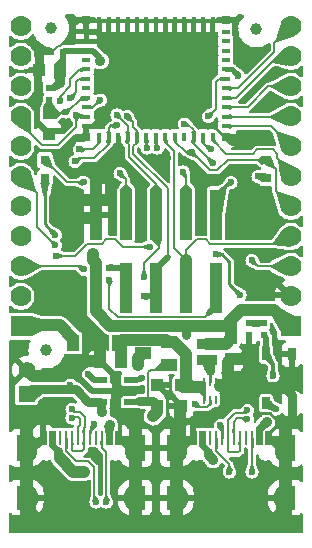
<source format=gbr>
%TF.GenerationSoftware,KiCad,Pcbnew,7.0.9-7.0.9~ubuntu22.04.1*%
%TF.CreationDate,2025-06-23T15:00:47+03:00*%
%TF.ProjectId,ESP32-C6-DevKit-Lipo_Rev_A,45535033-322d-4433-962d-4465764b6974,A*%
%TF.SameCoordinates,PX791ddc0PY791ddc0*%
%TF.FileFunction,Copper,L1,Top*%
%TF.FilePolarity,Positive*%
%FSLAX46Y46*%
G04 Gerber Fmt 4.6, Leading zero omitted, Abs format (unit mm)*
G04 Created by KiCad (PCBNEW 7.0.9-7.0.9~ubuntu22.04.1) date 2025-06-23 15:00:47*
%MOMM*%
%LPD*%
G01*
G04 APERTURE LIST*
%TA.AperFunction,ComponentPad*%
%ADD10R,1.400000X1.400000*%
%TD*%
%TA.AperFunction,ComponentPad*%
%ADD11C,1.400000*%
%TD*%
%TA.AperFunction,SMDPad,CuDef*%
%ADD12R,1.100000X2.200000*%
%TD*%
%TA.AperFunction,ComponentPad*%
%ADD13O,1.200000X2.200000*%
%TD*%
%TA.AperFunction,SMDPad,CuDef*%
%ADD14R,1.100000X2.000000*%
%TD*%
%TA.AperFunction,ComponentPad*%
%ADD15O,1.300000X2.000000*%
%TD*%
%TA.AperFunction,SMDPad,CuDef*%
%ADD16R,0.300000X1.150000*%
%TD*%
%TA.AperFunction,SMDPad,CuDef*%
%ADD17R,0.250000X1.150000*%
%TD*%
%TA.AperFunction,SMDPad,CuDef*%
%ADD18R,0.800000X0.800000*%
%TD*%
%TA.AperFunction,SMDPad,CuDef*%
%ADD19R,1.016000X1.016000*%
%TD*%
%TA.AperFunction,FiducialPad,Global*%
%ADD20C,1.000000*%
%TD*%
%TA.AperFunction,SMDPad,CuDef*%
%ADD21R,0.500000X0.550000*%
%TD*%
%TA.AperFunction,SMDPad,CuDef*%
%ADD22R,0.250000X0.700000*%
%TD*%
%TA.AperFunction,SMDPad,CuDef*%
%ADD23R,0.550000X0.500000*%
%TD*%
%TA.AperFunction,SMDPad,CuDef*%
%ADD24R,1.000000X4.250000*%
%TD*%
%TA.AperFunction,SMDPad,CuDef*%
%ADD25R,0.800000X0.400000*%
%TD*%
%TA.AperFunction,SMDPad,CuDef*%
%ADD26R,0.400000X0.800000*%
%TD*%
%TA.AperFunction,SMDPad,CuDef*%
%ADD27R,1.450000X1.450000*%
%TD*%
%TA.AperFunction,SMDPad,CuDef*%
%ADD28R,0.700000X0.700000*%
%TD*%
%TA.AperFunction,SMDPad,CuDef*%
%ADD29R,1.200000X0.550000*%
%TD*%
%TA.AperFunction,SMDPad,CuDef*%
%ADD30R,1.000000X1.400000*%
%TD*%
%TA.AperFunction,SMDPad,CuDef*%
%ADD31R,1.400000X1.000000*%
%TD*%
%TA.AperFunction,SMDPad,CuDef*%
%ADD32R,1.800000X0.900000*%
%TD*%
%TA.AperFunction,SMDPad,CuDef*%
%ADD33R,0.650000X1.050000*%
%TD*%
%TA.AperFunction,ComponentPad*%
%ADD34R,1.778000X1.778000*%
%TD*%
%TA.AperFunction,ComponentPad*%
%ADD35C,1.778000*%
%TD*%
%TA.AperFunction,ViaPad*%
%ADD36C,0.900000*%
%TD*%
%TA.AperFunction,ViaPad*%
%ADD37C,0.600000*%
%TD*%
%TA.AperFunction,ViaPad*%
%ADD38C,0.700000*%
%TD*%
%TA.AperFunction,Conductor*%
%ADD39C,0.508000*%
%TD*%
%TA.AperFunction,Conductor*%
%ADD40C,0.127000*%
%TD*%
%TA.AperFunction,Conductor*%
%ADD41C,0.203200*%
%TD*%
%TA.AperFunction,Conductor*%
%ADD42C,0.254000*%
%TD*%
%TA.AperFunction,Conductor*%
%ADD43C,0.609600*%
%TD*%
%TA.AperFunction,Conductor*%
%ADD44C,1.016000*%
%TD*%
%TA.AperFunction,Conductor*%
%ADD45C,0.762000*%
%TD*%
%TA.AperFunction,Conductor*%
%ADD46C,0.304800*%
%TD*%
%TA.AperFunction,Conductor*%
%ADD47C,0.406400*%
%TD*%
G04 APERTURE END LIST*
D10*
%TO.P,BAT1,1*%
%TO.N,VBAT*%
X1747520Y12065000D03*
D11*
%TO.P,BAT1,2*%
%TO.N,GND*%
X1744980Y14094460D03*
%TD*%
D12*
%TO.P,USB-C1,0,SHELL*%
%TO.N,GND*%
X11277600Y7475000D03*
D13*
X10670000Y7475000D03*
X2030000Y7475000D03*
D12*
X1422400Y7475000D03*
D14*
X11277600Y3295000D03*
D15*
X10670000Y3295000D03*
X2030000Y3295000D03*
D14*
X1422400Y3295000D03*
D16*
%TO.P,USB-C1,A1,GND*%
X3025000Y8377000D03*
%TO.P,USB-C1,A4,VBUS*%
%TO.N,Net-(D3-A)*%
X3825000Y8377000D03*
D17*
%TO.P,USB-C1,A5,CC1*%
%TO.N,Net-(USB-C1-CC1)*%
X5100000Y8377000D03*
%TO.P,USB-C1,A6,DP1*%
%TO.N,/USB_D+*%
X6100000Y8377000D03*
%TO.P,USB-C1,A7,DN1*%
%TO.N,/USB_D-*%
X6600000Y8377000D03*
%TO.P,USB-C1,A8,SBU1*%
%TO.N,unconnected-(USB-C1-SBU1-PadA8)*%
X7600000Y8377000D03*
D16*
%TO.P,USB-C1,A9,VBUS*%
%TO.N,Net-(D3-A)*%
X8875000Y8377000D03*
%TO.P,USB-C1,A12,GND*%
%TO.N,GND*%
X9675000Y8377000D03*
%TO.P,USB-C1,B1,GND*%
X9425000Y8377000D03*
%TO.P,USB-C1,B4,VBUS*%
%TO.N,Net-(D3-A)*%
X8625000Y8377000D03*
D17*
%TO.P,USB-C1,B5,CC2*%
%TO.N,Net-(USB-C1-CC2)*%
X8100000Y8377000D03*
%TO.P,USB-C1,B6,DP2*%
%TO.N,/USB_D+*%
X7100000Y8377000D03*
%TO.P,USB-C1,B7,DN2*%
%TO.N,/USB_D-*%
X5600000Y8377000D03*
%TO.P,USB-C1,B8,SBU2*%
%TO.N,unconnected-(USB-C1-SBU2-PadB8)*%
X4600000Y8377000D03*
D16*
%TO.P,USB-C1,B9,VBUS*%
%TO.N,Net-(D3-A)*%
X4075000Y8377000D03*
%TO.P,USB-C1,B12,GND*%
%TO.N,GND*%
X3275000Y8377000D03*
%TD*%
D18*
%TO.P,CHARGE1,1,K*%
%TO.N,Net-(CHARGE1-K)*%
X3302000Y31877000D03*
%TO.P,CHARGE1,2,A*%
%TO.N,+5V*%
X3302000Y30353000D03*
%TD*%
D19*
%TO.P,C14,1*%
%TO.N,+5V*%
X12827000Y11049000D03*
%TO.P,C14,2*%
%TO.N,GND*%
X12827000Y12827000D03*
%TD*%
D20*
%TO.P,FID3,Fid1,FID\u002A*%
%TO.N,unconnected-(FID3-FID\u002A-PadFid1)*%
X3810000Y43053000D03*
%TD*%
D21*
%TO.P,C2,1*%
%TO.N,+3.3V*%
X4826000Y41021000D03*
%TO.P,C2,2*%
%TO.N,GND*%
X3810000Y41021000D03*
%TD*%
D19*
%TO.P,C3,1*%
%TO.N,/ESP_EN*%
X3683000Y35814000D03*
%TO.P,C3,2*%
%TO.N,GND*%
X3683000Y34036000D03*
%TD*%
D18*
%TO.P,USER_LED1,1,K*%
%TO.N,/GPIO15{slash}USER_LED1*%
X22098000Y31877000D03*
%TO.P,USER_LED1,2,A*%
%TO.N,Net-(USER_LED1-A)*%
X22098000Y30353000D03*
%TD*%
D22*
%TO.P,U2,6,PG*%
%TO.N,unconnected-(U2-PG-Pad6)*%
X17772000Y11569000D03*
%TO.P,U2,5,FB*%
%TO.N,Net-(U2-FB)*%
X17272000Y11569000D03*
%TO.P,U2,4,EN*%
%TO.N,Net-(D1-K)*%
X16772000Y11569000D03*
%TO.P,U2,3,VIN*%
X16772000Y13069000D03*
%TO.P,U2,2,SW*%
%TO.N,Net-(U2-SW)*%
X17272000Y13069000D03*
%TO.P,U2,1,GND*%
%TO.N,GND*%
X17772000Y13069000D03*
%TD*%
D23*
%TO.P,R29,1*%
%TO.N,/GPIO9{slash}USER_BUT*%
X21844000Y18034000D03*
%TO.P,R29,2*%
%TO.N,Net-(R29-Pad2)*%
X21844000Y17018000D03*
%TD*%
D24*
%TO.P,UEXT1,10,10*%
%TO.N,/GPIO8{slash}CS*%
X17780000Y27255000D03*
%TO.P,UEXT1,9,9*%
%TO.N,/GPIO0{slash}CLK*%
X17780000Y21005000D03*
%TO.P,UEXT1,8,8*%
%TO.N,/GPIO1{slash}MOSI*%
X15240000Y27255000D03*
%TO.P,UEXT1,7,7*%
%TO.N,/GPIO14{slash}MISO*%
X15240000Y21005000D03*
%TO.P,UEXT1,6,6*%
%TO.N,/GPIO6{slash}LP_I2C_SDA*%
X12700000Y27255000D03*
%TO.P,UEXT1,5,5*%
%TO.N,/GPIO7{slash}LP_I2C_SCL*%
X12700000Y21005000D03*
%TO.P,UEXT1,4,4*%
%TO.N,/GPIO4{slash}LP_UART_RXD*%
X10160000Y27255000D03*
%TO.P,UEXT1,3,3*%
%TO.N,/GPIO5{slash}LP_UART_TXD*%
X10160000Y21005000D03*
%TO.P,UEXT1,2,2*%
%TO.N,GND*%
X7620000Y27255000D03*
%TO.P,UEXT1,1,1*%
%TO.N,+3.3V*%
X7620000Y21005000D03*
%TD*%
D25*
%TO.P,U1,1,GND*%
%TO.N,GND*%
X6800000Y42735000D03*
%TO.P,U1,2,GND*%
X6800000Y41935000D03*
%TO.P,U1,3,3V3*%
%TO.N,+3.3V*%
X6800000Y41135000D03*
%TO.P,U1,4,NC*%
%TO.N,unconnected-(U1-NC-Pad4)*%
X6800000Y40335000D03*
%TO.P,U1,5,IO2/GPIO2/LP_GPIO2/LP_UART_RTSN/ADC1_CH2/FSPIQ*%
%TO.N,/GPIO2{slash}EXT_POWER*%
X6800000Y39535000D03*
%TO.P,U1,6,IO3/GPIO3/LP_GPIO3/LP_UART_CTSN/ADC1_CH3*%
%TO.N,/GPIO3{slash}BAT_MEASURE*%
X6800000Y38735000D03*
%TO.P,U1,7,NC*%
%TO.N,unconnected-(U1-NC-Pad7)*%
X6800000Y37935000D03*
%TO.P,U1,8,EN*%
%TO.N,/ESP_EN*%
X6800000Y37135000D03*
%TO.P,U1,9,IO4/GPIO4/LP_GPIO4/LP_UART_RXD/MTMS/ADC1_CH4/FSPIHD*%
%TO.N,/GPIO4{slash}LP_UART_RXD*%
X6800000Y36335000D03*
%TO.P,U1,10,IO5/GPIO5/LP_GPIO5/LP_UART_TXD/MTDI/ADC1_CH5/FSPIWP*%
%TO.N,/GPIO5{slash}LP_UART_TXD*%
X6800000Y35535000D03*
%TO.P,U1,11,GND*%
%TO.N,GND*%
X6800000Y34735000D03*
D26*
%TO.P,U1,12,IO0/GPIO0/XTAL_32K_P/LP_GPIO0/LP_UART_DTRN/ADC1_CH0*%
%TO.N,/GPIO0{slash}CLK*%
X7900000Y33835000D03*
%TO.P,U1,13,IO1/GPIO1/XTAL_32K_N/LP_GPIO1/LP_UART_DSRN/ADC1_CH1*%
%TO.N,/GPIO1{slash}MOSI*%
X8700000Y33835000D03*
%TO.P,U1,14,GND*%
%TO.N,GND*%
X9500000Y33835000D03*
%TO.P,U1,15,IO6/GPIO6/MTCK/LP_GPIO6/LP_I2C_SDA/ADC1_CH6/FSPICLK*%
%TO.N,/GPIO6{slash}LP_I2C_SDA*%
X10300000Y33835000D03*
%TO.P,U1,16,IO7/GPIO7/MTDO/LP_GPIO7/LP_I2C_SCL/FSPID*%
%TO.N,/GPIO7{slash}LP_I2C_SCL*%
X11100000Y33835000D03*
%TO.P,U1,17,IO12/GPIO12/USB_D-*%
%TO.N,Net-(U1-IO12{slash}GPIO12{slash}USB_D-)*%
X11900000Y33835000D03*
%TO.P,U1,18,IO13/GPIO13/USB_D+*%
%TO.N,Net-(U1-IO13{slash}GPIO13{slash}USB_D+)*%
X12700000Y33835000D03*
%TO.P,U1,19,IO14/GPIO14*%
%TO.N,/GPIO14{slash}MISO*%
X13500000Y33835000D03*
%TO.P,U1,20,IO15/GPIO15*%
%TO.N,/GPIO15{slash}USER_LED1*%
X14300000Y33835000D03*
%TO.P,U1,21,NC*%
%TO.N,unconnected-(U1-NC-Pad21)*%
X15100000Y33835000D03*
%TO.P,U1,22,IO8/GPIO8*%
%TO.N,/GPIO8{slash}CS*%
X15900000Y33835000D03*
%TO.P,U1,23,IO9/GPIO9*%
%TO.N,/GPIO9{slash}USER_BUT*%
X16700000Y33835000D03*
%TO.P,U1,24,IO18/GPIO18/SDIO_CMD/FSPICS2*%
%TO.N,/GPIO18*%
X17500000Y33835000D03*
D25*
%TO.P,U1,25,IO19/GPIO19/SDIO_CLK/FSPICS3*%
%TO.N,/GPIO19*%
X18600000Y34735000D03*
%TO.P,U1,26,IO20/GPIO20/SDIO_DATA0/FSPICS4*%
%TO.N,/GPIO20*%
X18600000Y35535000D03*
%TO.P,U1,27,IO21/GPIO21/SDIO_DATA1/FSPICS5*%
%TO.N,/GPIO21*%
X18600000Y36335000D03*
%TO.P,U1,28,IO22/GPIO22/SDIO_DATA2*%
%TO.N,/GPIO22*%
X18600000Y37135000D03*
%TO.P,U1,29,IO23/GPIO23/SDIO_DATA3*%
%TO.N,/GPIO23*%
X18600000Y37935000D03*
%TO.P,U1,30,RXD0/U0RXD/GPIO17/FSPICS1*%
%TO.N,/U0RXD*%
X18600000Y38735000D03*
%TO.P,U1,31,TXD0/U0TXD/GPIO16/FSPICS0*%
%TO.N,/U0TXD*%
X18600000Y39535000D03*
%TO.P,U1,32,NC*%
%TO.N,unconnected-(U1-NC-Pad32)*%
X18600000Y40335000D03*
%TO.P,U1,33,NC*%
%TO.N,unconnected-(U1-NC-Pad33)*%
X18600000Y41135000D03*
%TO.P,U1,34,NC*%
%TO.N,unconnected-(U1-NC-Pad34)*%
X18600000Y41935000D03*
%TO.P,U1,35,NC*%
%TO.N,unconnected-(U1-NC-Pad35)*%
X18600000Y42735000D03*
D26*
%TO.P,U1,36,GND*%
%TO.N,GND*%
X17500000Y43635000D03*
%TO.P,U1,37,GND*%
X16700000Y43635000D03*
%TO.P,U1,38,GND*%
X15900000Y43635000D03*
%TO.P,U1,39,GND*%
X15100000Y43635000D03*
%TO.P,U1,40,GND*%
X14300000Y43635000D03*
%TO.P,U1,41,GND*%
X13500000Y43635000D03*
%TO.P,U1,42,GND*%
X12700000Y43635000D03*
%TO.P,U1,43,GND*%
X11900000Y43635000D03*
%TO.P,U1,44,GND*%
X11100000Y43635000D03*
%TO.P,U1,45,GND*%
X10300000Y43635000D03*
%TO.P,U1,46,GND*%
X9500000Y43635000D03*
%TO.P,U1,47,GND*%
X8700000Y43635000D03*
%TO.P,U1,48,GND*%
X7900000Y43635000D03*
D27*
%TO.P,U1,49,GND*%
X10725000Y40710000D03*
X10725000Y38735000D03*
X10725000Y36760000D03*
X12700000Y40710000D03*
X12700000Y38735000D03*
X12700000Y36760000D03*
X14675000Y40710000D03*
X14675000Y38735000D03*
X14675000Y36760000D03*
D28*
%TO.P,U1,50,GND*%
X18650000Y43685000D03*
%TO.P,U1,51,GND*%
X18650000Y33785000D03*
%TO.P,U1,52,GND*%
X6750000Y33785000D03*
%TO.P,U1,53,GND*%
X6750000Y43685000D03*
%TD*%
D23*
%TO.P,R2,1*%
%TO.N,+3.3V*%
X3683000Y37973000D03*
%TO.P,R2,2*%
%TO.N,/ESP_EN*%
X3683000Y36957000D03*
%TD*%
D29*
%TO.P,U3,1,CHRGb*%
%TO.N,Net-(U3-CHRGb)*%
X7971000Y13269000D03*
%TO.P,U3,2,GND*%
%TO.N,GND*%
X7971000Y12319000D03*
%TO.P,U3,3,VBAT*%
%TO.N,VBAT*%
X7971000Y11369000D03*
%TO.P,U3,4,VCC*%
%TO.N,+5V*%
X10571000Y11369000D03*
%TO.P,U3,5,PROG*%
%TO.N,Net-(U3-PROG)*%
X10571000Y13269000D03*
%TD*%
D20*
%TO.P,FID1,Fid1,FID\u002A*%
%TO.N,unconnected-(FID1-FID\u002A-PadFid1)*%
X21209000Y42926000D03*
%TD*%
D19*
%TO.P,C8,1*%
%TO.N,+3.3V*%
X19050000Y16764000D03*
%TO.P,C8,2*%
%TO.N,GND*%
X19050000Y14986000D03*
%TD*%
D30*
%TO.P,D1,1,K*%
%TO.N,Net-(D1-K)*%
X9520000Y16383000D03*
%TO.P,D1,2,A*%
%TO.N,+5V*%
X5720000Y16383000D03*
%TD*%
D31*
%TO.P,FET1,1*%
%TO.N,+5V*%
X13807440Y14544040D03*
%TO.P,FET1,2*%
%TO.N,Net-(D1-K)*%
X13807440Y16446500D03*
%TO.P,FET1,3*%
%TO.N,VBAT*%
X11597640Y15491460D03*
%TD*%
D32*
%TO.P,L1,1,1*%
%TO.N,Net-(U2-SW)*%
X17018000Y14921000D03*
%TO.P,L1,2,2*%
%TO.N,+3.3V*%
X17018000Y16321000D03*
%TD*%
D16*
%TO.P,USB-UART1,B12,GND*%
%TO.N,GND*%
X15975000Y8377000D03*
%TO.P,USB-UART1,B9,VBUS*%
%TO.N,Net-(D2-A)*%
X16775000Y8377000D03*
D17*
%TO.P,USB-UART1,B8,SBU2*%
%TO.N,unconnected-(USB-UART1-SBU2-PadB8)*%
X17300000Y8377000D03*
%TO.P,USB-UART1,B7,DN2*%
%TO.N,/D-*%
X18300000Y8377000D03*
%TO.P,USB-UART1,B6,DP2*%
%TO.N,/D+*%
X19800000Y8377000D03*
%TO.P,USB-UART1,B5,CC2*%
%TO.N,Net-(USB-UART1-CC2)*%
X20800000Y8377000D03*
D16*
%TO.P,USB-UART1,B4,VBUS*%
%TO.N,Net-(D2-A)*%
X21325000Y8377000D03*
%TO.P,USB-UART1,B1,GND*%
%TO.N,GND*%
X22125000Y8377000D03*
%TO.P,USB-UART1,A12,GND*%
X22375000Y8377000D03*
%TO.P,USB-UART1,A9,VBUS*%
%TO.N,Net-(D2-A)*%
X21575000Y8377000D03*
D17*
%TO.P,USB-UART1,A8,SBU1*%
%TO.N,unconnected-(USB-UART1-SBU1-PadA8)*%
X20300000Y8377000D03*
%TO.P,USB-UART1,A7,DN1*%
%TO.N,/D-*%
X19300000Y8377000D03*
%TO.P,USB-UART1,A6,DP1*%
%TO.N,/D+*%
X18800000Y8377000D03*
%TO.P,USB-UART1,A5,CC1*%
%TO.N,Net-(USB-UART1-CC1)*%
X17800000Y8377000D03*
D16*
%TO.P,USB-UART1,A4,VBUS*%
%TO.N,Net-(D2-A)*%
X16525000Y8377000D03*
%TO.P,USB-UART1,A1,GND*%
%TO.N,GND*%
X15725000Y8377000D03*
D14*
%TO.P,USB-UART1,0,SHELL*%
X14122400Y3295000D03*
D15*
X14730000Y3295000D03*
X23370000Y3295000D03*
D14*
X23977600Y3295000D03*
D12*
X14122400Y7475000D03*
D13*
X14730000Y7475000D03*
X23370000Y7475000D03*
D12*
X23977600Y7475000D03*
%TD*%
D19*
%TO.P,C1,1*%
%TO.N,+3.3V*%
X4572000Y39497000D03*
%TO.P,C1,2*%
%TO.N,GND*%
X2794000Y39497000D03*
%TD*%
%TO.P,C7,1*%
%TO.N,Net-(D1-K)*%
X14859000Y12827000D03*
%TO.P,C7,2*%
%TO.N,GND*%
X14859000Y11049000D03*
%TD*%
%TO.P,C10,1*%
%TO.N,Net-(D1-K)*%
X9779000Y14732000D03*
%TO.P,C10,2*%
%TO.N,GND*%
X8001000Y14732000D03*
%TD*%
D20*
%TO.P,FID2,Fid1,FID\u002A*%
%TO.N,unconnected-(FID2-FID\u002A-PadFid1)*%
X3429000Y15748000D03*
%TD*%
D23*
%TO.P,C13,1*%
%TO.N,/GPIO9{slash}USER_BUT*%
X20574000Y18034000D03*
%TO.P,C13,2*%
%TO.N,GND*%
X20574000Y17018000D03*
%TD*%
D33*
%TO.P,USER1,2*%
%TO.N,Net-(R29-Pad2)*%
X22039000Y11260000D03*
X22039000Y15410000D03*
%TO.P,USER1,1*%
%TO.N,GND*%
X24189000Y11260000D03*
X24189000Y15410000D03*
%TD*%
D34*
%TO.P,EXT1,1*%
%TO.N,+5V*%
X1270000Y17780000D03*
D35*
%TO.P,EXT1,2*%
%TO.N,/ESP_EN*%
X1270000Y20320000D03*
%TO.P,EXT1,3*%
%TO.N,/GPIO0{slash}CLK*%
X1270000Y22860000D03*
%TO.P,EXT1,4*%
%TO.N,/GPIO1{slash}MOSI*%
X1270000Y25400000D03*
%TO.P,EXT1,5*%
%TO.N,/GPIO2{slash}EXT_POWER*%
X1270000Y27940000D03*
%TO.P,EXT1,6*%
%TO.N,/GPIO3{slash}BAT_MEASURE*%
X1270000Y30480000D03*
%TO.P,EXT1,7*%
%TO.N,/GPIO4{slash}LP_UART_RXD*%
X1270000Y33020000D03*
%TO.P,EXT1,8*%
%TO.N,/GPIO5{slash}LP_UART_TXD*%
X1270000Y35560000D03*
%TO.P,EXT1,9*%
%TO.N,/GPIO6{slash}LP_I2C_SDA*%
X1270000Y38100000D03*
%TO.P,EXT1,10*%
%TO.N,/GPIO7{slash}LP_I2C_SCL*%
X1270000Y40640000D03*
%TO.P,EXT1,11*%
%TO.N,/GPIO8{slash}CS*%
X1270000Y43180000D03*
%TD*%
D34*
%TO.P,EXT2,1*%
%TO.N,+3.3V*%
X24130000Y17780000D03*
D35*
%TO.P,EXT2,2*%
%TO.N,GND*%
X24130000Y20320000D03*
%TO.P,EXT2,3*%
%TO.N,/GPIO9{slash}USER_BUT*%
X24130000Y22860000D03*
%TO.P,EXT2,4*%
%TO.N,/GPIO14{slash}MISO*%
X24130000Y25400000D03*
%TO.P,EXT2,5*%
%TO.N,/GPIO15{slash}USER_LED1*%
X24130000Y27940000D03*
%TO.P,EXT2,6*%
%TO.N,/GPIO18*%
X24130000Y30480000D03*
%TO.P,EXT2,7*%
%TO.N,/GPIO19*%
X24130000Y33020000D03*
%TO.P,EXT2,8*%
%TO.N,/GPIO20*%
X24130000Y35560000D03*
%TO.P,EXT2,9*%
%TO.N,/GPIO21*%
X24130000Y38100000D03*
%TO.P,EXT2,10*%
%TO.N,/GPIO22*%
X24130000Y40640000D03*
%TO.P,EXT2,11*%
%TO.N,/GPIO23*%
X24130000Y43180000D03*
%TD*%
D36*
%TO.N,GND*%
X17018000Y37846000D03*
D37*
%TO.N,/USB_D+*%
X7493000Y9525000D03*
%TO.N,GND*%
X5461000Y11557000D03*
D36*
X11303000Y1016000D03*
X6096000Y1016000D03*
X18923000Y1016000D03*
D37*
%TO.N,Net-(USB-UART1-CC2)*%
X20828000Y5461000D03*
%TO.N,Net-(USB-UART1-CC1)*%
X18923000Y5461000D03*
D36*
%TO.N,GND*%
X19812000Y6096000D03*
X7747000Y6731000D03*
D37*
%TO.N,Net-(USB-C1-CC2)*%
X8509000Y2921000D03*
%TO.N,Net-(USB-C1-CC1)*%
X7620000Y2921000D03*
D36*
%TO.N,VBAT*%
X8128000Y10541000D03*
X11176000Y14478000D03*
D37*
X5461000Y12827000D03*
D36*
%TO.N,GND*%
X9906000Y42291000D03*
X22987000Y36830000D03*
X16002000Y38735000D03*
D37*
X19431000Y43561000D03*
D36*
X9144000Y29845000D03*
X4953000Y21590000D03*
X15494000Y42291000D03*
X17018000Y39497000D03*
X20066000Y41148000D03*
X18796000Y13843000D03*
X6096000Y26946583D03*
X22987000Y39370000D03*
D38*
X21590000Y29337000D03*
D36*
X3048000Y41148000D03*
X9398000Y40005000D03*
D37*
X5969000Y33655000D03*
D36*
X12700000Y35052000D03*
X11684000Y35052000D03*
D37*
X5080000Y34671000D03*
X13716000Y32004000D03*
D36*
X23622000Y12573000D03*
D38*
X19558000Y24003000D03*
D37*
X10668000Y30861000D03*
D38*
X20828000Y20447000D03*
D36*
X19685000Y33274000D03*
X5969000Y13970000D03*
X5207000Y27813000D03*
D37*
X2159000Y36830000D03*
X5969000Y43561000D03*
D36*
X16002000Y40259000D03*
X8128000Y42291000D03*
X11557000Y42291000D03*
X9525000Y32893000D03*
X13589000Y42291000D03*
X11176000Y10414000D03*
X6096000Y21082000D03*
X17399000Y42291000D03*
X18542000Y11049000D03*
X13716000Y35052000D03*
X16002000Y37084000D03*
X6096000Y28448000D03*
X13843000Y11938000D03*
X9525000Y31877000D03*
X6096000Y19939000D03*
D37*
%TO.N,/GPIO3{slash}BAT_MEASURE*%
X4191000Y24638000D03*
X5461000Y37084000D03*
D38*
%TO.N,+3.3V*%
X15240000Y17018000D03*
D36*
X4572000Y38354000D03*
X8001000Y40259000D03*
X7366000Y23876000D03*
D37*
%TO.N,/ESP_EN*%
X5080000Y35941000D03*
%TO.N,/USB_D+*%
X5588000Y10033000D03*
%TO.N,/USB_D-*%
X5588000Y10769600D03*
%TO.N,Net-(U2-FB)*%
X16002000Y11176000D03*
D36*
%TO.N,Net-(D2-A)*%
X22098000Y9652000D03*
X17526000Y6477000D03*
D37*
%TO.N,Net-(U4-V3)*%
X17780000Y23876000D03*
X19812000Y20447000D03*
%TO.N,/GPIO9{slash}USER_BUT*%
X17399000Y32766000D03*
X21209000Y18034000D03*
X20828000Y23368000D03*
%TO.N,+5V*%
X3302000Y29464000D03*
X4191000Y25527000D03*
D36*
X12446000Y10160000D03*
D37*
%TO.N,Net-(CHARGE1-K)*%
X6604000Y29972000D03*
D36*
%TO.N,Net-(D3-A)*%
X8770516Y9464874D03*
X6604000Y5461000D03*
D37*
%TO.N,/U0RXD*%
X17145000Y35560000D03*
%TO.N,/U0TXD*%
X19685000Y38989000D03*
%TO.N,Net-(D6-K)*%
X4254500Y23749000D03*
X12192000Y24511000D03*
%TO.N,/GPIO8{slash}CS*%
X19050000Y29972000D03*
X17526000Y31623000D03*
X15113000Y34925000D03*
%TO.N,/GPIO7{slash}LP_I2C_SCL*%
X10287000Y35560000D03*
X11684000Y20320000D03*
%TO.N,/GPIO6{slash}LP_I2C_SDA*%
X9398000Y35687000D03*
X11684000Y21971000D03*
%TO.N,/GPIO4{slash}LP_UART_RXD*%
X9652000Y30734000D03*
X8001000Y36957000D03*
%TO.N,/GPIO5{slash}LP_UART_TXD*%
X5969000Y35687000D03*
X8763000Y22733000D03*
%TO.N,/GPIO2{slash}EXT_POWER*%
X4572000Y36830000D03*
%TO.N,/GPIO0{slash}CLK*%
X6604000Y22606000D03*
X6223000Y32766000D03*
X8763000Y21717000D03*
%TO.N,/GPIO1{slash}MOSI*%
X9398000Y34798000D03*
X5842000Y31750000D03*
X14986000Y30861000D03*
%TO.N,/GPIO15{slash}USER_LED1*%
X15748000Y32512000D03*
%TO.N,Net-(U3-CHRGb)*%
X6985000Y13716000D03*
%TO.N,Net-(U1-IO12{slash}GPIO12{slash}USB_D-)*%
X11938000Y32893000D03*
%TO.N,Net-(U1-IO13{slash}GPIO13{slash}USB_D+)*%
X12827000Y32893000D03*
%TO.N,Net-(U3-PROG)*%
X11493500Y13398500D03*
%TO.N,Net-(USER_LED1-A)*%
X21336000Y30480000D03*
%TO.N,Net-(R29-Pad2)*%
X22606000Y13589000D03*
X22860000Y10795000D03*
%TO.N,/D+*%
X20447000Y10668000D03*
%TO.N,/D-*%
X18161000Y9398000D03*
X20447000Y9906000D03*
%TD*%
D39*
%TO.N,GND*%
X6800000Y42735000D02*
X7684000Y42735000D01*
X7684000Y42735000D02*
X8128000Y42291000D01*
%TO.N,+3.3V*%
X8001000Y40496000D02*
X7362000Y41135000D01*
X8001000Y40259000D02*
X8001000Y40496000D01*
X7362000Y41135000D02*
X6800000Y41135000D01*
D40*
%TO.N,+5V*%
X12827000Y11049000D02*
X12065000Y11811000D01*
X12065000Y11811000D02*
X12065000Y13903960D01*
X12065000Y13903960D02*
X12258040Y14097000D01*
X12258040Y14097000D02*
X13360400Y14097000D01*
X13360400Y14097000D02*
X13807440Y14544040D01*
D41*
%TO.N,GND*%
X4572000Y41529000D02*
X4826000Y41783000D01*
X3810000Y41021000D02*
X3937000Y41021000D01*
X3937000Y41021000D02*
X4445000Y41529000D01*
X4445000Y41529000D02*
X4572000Y41529000D01*
D39*
X18650000Y33785000D02*
X19161000Y33274000D01*
X19161000Y33274000D02*
X19685000Y33274000D01*
X19431000Y43561000D02*
X19431000Y42418000D01*
D40*
%TO.N,/GPIO18*%
X17500000Y33835000D02*
X17500000Y33554000D01*
X17500000Y33554000D02*
X18669000Y32385000D01*
X22987000Y32385000D02*
X22987000Y32004000D01*
X18669000Y32385000D02*
X20891500Y32385000D01*
X22987000Y32004000D02*
X24130000Y30861000D01*
X20891500Y32385000D02*
X21272500Y32766000D01*
X24130000Y30861000D02*
X24130000Y30480000D01*
X21272500Y32766000D02*
X22606000Y32766000D01*
X22606000Y32766000D02*
X22987000Y32385000D01*
%TO.N,/GPIO0{slash}CLK*%
X16878300Y18592800D02*
X17176750Y18891250D01*
D39*
X17176750Y18891250D02*
X17780000Y19494500D01*
D40*
X8763000Y21717000D02*
X8763000Y19286500D01*
X9456700Y18592800D02*
X16878300Y18592800D01*
X8763000Y19286500D02*
X9456700Y18592800D01*
D39*
X17780000Y19494500D02*
X17780000Y21005000D01*
D42*
%TO.N,GND*%
X22375000Y8377000D02*
X22375000Y8849500D01*
X22375000Y8849500D02*
X22987000Y9461500D01*
X22987000Y9461500D02*
X22987000Y9804400D01*
X22987000Y9804400D02*
X22377400Y10414000D01*
X22377400Y10414000D02*
X21463000Y10414000D01*
D39*
%TO.N,Net-(R29-Pad2)*%
X22039000Y11260000D02*
X22268000Y11260000D01*
X22268000Y11260000D02*
X22733000Y10795000D01*
X22733000Y10795000D02*
X22860000Y10795000D01*
%TO.N,GND*%
X9245600Y13576300D02*
X9245600Y12344400D01*
X9245600Y12344400D02*
X9271000Y12319000D01*
D43*
X8001000Y14732000D02*
X8089900Y14732000D01*
X8089900Y14732000D02*
X9245600Y13576300D01*
D44*
%TO.N,Net-(D1-K)*%
X9779000Y16124000D02*
X9520000Y16383000D01*
%TO.N,GND*%
X6096000Y21082000D02*
X6096000Y18542000D01*
X8001000Y16637000D02*
X8001000Y14732000D01*
%TO.N,Net-(D1-K)*%
X9779000Y14732000D02*
X9779000Y16124000D01*
%TO.N,GND*%
X6096000Y18542000D02*
X8001000Y16637000D01*
X1744980Y14094460D02*
X2250440Y13589000D01*
X7874000Y14859000D02*
X8001000Y14732000D01*
X2250440Y13589000D02*
X4318000Y13589000D01*
X4318000Y13589000D02*
X5588000Y14859000D01*
X5588000Y14859000D02*
X7874000Y14859000D01*
X2030000Y3295000D02*
X2030000Y2034000D01*
X2030000Y2034000D02*
X2921000Y1143000D01*
X2921000Y1143000D02*
X22479000Y1143000D01*
X22479000Y1143000D02*
X23370000Y2034000D01*
X23370000Y2034000D02*
X23370000Y3295000D01*
D41*
%TO.N,/D-*%
X20447000Y9906000D02*
X20358101Y9994899D01*
X20358101Y9994899D02*
X19589189Y9994899D01*
X19589189Y9994899D02*
X19278600Y9684310D01*
X19278600Y9684310D02*
X19278600Y9089200D01*
X19278600Y9089200D02*
X19300000Y9067800D01*
X19300000Y9067800D02*
X19300000Y8377000D01*
%TO.N,/D+*%
X20447000Y10668000D02*
X20231101Y10452101D01*
X20231101Y10452101D02*
X19399811Y10452101D01*
X19399811Y10452101D02*
X18821400Y9873690D01*
X18821400Y9873690D02*
X18821400Y9067800D01*
X18821400Y9067800D02*
X18800000Y9046400D01*
X18800000Y9046400D02*
X18800000Y8377000D01*
D40*
%TO.N,/GPIO8{slash}CS*%
X17780000Y27255000D02*
X17780000Y28829000D01*
X17780000Y28829000D02*
X18923000Y29972000D01*
X18923000Y29972000D02*
X19050000Y29972000D01*
D39*
%TO.N,/GPIO7{slash}LP_I2C_SCL*%
X11684000Y20320000D02*
X12700000Y20320000D01*
D40*
X12700000Y20320000D02*
X12700000Y21005000D01*
%TO.N,Net-(CHARGE1-K)*%
X6604000Y29972000D02*
X5207000Y29972000D01*
X5207000Y29972000D02*
X3302000Y31877000D01*
D41*
%TO.N,/D+*%
X19800000Y8377000D02*
X19800000Y7227000D01*
X18800000Y7235000D02*
X18800000Y8377000D01*
X19800000Y7227000D02*
X19685000Y7112000D01*
X19685000Y7112000D02*
X18923000Y7112000D01*
X18923000Y7112000D02*
X18800000Y7235000D01*
%TO.N,/USB_D-*%
X6600000Y8377000D02*
X6600000Y7362000D01*
X6600000Y7362000D02*
X6477000Y7239000D01*
X6477000Y7239000D02*
X5715000Y7239000D01*
X5715000Y7239000D02*
X5600000Y7354000D01*
X5600000Y7354000D02*
X5600000Y8377000D01*
%TO.N,/USB_D+*%
X7100000Y8377000D02*
X7100000Y8966900D01*
X7100000Y8966900D02*
X7493000Y9359900D01*
X7493000Y9359900D02*
X7493000Y9525000D01*
D45*
%TO.N,VBAT*%
X5461000Y12446000D02*
X2128520Y12446000D01*
X5905500Y12446000D02*
X5461000Y12446000D01*
D39*
X5461000Y12446000D02*
X5461000Y12827000D01*
D45*
X7971000Y11369000D02*
X6982500Y11369000D01*
X6982500Y11369000D02*
X5905500Y12446000D01*
X2128520Y12446000D02*
X1747520Y12065000D01*
D39*
%TO.N,GND*%
X7971000Y12319000D02*
X7300630Y12319000D01*
X7300630Y12319000D02*
X5969000Y13650630D01*
X5969000Y13650630D02*
X5969000Y13970000D01*
D41*
%TO.N,/USB_D-*%
X5588000Y10769600D02*
X5791200Y10566400D01*
X5791200Y10566400D02*
X6256000Y10566400D01*
%TO.N,/USB_D+*%
X6100000Y8377000D02*
X6100000Y9280000D01*
X6100000Y9280000D02*
X6273800Y9453800D01*
X6273800Y9453800D02*
X6273800Y9906000D01*
X6273800Y9906000D02*
X6070600Y10109200D01*
X6070600Y10109200D02*
X5664200Y10109200D01*
X5664200Y10109200D02*
X5588000Y10033000D01*
%TO.N,/USB_D-*%
X6600000Y8377000D02*
X6600000Y9140000D01*
X6600000Y9140000D02*
X6731000Y9271000D01*
X6731000Y9271000D02*
X6731000Y10091400D01*
X6731000Y10091400D02*
X6256000Y10566400D01*
D46*
%TO.N,GND*%
X10668000Y30861000D02*
X9652000Y31877000D01*
X9652000Y31877000D02*
X9525000Y31877000D01*
%TO.N,Net-(D2-A)*%
X22098000Y9652000D02*
X22098000Y9525000D01*
X22098000Y9525000D02*
X21575000Y9002000D01*
X21575000Y9002000D02*
X21575000Y8377000D01*
X22098000Y9652000D02*
X21818600Y9652000D01*
X21818600Y9652000D02*
X21325000Y9158400D01*
X21325000Y9158400D02*
X21325000Y8377000D01*
D42*
%TO.N,/D-*%
X18161000Y9398000D02*
X18300000Y9259000D01*
X18300000Y9259000D02*
X18300000Y8377000D01*
D39*
%TO.N,+5V*%
X10571000Y11369000D02*
X11242000Y11369000D01*
X11242000Y11369000D02*
X11303000Y11430000D01*
D45*
X12827000Y11049000D02*
X12446000Y11430000D01*
X12446000Y11430000D02*
X11303000Y11430000D01*
D44*
%TO.N,GND*%
X19050000Y14986000D02*
X20066000Y14986000D01*
X20066000Y14986000D02*
X20574000Y15494000D01*
X18796000Y14732000D02*
X18796000Y13843000D01*
%TO.N,+3.3V*%
X17018000Y16321000D02*
X18607000Y16321000D01*
X18607000Y16321000D02*
X19050000Y16764000D01*
X19050000Y16764000D02*
X19050000Y18288000D01*
%TO.N,GND*%
X19050000Y14986000D02*
X18796000Y14732000D01*
D45*
%TO.N,Net-(U2-SW)*%
X17272000Y14667000D02*
X17018000Y14921000D01*
X17272000Y13970000D02*
X17272000Y14667000D01*
D44*
%TO.N,+3.3V*%
X15214600Y17830800D02*
X18592800Y17830800D01*
X18592800Y17830800D02*
X19050000Y18288000D01*
X19050000Y18288000D02*
X19939000Y19177000D01*
%TO.N,GND*%
X18796000Y12700000D02*
X18796000Y13208000D01*
D42*
X17911000Y13208000D02*
X18796000Y13208000D01*
D44*
X18796000Y13208000D02*
X18796000Y13843000D01*
D42*
X17772000Y13069000D02*
X17911000Y13208000D01*
D44*
X18796000Y12700000D02*
X18161000Y12700000D01*
%TO.N,Net-(D1-K)*%
X15240000Y15430500D02*
X15240000Y13106400D01*
X15240000Y13106400D02*
X15671800Y12674600D01*
X15671800Y12674600D02*
X16078200Y12674600D01*
X16078200Y12674600D02*
X16383000Y12674600D01*
D42*
X16772000Y11569000D02*
X16772000Y11980800D01*
X16772000Y11980800D02*
X16078200Y12674600D01*
D44*
X15011400Y12674600D02*
X15671800Y12674600D01*
D42*
X16772000Y13069000D02*
X16066200Y13069000D01*
X16066200Y13069000D02*
X15671800Y12674600D01*
X16772000Y13069000D02*
X16772000Y11569000D01*
D44*
X14859000Y12827000D02*
X15011400Y12674600D01*
X15240000Y15430500D02*
X14224000Y16446500D01*
X14224000Y16446500D02*
X13807440Y16446500D01*
%TO.N,+3.3V*%
X15214600Y17830800D02*
X8839200Y17830800D01*
D45*
X15214600Y17830800D02*
X15214600Y17043400D01*
X15214600Y17043400D02*
X15240000Y17018000D01*
D44*
%TO.N,Net-(D1-K)*%
X9520000Y16383000D02*
X9799400Y16662400D01*
X9799400Y16662400D02*
X13591540Y16662400D01*
X13591540Y16662400D02*
X13807440Y16446500D01*
%TO.N,+3.3V*%
X8839200Y17830800D02*
X7620000Y19050000D01*
X7620000Y19050000D02*
X7620000Y21005000D01*
D40*
%TO.N,/GPIO9{slash}USER_BUT*%
X20828000Y23368000D02*
X21336000Y22860000D01*
X21336000Y22860000D02*
X24130000Y22860000D01*
D46*
%TO.N,Net-(D2-A)*%
X16525000Y8377000D02*
X16525000Y7630400D01*
X17043400Y7112000D02*
X17145000Y7112000D01*
X16525000Y7630400D02*
X17043400Y7112000D01*
X16775000Y8377000D02*
X16775000Y7725000D01*
X16775000Y7725000D02*
X17145000Y7355000D01*
X17145000Y7355000D02*
X17145000Y7112000D01*
D45*
X17145000Y6858000D02*
X17145000Y7112000D01*
X17526000Y6477000D02*
X17145000Y6858000D01*
%TO.N,GND*%
X24189000Y9838000D02*
X24130000Y9779000D01*
X24189000Y11260000D02*
X24189000Y9838000D01*
X24189000Y11260000D02*
X24189000Y12006000D01*
X24189000Y12006000D02*
X23622000Y12573000D01*
D39*
X20574000Y17018000D02*
X20574000Y15494000D01*
%TO.N,Net-(R29-Pad2)*%
X22039000Y16823000D02*
X21844000Y17018000D01*
X22039000Y15410000D02*
X22039000Y16823000D01*
%TO.N,/GPIO9{slash}USER_BUT*%
X21844000Y18034000D02*
X21209000Y18034000D01*
X20574000Y18034000D02*
X21209000Y18034000D01*
%TO.N,GND*%
X20828000Y20447000D02*
X24003000Y20447000D01*
X24003000Y20447000D02*
X24130000Y20320000D01*
D44*
%TO.N,+3.3V*%
X19939000Y19177000D02*
X22733000Y19177000D01*
X22733000Y19177000D02*
X24130000Y17780000D01*
%TO.N,GND*%
X18796000Y12700000D02*
X18923000Y12573000D01*
X18923000Y12573000D02*
X23622000Y12573000D01*
D46*
%TO.N,Net-(R29-Pad2)*%
X22606000Y13589000D02*
X22606000Y14605000D01*
X22606000Y14605000D02*
X22039000Y15172000D01*
D40*
X22039000Y15172000D02*
X22039000Y15410000D01*
D44*
%TO.N,+5V*%
X1270000Y17780000D02*
X1371600Y17881600D01*
X1371600Y17881600D02*
X4597400Y17881600D01*
X4597400Y17881600D02*
X5720000Y16759000D01*
X5720000Y16759000D02*
X5720000Y16383000D01*
D47*
%TO.N,GND*%
X22468000Y8377000D02*
X23075600Y8377000D01*
X23075600Y8377000D02*
X23977600Y7475000D01*
X22375000Y8377000D02*
X22468000Y8377000D01*
X22468000Y8377000D02*
X23370000Y7475000D01*
D46*
X22125000Y8377000D02*
X23027000Y7475000D01*
X23027000Y7475000D02*
X23370000Y7475000D01*
X15975000Y8377000D02*
X15073000Y7475000D01*
X15073000Y7475000D02*
X14730000Y7475000D01*
D44*
X14730000Y10412000D02*
X14730000Y8585200D01*
X14730000Y8585200D02*
X14730000Y7475000D01*
D47*
X15725000Y8377000D02*
X14938200Y8377000D01*
X14938200Y8377000D02*
X14730000Y8585200D01*
X15725000Y8377000D02*
X15632000Y8377000D01*
X15632000Y8377000D02*
X14730000Y7475000D01*
X9675000Y8377000D02*
X10375600Y8377000D01*
X10375600Y8377000D02*
X11277600Y7475000D01*
D46*
X9425000Y8377000D02*
X10327000Y7475000D01*
X10327000Y7475000D02*
X10670000Y7475000D01*
D47*
X9675000Y8377000D02*
X9768000Y8377000D01*
X9768000Y8377000D02*
X10670000Y7475000D01*
X2734500Y8136700D02*
X2072800Y7475000D01*
X2974800Y8377000D02*
X2734500Y8136700D01*
X2734500Y8136700D02*
X2084100Y8136700D01*
X2084100Y8136700D02*
X1422400Y7475000D01*
D46*
X3275000Y8377000D02*
X3275000Y8202600D01*
X3275000Y8202600D02*
X2547400Y7475000D01*
X2547400Y7475000D02*
X2030000Y7475000D01*
D47*
X3025000Y8377000D02*
X2974800Y8377000D01*
X2072800Y7475000D02*
X2030000Y7475000D01*
D40*
%TO.N,Net-(USB-UART1-CC1)*%
X17800000Y7219000D02*
X17800000Y7493000D01*
X18923000Y5461000D02*
X18923000Y6096000D01*
X18923000Y6096000D02*
X17800000Y7219000D01*
%TO.N,Net-(USB-UART1-CC2)*%
X20828000Y5461000D02*
X20828000Y7564000D01*
X20828000Y7564000D02*
X20800000Y7592000D01*
D42*
%TO.N,Net-(USB-UART1-CC1)*%
X17800000Y7493000D02*
X17800000Y8377000D01*
D46*
%TO.N,Net-(D3-A)*%
X4075000Y8377000D02*
X4075000Y7761400D01*
X4075000Y7761400D02*
X4445000Y7391400D01*
X4445000Y7391400D02*
X4445000Y7239000D01*
X3825000Y8377000D02*
X3825000Y7630400D01*
X3825000Y7630400D02*
X4216400Y7239000D01*
X4216400Y7239000D02*
X4445000Y7239000D01*
D45*
X4572000Y6604000D02*
X4445000Y6731000D01*
X4445000Y6731000D02*
X4445000Y7239000D01*
D44*
X6604000Y5461000D02*
X5715000Y5461000D01*
X5715000Y5461000D02*
X4572000Y6604000D01*
D40*
%TO.N,Net-(USB-C1-CC1)*%
X5100000Y7493000D02*
X5100000Y7219000D01*
X5100000Y7219000D02*
X5969000Y6350000D01*
X5969000Y6350000D02*
X6985000Y6350000D01*
X6985000Y6350000D02*
X7493000Y5842000D01*
X7493000Y5842000D02*
X7493000Y3048000D01*
X7493000Y3048000D02*
X7620000Y2921000D01*
D42*
X5100000Y8377000D02*
X5100000Y7493000D01*
D40*
%TO.N,Net-(USB-C1-CC2)*%
X8100000Y8377000D02*
X8100000Y7521000D01*
X8100000Y7521000D02*
X8509000Y7112000D01*
X8509000Y7112000D02*
X8509000Y2921000D01*
D44*
%TO.N,VBAT*%
X11176000Y15069820D02*
X11176000Y14478000D01*
D39*
X8128000Y10541000D02*
X8128000Y11212000D01*
X8128000Y11212000D02*
X7971000Y11369000D01*
D44*
X11597640Y15491460D02*
X11176000Y15069820D01*
%TO.N,GND*%
X7311583Y26946583D02*
X7620000Y27255000D01*
D39*
X15678000Y36760000D02*
X14675000Y36760000D01*
D42*
X18650000Y33785000D02*
X18539000Y33785000D01*
D44*
X7620000Y30353000D02*
X7620000Y27255000D01*
D42*
X16891000Y34671000D02*
X16256000Y35306000D01*
D39*
X3683000Y34036000D02*
X3937000Y34290000D01*
X14675000Y38735000D02*
X16002000Y38735000D01*
X3937000Y34290000D02*
X4699000Y34290000D01*
X3683000Y41148000D02*
X3810000Y41021000D01*
D44*
X18796000Y12700000D02*
X18796000Y11049000D01*
X14859000Y11049000D02*
X14732000Y10922000D01*
D39*
X3048000Y41148000D02*
X3683000Y41148000D01*
D42*
X19431000Y43561000D02*
X19307000Y43685000D01*
D39*
X4699000Y34290000D02*
X5080000Y34671000D01*
D47*
X9500000Y33835000D02*
X9500000Y32918000D01*
D44*
X8890000Y29591000D02*
X9144000Y29845000D01*
D39*
X2667000Y36830000D02*
X2667000Y35052000D01*
X9398000Y40005000D02*
X10668000Y38735000D01*
D42*
X6093000Y43685000D02*
X6750000Y43685000D01*
D44*
X9525000Y31877000D02*
X9144000Y31877000D01*
D47*
X6800000Y34735000D02*
X7271250Y34735000D01*
D44*
X18161000Y10414000D02*
X17780000Y10414000D01*
D42*
X13716000Y32004000D02*
X12192000Y32004000D01*
D45*
X9635000Y10414000D02*
X11176000Y10414000D01*
D39*
X13716000Y11938000D02*
X13970000Y11938000D01*
D44*
X14732000Y10922000D02*
X14732000Y10414000D01*
D45*
X3048000Y41148000D02*
X2794000Y40894000D01*
X2794000Y40894000D02*
X2794000Y39497000D01*
D39*
X6750000Y33785000D02*
X6620000Y33655000D01*
D45*
X9271000Y12319000D02*
X9271000Y10778000D01*
D42*
X19307000Y43685000D02*
X18650000Y43685000D01*
D44*
X17780000Y10414000D02*
X17018000Y9652000D01*
D39*
X11684000Y35052000D02*
X11684000Y35801000D01*
X2794000Y39497000D02*
X2667000Y39370000D01*
X2159000Y36830000D02*
X2667000Y36830000D01*
D47*
X9500000Y32918000D02*
X9525000Y32893000D01*
D42*
X5969000Y43561000D02*
X6093000Y43685000D01*
D39*
X13970000Y11938000D02*
X14859000Y11049000D01*
X16002000Y37084000D02*
X15678000Y36760000D01*
X6620000Y33655000D02*
X5969000Y33655000D01*
D44*
X5588000Y21590000D02*
X4953000Y21590000D01*
D39*
X2667000Y39370000D02*
X2667000Y36830000D01*
D47*
X7271250Y34735000D02*
X9296250Y36760000D01*
D44*
X9525000Y32893000D02*
X9525000Y31877000D01*
D39*
X2667000Y35052000D02*
X3683000Y34036000D01*
D42*
X17653000Y34671000D02*
X16891000Y34671000D01*
D44*
X8890000Y28448000D02*
X8890000Y29591000D01*
X18796000Y11049000D02*
X18161000Y10414000D01*
X6096000Y21082000D02*
X5588000Y21590000D01*
D47*
X9296250Y36760000D02*
X10725000Y36760000D01*
D44*
X9144000Y31877000D02*
X7620000Y30353000D01*
D39*
X12827000Y12827000D02*
X13716000Y11938000D01*
D42*
X18539000Y33785000D02*
X17653000Y34671000D01*
D45*
X9271000Y10778000D02*
X9635000Y10414000D01*
D44*
X17018000Y9652000D02*
X16002000Y9652000D01*
D39*
X11684000Y35801000D02*
X10725000Y36760000D01*
X10668000Y38735000D02*
X10725000Y38735000D01*
X7971000Y12319000D02*
X9271000Y12319000D01*
D44*
X6096000Y28448000D02*
X8890000Y28448000D01*
X6096000Y26946583D02*
X7311583Y26946583D01*
D40*
%TO.N,/GPIO3{slash}BAT_MEASURE*%
X2667000Y26162000D02*
X2667000Y29083000D01*
X5969000Y38481000D02*
X6223000Y38735000D01*
X5969000Y37592000D02*
X5969000Y38481000D01*
X6223000Y38735000D02*
X6800000Y38735000D01*
X4191000Y24638000D02*
X2667000Y26162000D01*
X2667000Y29083000D02*
X1270000Y30480000D01*
X5461000Y37084000D02*
X5969000Y37592000D01*
D44*
%TO.N,+3.3V*%
X7620000Y23114000D02*
X7366000Y23368000D01*
D39*
X3683000Y37973000D02*
X4191000Y37973000D01*
X4940000Y41135000D02*
X4826000Y41021000D01*
X4191000Y37973000D02*
X4572000Y38354000D01*
D44*
X7366000Y23368000D02*
X7366000Y23876000D01*
D45*
X4572000Y39497000D02*
X4572000Y38354000D01*
D44*
X7620000Y21005000D02*
X7620000Y23114000D01*
D39*
X4572000Y39497000D02*
X4826000Y39751000D01*
X4826000Y39751000D02*
X4826000Y41021000D01*
X6800000Y41135000D02*
X4940000Y41135000D01*
%TO.N,/ESP_EN*%
X3683000Y36957000D02*
X3683000Y35814000D01*
D40*
X4953000Y35814000D02*
X3683000Y35814000D01*
X5080000Y35941000D02*
X5207000Y35941000D01*
X5207000Y35941000D02*
X6401000Y37135000D01*
D47*
X6401000Y37135000D02*
X6800000Y37135000D01*
D40*
X5080000Y35941000D02*
X4953000Y35814000D01*
%TO.N,Net-(U2-FB)*%
X17018000Y10922000D02*
X17272000Y11176000D01*
D42*
X17272000Y11176000D02*
X17272000Y11569000D01*
D40*
X16256000Y10922000D02*
X17018000Y10922000D01*
X16002000Y11176000D02*
X16256000Y10922000D01*
D42*
%TO.N,Net-(U4-V3)*%
X18923000Y23241000D02*
X18288000Y23876000D01*
X19812000Y20447000D02*
X18923000Y21336000D01*
X18923000Y21336000D02*
X18923000Y23241000D01*
X18288000Y23876000D02*
X17780000Y23876000D01*
D40*
%TO.N,/GPIO9{slash}USER_BUT*%
X16700000Y33338000D02*
X16700000Y33835000D01*
X17399000Y32766000D02*
X17272000Y32766000D01*
X17272000Y32766000D02*
X16700000Y33338000D01*
D44*
%TO.N,+5V*%
X12827000Y10541000D02*
X12446000Y10160000D01*
D39*
X3302000Y29464000D02*
X3302000Y30353000D01*
D44*
X12827000Y11049000D02*
X12827000Y10541000D01*
D42*
X3302000Y26416000D02*
X4191000Y25527000D01*
X3302000Y29464000D02*
X3302000Y26416000D01*
D46*
%TO.N,Net-(D3-A)*%
X8770516Y9464874D02*
X8875000Y9360390D01*
X8625000Y9319358D02*
X8625000Y8377000D01*
X8875000Y9360390D02*
X8875000Y8377000D01*
X8770516Y9464874D02*
X8625000Y9319358D01*
D40*
%TO.N,/U0RXD*%
X17780000Y36195000D02*
X17780000Y38481000D01*
X18034000Y38735000D02*
X18600000Y38735000D01*
X17145000Y35560000D02*
X17780000Y36195000D01*
X17780000Y38481000D02*
X18034000Y38735000D01*
D47*
%TO.N,/U0TXD*%
X19685000Y38989000D02*
X19139000Y39535000D01*
X19139000Y39535000D02*
X18600000Y39535000D01*
D40*
%TO.N,Net-(D6-K)*%
X5842000Y23749000D02*
X4254500Y23749000D01*
X6858000Y24765000D02*
X5842000Y23749000D01*
X12192000Y24511000D02*
X9906000Y24511000D01*
X8495229Y25146000D02*
X8114229Y24765000D01*
X8114229Y24765000D02*
X6858000Y24765000D01*
X9271000Y25146000D02*
X8495229Y25146000D01*
X9906000Y24511000D02*
X9271000Y25146000D01*
%TO.N,/GPIO8{slash}CS*%
X17526000Y31623000D02*
X15900000Y33249000D01*
X15900000Y34392000D02*
X15900000Y33835000D01*
X15367000Y34925000D02*
X15900000Y34392000D01*
X15113000Y34925000D02*
X15367000Y34925000D01*
X15900000Y33249000D02*
X15900000Y33835000D01*
D39*
%TO.N,/GPIO7{slash}LP_I2C_SCL*%
X13716000Y23622000D02*
X12700000Y22606000D01*
D40*
X11100000Y33835000D02*
X11100000Y34366000D01*
X11100000Y34366000D02*
X10795000Y34671000D01*
X13716000Y29464000D02*
X13716000Y23622000D01*
X11100000Y33835000D02*
X11100000Y33325000D01*
X10795000Y33020000D02*
X10795000Y32385000D01*
D39*
X12700000Y22606000D02*
X12700000Y21005000D01*
D40*
X10795000Y34671000D02*
X10795000Y35052000D01*
X11100000Y33325000D02*
X10795000Y33020000D01*
X10795000Y35052000D02*
X10287000Y35560000D01*
X10795000Y32385000D02*
X13716000Y29464000D01*
%TO.N,/GPIO6{slash}LP_I2C_SDA*%
X11684000Y23114000D02*
X12954000Y24384000D01*
X11684000Y21971000D02*
X11684000Y23114000D01*
X12700000Y29845000D02*
X12700000Y27255000D01*
X10414000Y33160000D02*
X10414000Y32131000D01*
X10300000Y33835000D02*
X10300000Y33274000D01*
X12954000Y27001000D02*
X12700000Y27255000D01*
X10300000Y34785000D02*
X10300000Y33835000D01*
X9398000Y35687000D02*
X10300000Y34785000D01*
X10414000Y32131000D02*
X12700000Y29845000D01*
X12954000Y24384000D02*
X12954000Y27001000D01*
X10300000Y33274000D02*
X10414000Y33160000D01*
%TO.N,/GPIO4{slash}LP_UART_RXD*%
X9652000Y30734000D02*
X10160000Y30226000D01*
X8001000Y36957000D02*
X7379000Y36335000D01*
X7379000Y36335000D02*
X6800000Y36335000D01*
X10160000Y30226000D02*
X10160000Y27255000D01*
D39*
%TO.N,/GPIO5{slash}LP_UART_TXD*%
X8763000Y22733000D02*
X10160000Y22733000D01*
D40*
X5969000Y35687000D02*
X5969000Y34671000D01*
X5969000Y35687000D02*
X6121000Y35535000D01*
X4445000Y33147000D02*
X3048000Y33147000D01*
X3048000Y33147000D02*
X1270000Y34925000D01*
X6121000Y35535000D02*
X6800000Y35535000D01*
X10160000Y22733000D02*
X10160000Y21005000D01*
X1270000Y34925000D02*
X1270000Y35560000D01*
X5969000Y34671000D02*
X4445000Y33147000D01*
%TO.N,/GPIO2{slash}EXT_POWER*%
X6261000Y39535000D02*
X6800000Y39535000D01*
X4572000Y36830000D02*
X4572000Y37211000D01*
X5461000Y38735000D02*
X6261000Y39535000D01*
X5461000Y38100000D02*
X5461000Y38735000D01*
X4572000Y37211000D02*
X5461000Y38100000D01*
%TO.N,/GPIO0{slash}CLK*%
X7366000Y32766000D02*
X7900000Y33300000D01*
X6223000Y32766000D02*
X7366000Y32766000D01*
X6350000Y22860000D02*
X1270000Y22860000D01*
X6604000Y22606000D02*
X6350000Y22860000D01*
X7900000Y33300000D02*
X7900000Y33835000D01*
%TO.N,/GPIO1{slash}MOSI*%
X6096000Y32004000D02*
X7493000Y32004000D01*
X8890000Y34798000D02*
X9398000Y34798000D01*
X8700000Y34608000D02*
X8890000Y34798000D01*
X8700000Y33211000D02*
X8700000Y33835000D01*
X8700000Y33835000D02*
X8700000Y34608000D01*
X15240000Y30607000D02*
X14986000Y30861000D01*
X7493000Y32004000D02*
X8700000Y33211000D01*
X5842000Y31750000D02*
X6096000Y32004000D01*
X15240000Y27255000D02*
X15240000Y30607000D01*
%TO.N,/GPIO23*%
X18600000Y37935000D02*
X19647000Y37935000D01*
X22733000Y41021000D02*
X22733000Y41783000D01*
X22733000Y41783000D02*
X24130000Y43180000D01*
X19647000Y37935000D02*
X22733000Y41021000D01*
%TO.N,/GPIO22*%
X19513750Y37135000D02*
X23018750Y40640000D01*
X18600000Y37135000D02*
X19513750Y37135000D01*
X23018750Y40640000D02*
X24130000Y40640000D01*
%TO.N,/GPIO21*%
X20460000Y36335000D02*
X22225000Y38100000D01*
X18600000Y36335000D02*
X20460000Y36335000D01*
X22225000Y38100000D02*
X24130000Y38100000D01*
%TO.N,/GPIO19*%
X18600000Y34735000D02*
X22415000Y34735000D01*
X22415000Y34735000D02*
X24130000Y33020000D01*
%TO.N,/GPIO20*%
X18600000Y35535000D02*
X24105000Y35535000D01*
X24105000Y35535000D02*
X24130000Y35560000D01*
%TO.N,/GPIO15{slash}USER_LED1*%
X17907000Y30988000D02*
X18796000Y31877000D01*
X15214000Y32512000D02*
X14300000Y33426000D01*
X22098000Y31877000D02*
X22860000Y31115000D01*
X18796000Y31877000D02*
X22098000Y31877000D01*
X14300000Y33426000D02*
X14300000Y33835000D01*
X17272000Y30988000D02*
X17907000Y30988000D01*
X22860000Y31115000D02*
X22860000Y29210000D01*
X22860000Y29210000D02*
X24130000Y27940000D01*
X15748000Y32512000D02*
X17272000Y30988000D01*
X15748000Y32512000D02*
X15214000Y32512000D01*
%TO.N,/GPIO14{slash}MISO*%
X14224000Y24384000D02*
X15240000Y23368000D01*
D44*
X15240000Y23368000D02*
X15240000Y21005000D01*
D40*
X13500000Y33363000D02*
X14224000Y32639000D01*
X14224000Y32639000D02*
X14224000Y24384000D01*
X23495000Y24765000D02*
X24130000Y25400000D01*
X16142500Y25146000D02*
X16904771Y25146000D01*
X16904771Y25146000D02*
X17285771Y24765000D01*
X13500000Y33835000D02*
X13500000Y33363000D01*
X15240000Y23368000D02*
X15240000Y24243500D01*
X15240000Y24243500D02*
X16142500Y25146000D01*
X17285771Y24765000D02*
X23495000Y24765000D01*
D42*
%TO.N,Net-(U2-SW)*%
X17272000Y13069000D02*
X17272000Y13970000D01*
D39*
%TO.N,Net-(U3-CHRGb)*%
X6985000Y13716000D02*
X7432000Y13269000D01*
X7432000Y13269000D02*
X7971000Y13269000D01*
D42*
%TO.N,Net-(U1-IO12{slash}GPIO12{slash}USB_D-)*%
X11938000Y32893000D02*
X11900000Y32931000D01*
X11900000Y32931000D02*
X11900000Y33835000D01*
%TO.N,Net-(U1-IO13{slash}GPIO13{slash}USB_D+)*%
X12700000Y33020000D02*
X12700000Y33835000D01*
X12827000Y32893000D02*
X12700000Y33020000D01*
%TO.N,Net-(U3-PROG)*%
X11493500Y13398500D02*
X11364000Y13269000D01*
X11364000Y13269000D02*
X10571000Y13269000D01*
D39*
%TO.N,Net-(USER_LED1-A)*%
X21971000Y30480000D02*
X21336000Y30480000D01*
X22098000Y30353000D02*
X21971000Y30480000D01*
D42*
%TO.N,Net-(USB-UART1-CC2)*%
X20800000Y8377000D02*
X20800000Y7592000D01*
%TD*%
%TA.AperFunction,Conductor*%
%TO.N,GND*%
G36*
X22582011Y18057090D02*
G01*
X22610952Y18020638D01*
X22971953Y17336059D01*
X22986500Y17277286D01*
X22986500Y16865937D01*
X22986501Y16865927D01*
X23001265Y16791700D01*
X23057516Y16707516D01*
X23141697Y16651267D01*
X23141699Y16651266D01*
X23215933Y16636500D01*
X23592772Y16636501D01*
X23660890Y16616499D01*
X23707383Y16562844D01*
X23717488Y16492570D01*
X23687995Y16427989D01*
X23636806Y16392447D01*
X23618039Y16385447D01*
X23618034Y16385445D01*
X23501095Y16297905D01*
X23413555Y16180966D01*
X23413555Y16180965D01*
X23362505Y16044094D01*
X23356000Y15983598D01*
X23356000Y15664000D01*
X24317000Y15664000D01*
X24385121Y15643998D01*
X24431614Y15590342D01*
X24443000Y15538000D01*
X24443000Y14377000D01*
X24562585Y14377000D01*
X24562597Y14377001D01*
X24623093Y14383506D01*
X24759964Y14434556D01*
X24759965Y14434556D01*
X24876904Y14522096D01*
X24918632Y14577838D01*
X24975467Y14620385D01*
X25046283Y14625450D01*
X25108595Y14591425D01*
X25142620Y14529113D01*
X25145500Y14502329D01*
X25145500Y12167672D01*
X25125498Y12099551D01*
X25071842Y12053058D01*
X25001568Y12042954D01*
X24936988Y12072448D01*
X24918632Y12092163D01*
X24876904Y12147905D01*
X24759965Y12235445D01*
X24623093Y12286495D01*
X24562597Y12293000D01*
X24443000Y12293000D01*
X24443000Y10227000D01*
X24562585Y10227000D01*
X24562597Y10227001D01*
X24623093Y10233506D01*
X24759964Y10284556D01*
X24759965Y10284556D01*
X24876904Y10372096D01*
X24918632Y10427838D01*
X24975467Y10470385D01*
X25046283Y10475450D01*
X25108595Y10441425D01*
X25142620Y10379113D01*
X25145500Y10352329D01*
X25145500Y8975840D01*
X25125498Y8907719D01*
X25071842Y8861226D01*
X25001568Y8851122D01*
X24936988Y8880616D01*
X24918633Y8900330D01*
X24890505Y8937904D01*
X24773565Y9025445D01*
X24636693Y9076495D01*
X24576197Y9083000D01*
X24231600Y9083000D01*
X24231600Y5867000D01*
X24576185Y5867000D01*
X24576197Y5867001D01*
X24636693Y5873506D01*
X24773564Y5924556D01*
X24773565Y5924556D01*
X24890504Y6012096D01*
X24918632Y6049670D01*
X24975468Y6092217D01*
X25046283Y6097281D01*
X25108596Y6063256D01*
X25142621Y6000944D01*
X25145500Y5974161D01*
X25145500Y4695840D01*
X25125498Y4627719D01*
X25071842Y4581226D01*
X25001568Y4571122D01*
X24936988Y4600616D01*
X24918633Y4620330D01*
X24890505Y4657904D01*
X24773565Y4745445D01*
X24636693Y4796495D01*
X24576197Y4803000D01*
X24231600Y4803000D01*
X24231600Y1787000D01*
X24576185Y1787000D01*
X24576197Y1787001D01*
X24636693Y1793506D01*
X24773564Y1844556D01*
X24773565Y1844556D01*
X24890504Y1932096D01*
X24918632Y1969670D01*
X24975468Y2012217D01*
X25046283Y2017281D01*
X25108596Y1983256D01*
X25142621Y1920944D01*
X25145500Y1894161D01*
X25145500Y380500D01*
X25125498Y312379D01*
X25071842Y265886D01*
X25019500Y254500D01*
X380500Y254500D01*
X312379Y274502D01*
X265886Y328158D01*
X254500Y380500D01*
X254500Y1894161D01*
X274502Y1962282D01*
X328158Y2008775D01*
X398432Y2018879D01*
X463012Y1989385D01*
X481368Y1969670D01*
X509495Y1932096D01*
X626434Y1844556D01*
X763306Y1793506D01*
X823802Y1787001D01*
X823815Y1787000D01*
X1168400Y1787000D01*
X1168400Y2963519D01*
X1630000Y2963519D01*
X1644835Y2869852D01*
X1676400Y2807903D01*
X1676400Y1787000D01*
X1776000Y1787000D01*
X1776000Y2683314D01*
X1791955Y2667359D01*
X1904852Y2609835D01*
X2030000Y2590014D01*
X2155148Y2609835D01*
X2268045Y2667359D01*
X2284000Y2683314D01*
X2284000Y1814423D01*
X2348263Y1826436D01*
X2348266Y1826437D01*
X2548371Y1903959D01*
X2548387Y1903967D01*
X2730839Y2016936D01*
X2730840Y2016937D01*
X2889437Y2161517D01*
X3018768Y2332780D01*
X3018772Y2332785D01*
X3114426Y2524885D01*
X3114429Y2524891D01*
X3173159Y2731308D01*
X3173159Y2731312D01*
X3188000Y2891460D01*
X3188000Y3041000D01*
X2430000Y3041000D01*
X2430000Y3549000D01*
X3188000Y3549000D01*
X3188000Y3698541D01*
X3173159Y3858689D01*
X3173159Y3858693D01*
X3114429Y4065110D01*
X3114426Y4065116D01*
X3018772Y4257216D01*
X3018768Y4257221D01*
X2889437Y4428484D01*
X2730840Y4573064D01*
X2730839Y4573065D01*
X2548387Y4686034D01*
X2548371Y4686042D01*
X2348260Y4763566D01*
X2348258Y4763567D01*
X2284000Y4775580D01*
X2284000Y3906686D01*
X2268045Y3922641D01*
X2155148Y3980165D01*
X2030000Y3999986D01*
X1904852Y3980165D01*
X1791955Y3922641D01*
X1776000Y3906686D01*
X1776000Y4803000D01*
X1676400Y4803000D01*
X1676400Y3782098D01*
X1644835Y3720148D01*
X1630000Y3626481D01*
X1630000Y2963519D01*
X1168400Y2963519D01*
X1168400Y4803000D01*
X823802Y4803000D01*
X763306Y4796495D01*
X626435Y4745445D01*
X626434Y4745445D01*
X509494Y4657904D01*
X481367Y4620330D01*
X424531Y4577784D01*
X353715Y4572720D01*
X291403Y4606746D01*
X257379Y4669058D01*
X254500Y4695840D01*
X254500Y5974161D01*
X274502Y6042282D01*
X328158Y6088775D01*
X398432Y6098879D01*
X463012Y6069385D01*
X481368Y6049670D01*
X509495Y6012096D01*
X626434Y5924556D01*
X763306Y5873506D01*
X823802Y5867001D01*
X823815Y5867000D01*
X1168400Y5867000D01*
X1168400Y9083000D01*
X823802Y9083000D01*
X763306Y9076495D01*
X626435Y9025445D01*
X626434Y9025445D01*
X509494Y8937904D01*
X481367Y8900330D01*
X424531Y8857784D01*
X353715Y8852720D01*
X291403Y8886746D01*
X257379Y8949058D01*
X254500Y8975840D01*
X254500Y16510501D01*
X274502Y16578622D01*
X328158Y16625115D01*
X380495Y16636501D01*
X1969893Y16636501D01*
X2038014Y16616499D01*
X2084507Y16562843D01*
X2094611Y16492569D01*
X2077329Y16444674D01*
X2073611Y16438605D01*
X2073609Y16438601D01*
X1982263Y16218074D01*
X1926539Y15985966D01*
X1907811Y15748000D01*
X1926539Y15510032D01*
X1939347Y15456682D01*
X1935799Y15385774D01*
X1894479Y15328041D01*
X1828505Y15301812D01*
X1805848Y15301749D01*
X1744980Y15307074D01*
X1534412Y15288652D01*
X1330244Y15233945D01*
X1330238Y15233943D01*
X1138670Y15144614D01*
X1088892Y15109759D01*
X1088892Y15109758D01*
X1661664Y14536986D01*
X1610842Y14529325D01*
X1488623Y14470467D01*
X1389182Y14378200D01*
X1321355Y14260720D01*
X1302429Y14177802D01*
X729683Y14750548D01*
X729681Y14750548D01*
X694826Y14700770D01*
X605497Y14509202D01*
X605495Y14509196D01*
X550788Y14305028D01*
X532366Y14094460D01*
X550788Y13883893D01*
X605495Y13679725D01*
X605499Y13679715D01*
X694822Y13488158D01*
X694824Y13488155D01*
X729682Y13438374D01*
X1300135Y14008827D01*
X1301307Y13993195D01*
X1350867Y13866919D01*
X1435445Y13760861D01*
X1547527Y13684444D01*
X1659603Y13649874D01*
X1057936Y13048208D01*
X995624Y13014183D01*
X993422Y13013725D01*
X948218Y13004734D01*
X864035Y12948484D01*
X807786Y12864303D01*
X793020Y12790070D01*
X793020Y11339937D01*
X793021Y11339927D01*
X807785Y11265700D01*
X864036Y11181516D01*
X948217Y11125267D01*
X948219Y11125266D01*
X1022453Y11110500D01*
X2472586Y11110501D01*
X2472589Y11110502D01*
X2472593Y11110502D01*
X2521846Y11120299D01*
X2546821Y11125266D01*
X2631004Y11181516D01*
X2687254Y11265699D01*
X2702020Y11339933D01*
X2702019Y11339943D01*
X2702626Y11346089D01*
X2704989Y11345857D01*
X2721988Y11403851D01*
X2751520Y11435901D01*
X3207978Y11784624D01*
X3274253Y11810085D01*
X3284471Y11810500D01*
X5380718Y11810500D01*
X5590077Y11810500D01*
X5658198Y11790498D01*
X5679173Y11773595D01*
X5985072Y11467695D01*
X6019097Y11405383D01*
X6014032Y11334567D01*
X5971485Y11277732D01*
X5904965Y11252921D01*
X5847760Y11262191D01*
X5732754Y11309828D01*
X5732752Y11309829D01*
X5588000Y11328885D01*
X5443247Y11309829D01*
X5378473Y11282998D01*
X5308358Y11253955D01*
X5308357Y11253954D01*
X5308356Y11253954D01*
X5192526Y11165074D01*
X5103646Y11049244D01*
X5103645Y11049242D01*
X5096191Y11031246D01*
X5047771Y10914353D01*
X5028715Y10769601D01*
X5028715Y10769600D01*
X5047771Y10624848D01*
X5103644Y10489959D01*
X5103646Y10489956D01*
X5112818Y10478003D01*
X5138417Y10411782D01*
X5124152Y10342233D01*
X5112820Y10324600D01*
X5103648Y10312647D01*
X5103646Y10312644D01*
X5103645Y10312642D01*
X5081975Y10260327D01*
X5047771Y10177753D01*
X5028715Y10033001D01*
X5028715Y10033000D01*
X5047771Y9888248D01*
X5103644Y9753359D01*
X5103649Y9753351D01*
X5192525Y9637526D01*
X5308350Y9548650D01*
X5308357Y9548645D01*
X5443246Y9492772D01*
X5588000Y9473715D01*
X5601557Y9475500D01*
X5671706Y9464561D01*
X5724805Y9417433D01*
X5743775Y9349863D01*
X5743900Y9349863D01*
X5743900Y9349418D01*
X5743995Y9349079D01*
X5743900Y9347702D01*
X5743900Y9345833D01*
X5743415Y9338030D01*
X5740782Y9316909D01*
X5712504Y9251787D01*
X5653508Y9212290D01*
X5615751Y9206500D01*
X5449936Y9206500D01*
X5449924Y9206498D01*
X5374579Y9191512D01*
X5325419Y9191512D01*
X5250069Y9206500D01*
X4949936Y9206500D01*
X4949924Y9206498D01*
X4874579Y9191512D01*
X4825419Y9191512D01*
X4750069Y9206500D01*
X4449936Y9206500D01*
X4449924Y9206498D01*
X4374579Y9191512D01*
X4325419Y9191512D01*
X4250072Y9206500D01*
X4250067Y9206500D01*
X4000070Y9206500D01*
X4000067Y9206500D01*
X3932125Y9206500D01*
X3864004Y9226502D01*
X3831256Y9256991D01*
X3787901Y9314907D01*
X3670965Y9402445D01*
X3534093Y9453495D01*
X3473597Y9460000D01*
X3425000Y9460000D01*
X3425000Y9012101D01*
X3422579Y8987518D01*
X3420500Y8977068D01*
X3420500Y8434098D01*
X3418950Y8414394D01*
X3418100Y8409026D01*
X3418100Y8353000D01*
X3398098Y8284879D01*
X3344442Y8238386D01*
X3292100Y8227000D01*
X3001000Y8227000D01*
X2932879Y8247002D01*
X2886386Y8300658D01*
X2875000Y8353000D01*
X2875000Y9460000D01*
X2826402Y9460000D01*
X2765906Y9453495D01*
X2629035Y9402445D01*
X2629034Y9402445D01*
X2512095Y9314905D01*
X2424555Y9197966D01*
X2424554Y9197963D01*
X2403293Y9140961D01*
X2360746Y9084126D01*
X2294225Y9059316D01*
X2286002Y9059611D01*
X2284000Y9057876D01*
X2284000Y8236686D01*
X2268045Y8252641D01*
X2155148Y8310165D01*
X2030000Y8329986D01*
X1904852Y8310165D01*
X1791955Y8252641D01*
X1776000Y8236686D01*
X1776000Y9083000D01*
X1676400Y9083000D01*
X1676400Y8112098D01*
X1644835Y8050148D01*
X1630000Y7956481D01*
X1630000Y6993519D01*
X1644835Y6899852D01*
X1676400Y6837903D01*
X1676400Y5867000D01*
X1776000Y5867000D01*
X1776000Y6713314D01*
X1791955Y6697359D01*
X1904852Y6639835D01*
X2030000Y6620014D01*
X2155148Y6639835D01*
X2268045Y6697359D01*
X2284000Y6713314D01*
X2284000Y5896481D01*
X2394038Y5923176D01*
X2394045Y5923178D01*
X2586515Y6011078D01*
X2586519Y6011080D01*
X2758887Y6133822D01*
X2758888Y6133823D01*
X2904907Y6286963D01*
X3012482Y6454355D01*
X3066138Y6500848D01*
X3136412Y6510953D01*
X3183947Y6493893D01*
X3237010Y6461625D01*
X3237011Y6461625D01*
X3237012Y6461624D01*
X3328316Y6436042D01*
X3383786Y6420500D01*
X3383788Y6420500D01*
X3497927Y6420500D01*
X3497937Y6420501D01*
X3587249Y6432778D01*
X3611009Y6436043D01*
X3671096Y6462143D01*
X3741544Y6470935D01*
X3805564Y6440244D01*
X3840896Y6386207D01*
X3859296Y6330680D01*
X3876236Y6279557D01*
X3969809Y6127853D01*
X5130058Y4967604D01*
X5142031Y4953750D01*
X5156602Y4934178D01*
X5195290Y4901715D01*
X5197269Y4900055D01*
X5201315Y4896347D01*
X5207235Y4890427D01*
X5207236Y4890426D01*
X5233379Y4869755D01*
X5293148Y4819603D01*
X5299279Y4815571D01*
X5299244Y4815520D01*
X5305697Y4811409D01*
X5305729Y4811460D01*
X5311973Y4807609D01*
X5311977Y4807607D01*
X5311980Y4807605D01*
X5380659Y4775580D01*
X5382711Y4774623D01*
X5452434Y4739606D01*
X5459333Y4737095D01*
X5459311Y4737037D01*
X5466537Y4734526D01*
X5466557Y4734584D01*
X5473525Y4732275D01*
X5549938Y4716498D01*
X5625872Y4698501D01*
X5625873Y4698501D01*
X5625877Y4698500D01*
X5625881Y4698500D01*
X5633166Y4697648D01*
X5633158Y4697588D01*
X5640773Y4696810D01*
X5640779Y4696871D01*
X5648083Y4696233D01*
X5648091Y4696231D01*
X5726076Y4698500D01*
X6648412Y4698500D01*
X6648415Y4698500D01*
X6747884Y4710127D01*
X6781042Y4714002D01*
X6948539Y4774966D01*
X6979761Y4795502D01*
X7047665Y4816224D01*
X7115994Y4796945D01*
X7163053Y4743785D01*
X7175000Y4690231D01*
X7175000Y3552756D01*
X7172730Y3528946D01*
X7089331Y3095566D01*
X7082013Y3071164D01*
X7079771Y3065753D01*
X7071734Y3004708D01*
X7071138Y3001032D01*
X7066700Y2977957D01*
X7066699Y2977952D01*
X7064967Y2965971D01*
X7064968Y2965974D01*
X7064171Y2957775D01*
X7064172Y2957776D01*
X7063446Y2943326D01*
X7062987Y2938263D01*
X7060715Y2921000D01*
X7060715Y2920998D01*
X7079771Y2776248D01*
X7135644Y2641359D01*
X7135649Y2641351D01*
X7224525Y2525526D01*
X7340350Y2436650D01*
X7340357Y2436645D01*
X7475246Y2380772D01*
X7620000Y2361715D01*
X7764754Y2380772D01*
X7899643Y2436645D01*
X7987797Y2504290D01*
X8054015Y2529889D01*
X8123564Y2515625D01*
X8141196Y2504294D01*
X8229357Y2436645D01*
X8364246Y2380772D01*
X8509000Y2361715D01*
X8653754Y2380772D01*
X8788643Y2436645D01*
X8904474Y2525526D01*
X8993355Y2641357D01*
X9049228Y2776246D01*
X9064396Y2891460D01*
X9512000Y2891460D01*
X9526840Y2731312D01*
X9526840Y2731308D01*
X9585570Y2524891D01*
X9585573Y2524885D01*
X9681227Y2332785D01*
X9681231Y2332780D01*
X9810562Y2161517D01*
X9969159Y2016937D01*
X9969160Y2016936D01*
X10151612Y1903967D01*
X10151628Y1903959D01*
X10351733Y1826437D01*
X10351736Y1826436D01*
X10416000Y1814423D01*
X10416000Y2683314D01*
X10431955Y2667359D01*
X10544852Y2609835D01*
X10670000Y2590014D01*
X10795148Y2609835D01*
X10908045Y2667359D01*
X10924000Y2683314D01*
X10924000Y1787000D01*
X11023600Y1787000D01*
X11023600Y2807903D01*
X11055165Y2869852D01*
X11070000Y2963519D01*
X11070000Y3041000D01*
X11531600Y3041000D01*
X11531600Y1787000D01*
X11876185Y1787000D01*
X11876197Y1787001D01*
X11936693Y1793506D01*
X12073564Y1844556D01*
X12073565Y1844556D01*
X12190504Y1932096D01*
X12278044Y2049035D01*
X12278044Y2049036D01*
X12329094Y2185907D01*
X12335599Y2246403D01*
X12335600Y2246415D01*
X12335600Y3041000D01*
X13064400Y3041000D01*
X13064400Y2246403D01*
X13070905Y2185907D01*
X13121955Y2049036D01*
X13121955Y2049035D01*
X13209495Y1932096D01*
X13326434Y1844556D01*
X13463306Y1793506D01*
X13523802Y1787001D01*
X13523815Y1787000D01*
X13868400Y1787000D01*
X13868400Y2963519D01*
X14330000Y2963519D01*
X14344835Y2869852D01*
X14376400Y2807903D01*
X14376400Y1787000D01*
X14476000Y1787000D01*
X14476000Y2683314D01*
X14491955Y2667359D01*
X14604852Y2609835D01*
X14730000Y2590014D01*
X14855148Y2609835D01*
X14968045Y2667359D01*
X14984000Y2683314D01*
X14984000Y1814423D01*
X15048263Y1826436D01*
X15048266Y1826437D01*
X15248371Y1903959D01*
X15248387Y1903967D01*
X15430839Y2016936D01*
X15430840Y2016937D01*
X15589437Y2161517D01*
X15718768Y2332780D01*
X15718772Y2332785D01*
X15814426Y2524885D01*
X15814429Y2524891D01*
X15873159Y2731308D01*
X15873159Y2731312D01*
X15888000Y2891460D01*
X22212000Y2891460D01*
X22226840Y2731312D01*
X22226840Y2731308D01*
X22285570Y2524891D01*
X22285573Y2524885D01*
X22381227Y2332785D01*
X22381231Y2332780D01*
X22510562Y2161517D01*
X22669159Y2016937D01*
X22669160Y2016936D01*
X22851612Y1903967D01*
X22851628Y1903959D01*
X23051733Y1826437D01*
X23051736Y1826436D01*
X23116000Y1814423D01*
X23116000Y2683314D01*
X23131955Y2667359D01*
X23244852Y2609835D01*
X23370000Y2590014D01*
X23495148Y2609835D01*
X23608045Y2667359D01*
X23624000Y2683314D01*
X23624000Y1787000D01*
X23723600Y1787000D01*
X23723600Y2807903D01*
X23755165Y2869852D01*
X23770000Y2963519D01*
X23770000Y3626481D01*
X23755165Y3720148D01*
X23723600Y3782098D01*
X23723600Y4803000D01*
X23624000Y4803000D01*
X23624000Y3906686D01*
X23608045Y3922641D01*
X23495148Y3980165D01*
X23370000Y3999986D01*
X23244852Y3980165D01*
X23131955Y3922641D01*
X23116000Y3906686D01*
X23116000Y4775580D01*
X23115999Y4775580D01*
X23051741Y4763567D01*
X23051739Y4763566D01*
X22851628Y4686042D01*
X22851612Y4686034D01*
X22669160Y4573065D01*
X22669159Y4573064D01*
X22510562Y4428484D01*
X22381231Y4257221D01*
X22381227Y4257216D01*
X22285573Y4065116D01*
X22285570Y4065110D01*
X22226840Y3858693D01*
X22226840Y3858689D01*
X22212000Y3698541D01*
X22212000Y3549000D01*
X22970000Y3549000D01*
X22970000Y3041000D01*
X22212000Y3041000D01*
X22212000Y2891460D01*
X15888000Y2891460D01*
X15888000Y3041000D01*
X15130000Y3041000D01*
X15130000Y3549000D01*
X15888000Y3549000D01*
X15888000Y3698541D01*
X15873159Y3858689D01*
X15873159Y3858693D01*
X15814429Y4065110D01*
X15814426Y4065116D01*
X15718772Y4257216D01*
X15718768Y4257221D01*
X15589437Y4428484D01*
X15430840Y4573064D01*
X15430839Y4573065D01*
X15248387Y4686034D01*
X15248371Y4686042D01*
X15048260Y4763566D01*
X15048258Y4763567D01*
X14984000Y4775580D01*
X14984000Y3906686D01*
X14968045Y3922641D01*
X14855148Y3980165D01*
X14730000Y3999986D01*
X14604852Y3980165D01*
X14491955Y3922641D01*
X14476000Y3906686D01*
X14476000Y4803000D01*
X14376400Y4803000D01*
X14376400Y3782098D01*
X14344835Y3720148D01*
X14330000Y3626481D01*
X14330000Y2963519D01*
X13868400Y2963519D01*
X13868400Y3041000D01*
X13064400Y3041000D01*
X12335600Y3041000D01*
X11531600Y3041000D01*
X11070000Y3041000D01*
X11070000Y3626481D01*
X11055165Y3720148D01*
X11023600Y3782098D01*
X11023600Y4803000D01*
X11531600Y4803000D01*
X11531600Y3549000D01*
X12335600Y3549000D01*
X13064400Y3549000D01*
X13868400Y3549000D01*
X13868400Y4803000D01*
X13523802Y4803000D01*
X13463306Y4796495D01*
X13326435Y4745445D01*
X13326434Y4745445D01*
X13209495Y4657905D01*
X13121955Y4540966D01*
X13121955Y4540965D01*
X13070905Y4404094D01*
X13064400Y4343598D01*
X13064400Y3549000D01*
X12335600Y3549000D01*
X12335600Y4343586D01*
X12335599Y4343598D01*
X12329094Y4404094D01*
X12278044Y4540965D01*
X12278044Y4540966D01*
X12190504Y4657905D01*
X12073565Y4745445D01*
X11936693Y4796495D01*
X11876197Y4803000D01*
X11531600Y4803000D01*
X11023600Y4803000D01*
X10924000Y4803000D01*
X10924000Y3906686D01*
X10908045Y3922641D01*
X10795148Y3980165D01*
X10670000Y3999986D01*
X10544852Y3980165D01*
X10431955Y3922641D01*
X10416000Y3906686D01*
X10416000Y4775580D01*
X10415999Y4775580D01*
X10351741Y4763567D01*
X10351739Y4763566D01*
X10151628Y4686042D01*
X10151612Y4686034D01*
X9969160Y4573065D01*
X9969159Y4573064D01*
X9810562Y4428484D01*
X9681231Y4257221D01*
X9681227Y4257216D01*
X9585573Y4065116D01*
X9585570Y4065110D01*
X9526840Y3858693D01*
X9526840Y3858689D01*
X9512000Y3698541D01*
X9512000Y3549000D01*
X10270000Y3549000D01*
X10270000Y3041000D01*
X9512000Y3041000D01*
X9512000Y2891460D01*
X9064396Y2891460D01*
X9068285Y2921000D01*
X9049228Y3065754D01*
X9028900Y3114828D01*
X9022303Y3135741D01*
X9018849Y3151301D01*
X9018847Y3151307D01*
X8837686Y3562695D01*
X8827000Y3613475D01*
X8827000Y6353083D01*
X8847002Y6421204D01*
X8900658Y6467697D01*
X8970932Y6477801D01*
X9008745Y6464227D01*
X9009107Y6465058D01*
X9017012Y6461624D01*
X9108316Y6436042D01*
X9163786Y6420500D01*
X9163788Y6420500D01*
X9277927Y6420500D01*
X9277937Y6420501D01*
X9367249Y6432778D01*
X9391009Y6436043D01*
X9530818Y6496770D01*
X9530820Y6496772D01*
X9536353Y6499175D01*
X9606803Y6507968D01*
X9670823Y6477277D01*
X9698544Y6441343D01*
X9733650Y6373246D01*
X9864455Y6206915D01*
X9864460Y6206909D01*
X10024374Y6068344D01*
X10024375Y6068343D01*
X10207622Y5962546D01*
X10207631Y5962542D01*
X10407584Y5893338D01*
X10407590Y5893336D01*
X10416000Y5892127D01*
X10416000Y6713314D01*
X10431955Y6697359D01*
X10544852Y6639835D01*
X10670000Y6620014D01*
X10795148Y6639835D01*
X10908045Y6697359D01*
X10924000Y6713314D01*
X10924000Y5867000D01*
X11023600Y5867000D01*
X11023600Y6837903D01*
X11055165Y6899852D01*
X11070000Y6993519D01*
X11070000Y7221000D01*
X11531600Y7221000D01*
X11531600Y5867000D01*
X11876185Y5867000D01*
X11876197Y5867001D01*
X11936693Y5873506D01*
X12073564Y5924556D01*
X12073565Y5924556D01*
X12190504Y6012096D01*
X12278044Y6129035D01*
X12278044Y6129036D01*
X12329094Y6265907D01*
X12335599Y6326403D01*
X12335600Y6326415D01*
X12335600Y7221000D01*
X13064400Y7221000D01*
X13064400Y6326403D01*
X13070905Y6265907D01*
X13121955Y6129036D01*
X13121955Y6129035D01*
X13209495Y6012096D01*
X13326434Y5924556D01*
X13463306Y5873506D01*
X13523802Y5867001D01*
X13523815Y5867000D01*
X13868400Y5867000D01*
X13868400Y6993519D01*
X14330000Y6993519D01*
X14344835Y6899852D01*
X14376400Y6837903D01*
X14376400Y5867000D01*
X14476000Y5867000D01*
X14476000Y6713314D01*
X14491955Y6697359D01*
X14604852Y6639835D01*
X14730000Y6620014D01*
X14855148Y6639835D01*
X14968045Y6697359D01*
X14984000Y6713314D01*
X14984000Y5896481D01*
X15094038Y5923176D01*
X15094045Y5923178D01*
X15286515Y6011078D01*
X15286519Y6011080D01*
X15458887Y6133822D01*
X15458888Y6133823D01*
X15604907Y6286963D01*
X15712482Y6454355D01*
X15766138Y6500848D01*
X15836412Y6510953D01*
X15883947Y6493893D01*
X15937010Y6461625D01*
X15937011Y6461625D01*
X15937012Y6461624D01*
X16028316Y6436042D01*
X16083786Y6420500D01*
X16083788Y6420500D01*
X16197927Y6420500D01*
X16197937Y6420501D01*
X16287249Y6432778D01*
X16311009Y6436043D01*
X16450818Y6496770D01*
X16451754Y6497533D01*
X16452774Y6497961D01*
X16458179Y6501247D01*
X16458672Y6500437D01*
X16517215Y6525012D01*
X16587142Y6512738D01*
X16632742Y6470685D01*
X16634007Y6471666D01*
X16638868Y6465399D01*
X16653250Y6451017D01*
X16666090Y6435984D01*
X16678054Y6419517D01*
X16678057Y6419514D01*
X16714543Y6389330D01*
X16718924Y6385344D01*
X16777853Y6326415D01*
X16832085Y6272183D01*
X16858785Y6232761D01*
X16867197Y6213150D01*
X16867223Y6213091D01*
X16871026Y6207507D01*
X16884692Y6181271D01*
X16897615Y6147199D01*
X16897617Y6147195D01*
X16994799Y6006401D01*
X16994802Y6006398D01*
X17122853Y5892955D01*
X17122862Y5892948D01*
X17172300Y5867001D01*
X17274346Y5813443D01*
X17440458Y5772500D01*
X17440459Y5772500D01*
X17611541Y5772500D01*
X17611542Y5772500D01*
X17777654Y5813443D01*
X17929141Y5892950D01*
X18057199Y6006399D01*
X18154385Y6147198D01*
X18158888Y6159072D01*
X18201743Y6215671D01*
X18268399Y6240117D01*
X18337689Y6224646D01*
X18365794Y6203486D01*
X18494295Y6074985D01*
X18528321Y6012673D01*
X18523256Y5941858D01*
X18520515Y5935111D01*
X18413062Y5691098D01*
X18411108Y5686546D01*
X18408643Y5674346D01*
X18401550Y5651091D01*
X18382772Y5605756D01*
X18382772Y5605754D01*
X18363715Y5461001D01*
X18363715Y5461000D01*
X18382771Y5316248D01*
X18438644Y5181359D01*
X18438649Y5181351D01*
X18527525Y5065526D01*
X18643350Y4976650D01*
X18643357Y4976645D01*
X18778246Y4920772D01*
X18923000Y4901715D01*
X19067754Y4920772D01*
X19202643Y4976645D01*
X19318474Y5065526D01*
X19407355Y5181357D01*
X19463228Y5316246D01*
X19482285Y5461000D01*
X19463228Y5605754D01*
X19442900Y5654828D01*
X19436303Y5675741D01*
X19432849Y5691301D01*
X19432849Y5691302D01*
X19252352Y6101180D01*
X19245964Y6119338D01*
X19244676Y6124142D01*
X19244677Y6124143D01*
X19234465Y6162252D01*
X19233282Y6167588D01*
X19226432Y6206440D01*
X19226430Y6206444D01*
X19223989Y6213150D01*
X19218662Y6226012D01*
X19215654Y6232464D01*
X19205463Y6247018D01*
X19193025Y6264781D01*
X19190079Y6269406D01*
X19184218Y6279557D01*
X19170360Y6303560D01*
X19166065Y6307164D01*
X19140142Y6328917D01*
X19136099Y6332621D01*
X18927915Y6540805D01*
X18893889Y6603117D01*
X18898954Y6673932D01*
X18941501Y6730768D01*
X19008021Y6755579D01*
X19017010Y6755900D01*
X19635000Y6755900D01*
X19660855Y6753219D01*
X19670081Y6751284D01*
X19703233Y6755417D01*
X19711024Y6755900D01*
X19714503Y6755900D01*
X19714508Y6755900D01*
X19736353Y6759546D01*
X19788013Y6765985D01*
X19788019Y6765989D01*
X19795086Y6768093D01*
X19795182Y6768125D01*
X19795274Y6768153D01*
X19802214Y6770536D01*
X19802224Y6770537D01*
X19832561Y6786955D01*
X19848022Y6795322D01*
X19863838Y6803055D01*
X19894782Y6818181D01*
X19894785Y6818185D01*
X19900856Y6822519D01*
X19906736Y6827096D01*
X19906746Y6827101D01*
X19942015Y6865415D01*
X20016449Y6939850D01*
X20036623Y6956231D01*
X20044515Y6961386D01*
X20065038Y6987757D01*
X20070196Y6993597D01*
X20072666Y6996065D01*
X20085535Y7014090D01*
X20117511Y7055172D01*
X20117512Y7055177D01*
X20121018Y7061655D01*
X20121067Y7061754D01*
X20121109Y7061832D01*
X20124334Y7068431D01*
X20124341Y7068439D01*
X20139199Y7118349D01*
X20156100Y7167577D01*
X20156100Y7167583D01*
X20157326Y7174933D01*
X20157330Y7174961D01*
X20157336Y7175001D01*
X20158252Y7182345D01*
X20156100Y7234368D01*
X20156100Y7421501D01*
X20176102Y7489622D01*
X20229758Y7536115D01*
X20282100Y7547501D01*
X20316382Y7547501D01*
X20384503Y7527499D01*
X20430996Y7473843D01*
X20433334Y7467980D01*
X20464405Y7410567D01*
X20493375Y7357034D01*
X20494814Y7354376D01*
X20510000Y7294407D01*
X20510000Y6153475D01*
X20499314Y6102695D01*
X20318062Y5691098D01*
X20316108Y5686546D01*
X20313643Y5674346D01*
X20306550Y5651091D01*
X20287772Y5605756D01*
X20287772Y5605754D01*
X20268715Y5461001D01*
X20268715Y5461000D01*
X20287771Y5316248D01*
X20343644Y5181359D01*
X20343649Y5181351D01*
X20432525Y5065526D01*
X20548350Y4976650D01*
X20548357Y4976645D01*
X20683246Y4920772D01*
X20828000Y4901715D01*
X20972754Y4920772D01*
X21107643Y4976645D01*
X21223474Y5065526D01*
X21312355Y5181357D01*
X21368228Y5316246D01*
X21387285Y5461000D01*
X21368228Y5605754D01*
X21347900Y5654828D01*
X21341303Y5675741D01*
X21337849Y5691301D01*
X21337848Y5691303D01*
X21284062Y5813443D01*
X21156686Y6102695D01*
X21146000Y6153475D01*
X21146000Y6844891D01*
X21166002Y6913012D01*
X21219658Y6959505D01*
X21289932Y6969609D01*
X21354512Y6940115D01*
X21392896Y6880389D01*
X21395362Y6870537D01*
X21400759Y6844568D01*
X21412604Y6787562D01*
X21442033Y6730768D01*
X21482731Y6652225D01*
X21586772Y6540824D01*
X21717010Y6461625D01*
X21717012Y6461624D01*
X21808316Y6436042D01*
X21863786Y6420500D01*
X21863788Y6420500D01*
X21977927Y6420500D01*
X21977937Y6420501D01*
X22067249Y6432778D01*
X22091009Y6436043D01*
X22230818Y6496770D01*
X22230820Y6496772D01*
X22236353Y6499175D01*
X22306803Y6507968D01*
X22370823Y6477277D01*
X22398544Y6441343D01*
X22433650Y6373246D01*
X22564455Y6206915D01*
X22564460Y6206909D01*
X22724374Y6068344D01*
X22724375Y6068343D01*
X22907622Y5962546D01*
X22907631Y5962542D01*
X23107584Y5893338D01*
X23107590Y5893336D01*
X23116000Y5892127D01*
X23116000Y6713314D01*
X23131955Y6697359D01*
X23244852Y6639835D01*
X23370000Y6620014D01*
X23495148Y6639835D01*
X23608045Y6697359D01*
X23624000Y6713314D01*
X23624000Y5867000D01*
X23723600Y5867000D01*
X23723600Y6837903D01*
X23755165Y6899852D01*
X23770000Y6993519D01*
X23770000Y7956481D01*
X23755165Y8050148D01*
X23723600Y8112098D01*
X23723600Y9083000D01*
X23624000Y9083000D01*
X23624000Y8236686D01*
X23608045Y8252641D01*
X23495148Y8310165D01*
X23370000Y8329986D01*
X23244852Y8310165D01*
X23131955Y8252641D01*
X23116000Y8236686D01*
X23116000Y9053520D01*
X23104531Y9062539D01*
X23074274Y9063980D01*
X23016443Y9105163D01*
X22997430Y9139018D01*
X22975444Y9197966D01*
X22887905Y9314903D01*
X22834755Y9354691D01*
X22792209Y9411527D01*
X22787712Y9474407D01*
X22786134Y9474598D01*
X22807674Y9651998D01*
X22807674Y9652003D01*
X22787052Y9821834D01*
X22787052Y9821836D01*
X22726385Y9981802D01*
X22681445Y10046909D01*
X22659210Y10114331D01*
X22676957Y10183074D01*
X22729052Y10231310D01*
X22798954Y10243724D01*
X22801587Y10243406D01*
X22860000Y10235715D01*
X23004754Y10254772D01*
X23139643Y10310645D01*
X23255474Y10399526D01*
X23268204Y10416118D01*
X23325539Y10457984D01*
X23396410Y10462208D01*
X23458314Y10427445D01*
X23469034Y10414924D01*
X23501095Y10372097D01*
X23618034Y10284556D01*
X23754906Y10233506D01*
X23815402Y10227001D01*
X23815415Y10227000D01*
X23935000Y10227000D01*
X23935000Y12293000D01*
X23815402Y12293000D01*
X23754906Y12286495D01*
X23618035Y12235445D01*
X23618034Y12235445D01*
X23501095Y12147905D01*
X23413555Y12030966D01*
X23413555Y12030965D01*
X23362505Y11894094D01*
X23356000Y11833598D01*
X23356000Y11368842D01*
X23335998Y11300721D01*
X23282342Y11254228D01*
X23212068Y11244124D01*
X23153299Y11268877D01*
X23139647Y11279352D01*
X23139646Y11279353D01*
X23139643Y11279355D01*
X23139640Y11279356D01*
X23139639Y11279357D01*
X23093069Y11298647D01*
X23072583Y11309435D01*
X23071977Y11309829D01*
X23060185Y11317500D01*
X23060184Y11317501D01*
X22866665Y11394879D01*
X22824350Y11422778D01*
X22675799Y11571329D01*
X22658893Y11592309D01*
X22656251Y11596420D01*
X22650351Y11603229D01*
X22652958Y11605489D01*
X22623593Y11651209D01*
X22618499Y11686675D01*
X22618499Y11810064D01*
X22618498Y11810073D01*
X22603734Y11884301D01*
X22585159Y11912100D01*
X22547484Y11968484D01*
X22547483Y11968485D01*
X22463302Y12024734D01*
X22389068Y12039500D01*
X21688936Y12039500D01*
X21688926Y12039499D01*
X21614699Y12024735D01*
X21530515Y11968484D01*
X21474266Y11884303D01*
X21459500Y11810070D01*
X21459500Y10709937D01*
X21459501Y10709927D01*
X21474265Y10635700D01*
X21530516Y10551516D01*
X21614697Y10495267D01*
X21614699Y10495266D01*
X21676153Y10483042D01*
X21681447Y10481989D01*
X21744357Y10449082D01*
X21779489Y10387387D01*
X21775689Y10316492D01*
X21734164Y10258906D01*
X21715425Y10246844D01*
X21694857Y10236049D01*
X21566799Y10122601D01*
X21549111Y10096976D01*
X21546720Y10093738D01*
X21211320Y9668719D01*
X21153419Y9627635D01*
X21082497Y9624376D01*
X21021072Y9659978D01*
X20988646Y9723137D01*
X20987487Y9763215D01*
X21006285Y9906000D01*
X20987228Y10050754D01*
X20931355Y10185642D01*
X20912436Y10210297D01*
X20886837Y10276517D01*
X20901102Y10346066D01*
X20912440Y10363707D01*
X20931353Y10388354D01*
X20931353Y10388355D01*
X20931355Y10388357D01*
X20987228Y10523246D01*
X21006285Y10668000D01*
X21001432Y10704859D01*
X20987228Y10812753D01*
X20987228Y10812754D01*
X20931355Y10947642D01*
X20842474Y11063474D01*
X20842472Y11063476D01*
X20842471Y11063477D01*
X20726649Y11152351D01*
X20726641Y11152356D01*
X20591752Y11208229D01*
X20447000Y11227285D01*
X20302247Y11208229D01*
X20267730Y11193931D01*
X20167358Y11152355D01*
X20167357Y11152354D01*
X20167356Y11152354D01*
X20051526Y11063474D01*
X19962646Y10947644D01*
X19962642Y10947637D01*
X19937104Y10885982D01*
X19892556Y10830701D01*
X19825192Y10808281D01*
X19820696Y10808201D01*
X19449811Y10808201D01*
X19423955Y10810883D01*
X19414730Y10812817D01*
X19414729Y10812817D01*
X19409472Y10812162D01*
X19381577Y10808685D01*
X19373787Y10808201D01*
X19370300Y10808201D01*
X19357195Y10806014D01*
X19348457Y10804556D01*
X19327793Y10801980D01*
X19296795Y10798116D01*
X19289656Y10795992D01*
X19282588Y10793565D01*
X19261573Y10782193D01*
X19236787Y10768779D01*
X19221434Y10761274D01*
X19190029Y10745921D01*
X19183940Y10741574D01*
X19178065Y10737002D01*
X19142795Y10698687D01*
X18604955Y10160848D01*
X18584780Y10144463D01*
X18576887Y10139307D01*
X18576884Y10139304D01*
X18556367Y10112944D01*
X18551202Y10107095D01*
X18548737Y10104630D01*
X18535863Y10086601D01*
X18503889Y10045519D01*
X18500321Y10038928D01*
X18497057Y10032249D01*
X18491011Y10011940D01*
X18452403Y9952359D01*
X18387711Y9923110D01*
X18322033Y9931485D01*
X18305754Y9938228D01*
X18305752Y9938229D01*
X18161000Y9957285D01*
X18016247Y9938229D01*
X17979748Y9923110D01*
X17881358Y9882355D01*
X17881357Y9882354D01*
X17881356Y9882354D01*
X17765526Y9793474D01*
X17676646Y9677644D01*
X17676645Y9677642D01*
X17666025Y9652003D01*
X17620771Y9542753D01*
X17601715Y9398001D01*
X17601715Y9397999D01*
X17608731Y9344702D01*
X17597791Y9274553D01*
X17550662Y9221455D01*
X17482308Y9202266D01*
X17459227Y9204678D01*
X17450067Y9206500D01*
X17450066Y9206500D01*
X17149936Y9206500D01*
X17149924Y9206498D01*
X17074579Y9191512D01*
X17025419Y9191512D01*
X16950072Y9206500D01*
X16950067Y9206500D01*
X16700070Y9206500D01*
X16700067Y9206500D01*
X16632125Y9206500D01*
X16564004Y9226502D01*
X16531256Y9256991D01*
X16487901Y9314907D01*
X16370965Y9402445D01*
X16234093Y9453495D01*
X16173597Y9460000D01*
X16125000Y9460000D01*
X16125000Y9012101D01*
X16122579Y8987518D01*
X16120500Y8977068D01*
X16120500Y8434098D01*
X16118950Y8414394D01*
X16118100Y8409026D01*
X16118100Y8353000D01*
X16098098Y8284879D01*
X16044442Y8238386D01*
X15992100Y8227000D01*
X15701000Y8227000D01*
X15632879Y8247002D01*
X15586386Y8300658D01*
X15575000Y8353000D01*
X15575000Y9460000D01*
X15526402Y9460000D01*
X15465906Y9453495D01*
X15329035Y9402445D01*
X15329034Y9402445D01*
X15212095Y9314905D01*
X15124555Y9197966D01*
X15124554Y9197963D01*
X15103293Y9140961D01*
X15060746Y9084126D01*
X14994225Y9059316D01*
X14986002Y9059611D01*
X14984000Y9057876D01*
X14984000Y8236686D01*
X14968045Y8252641D01*
X14855148Y8310165D01*
X14730000Y8329986D01*
X14604852Y8310165D01*
X14491955Y8252641D01*
X14476000Y8236686D01*
X14476000Y9083000D01*
X14376400Y9083000D01*
X14376400Y8112098D01*
X14344835Y8050148D01*
X14330000Y7956481D01*
X14330000Y6993519D01*
X13868400Y6993519D01*
X13868400Y7221000D01*
X13064400Y7221000D01*
X12335600Y7221000D01*
X11531600Y7221000D01*
X11070000Y7221000D01*
X11070000Y7956481D01*
X11055165Y8050148D01*
X11023600Y8112098D01*
X11023600Y9083000D01*
X11531600Y9083000D01*
X11531600Y7729000D01*
X12335600Y7729000D01*
X13064400Y7729000D01*
X13868400Y7729000D01*
X13868400Y9083000D01*
X13523802Y9083000D01*
X13463306Y9076495D01*
X13326435Y9025445D01*
X13326434Y9025445D01*
X13209495Y8937905D01*
X13121955Y8820966D01*
X13121955Y8820965D01*
X13070905Y8684094D01*
X13064400Y8623598D01*
X13064400Y7729000D01*
X12335600Y7729000D01*
X12335600Y8623586D01*
X12335599Y8623598D01*
X12329094Y8684094D01*
X12278044Y8820965D01*
X12278044Y8820966D01*
X12190504Y8937905D01*
X12073565Y9025445D01*
X11936693Y9076495D01*
X11876197Y9083000D01*
X11531600Y9083000D01*
X11023600Y9083000D01*
X10924000Y9083000D01*
X10924000Y8236686D01*
X10908045Y8252641D01*
X10795148Y8310165D01*
X10670000Y8329986D01*
X10544852Y8310165D01*
X10431955Y8252641D01*
X10416000Y8236686D01*
X10416000Y9053520D01*
X10404531Y9062539D01*
X10374274Y9063980D01*
X10316443Y9105163D01*
X10297430Y9139018D01*
X10275444Y9197966D01*
X10187904Y9314905D01*
X10070965Y9402445D01*
X9934093Y9453495D01*
X9873597Y9460000D01*
X9825000Y9460000D01*
X9825000Y8353000D01*
X9804998Y8284879D01*
X9751342Y8238386D01*
X9699000Y8227000D01*
X9651000Y8227000D01*
X9582879Y8247002D01*
X9536386Y8300658D01*
X9525000Y8353000D01*
X9525000Y9460001D01*
X9505416Y9479585D01*
X9471390Y9541897D01*
X9469430Y9553493D01*
X9459569Y9634708D01*
X9427346Y9719672D01*
X9398901Y9794676D01*
X9370032Y9836500D01*
X9301716Y9935474D01*
X9301713Y9935477D01*
X9173662Y10048920D01*
X9173653Y10048927D01*
X9022174Y10128429D01*
X9022172Y10128430D01*
X9022170Y10128431D01*
X9022168Y10128432D01*
X9022167Y10128432D01*
X8888491Y10161380D01*
X8827137Y10197104D01*
X8794835Y10260327D01*
X8800834Y10328401D01*
X8806792Y10344111D01*
X8817052Y10371164D01*
X8827737Y10459159D01*
X8837674Y10540998D01*
X8837674Y10541003D01*
X8817052Y10710836D01*
X8776688Y10817269D01*
X8768500Y10861949D01*
X8768500Y10893272D01*
X8788502Y10961393D01*
X8789671Y10963177D01*
X8810734Y10994699D01*
X8825500Y11068933D01*
X8825499Y11536876D01*
X8845501Y11604996D01*
X8875991Y11637744D01*
X8933904Y11681097D01*
X9021444Y11798035D01*
X9021444Y11798036D01*
X9072494Y11934907D01*
X9078999Y11995403D01*
X9079000Y11995415D01*
X9079000Y12065000D01*
X7843000Y12065000D01*
X7774879Y12085002D01*
X7728386Y12138658D01*
X7717000Y12191000D01*
X7717000Y12447000D01*
X7737002Y12515121D01*
X7790658Y12561614D01*
X7843000Y12573000D01*
X9079000Y12573000D01*
X9079000Y12642586D01*
X9078999Y12642598D01*
X9072494Y12703094D01*
X9021444Y12839965D01*
X9021444Y12839966D01*
X8933905Y12956903D01*
X8875989Y13000259D01*
X8833443Y13057095D01*
X8825499Y13101123D01*
X8825499Y13569066D01*
X8825065Y13571246D01*
X8810734Y13643300D01*
X8810734Y13643301D01*
X8800474Y13658656D01*
X8779259Y13726405D01*
X8798041Y13794872D01*
X8829731Y13829526D01*
X8871904Y13861097D01*
X8961753Y13981120D01*
X9018588Y14023667D01*
X9089404Y14028732D01*
X9132624Y14010375D01*
X9171697Y13984267D01*
X9171699Y13984266D01*
X9245933Y13969500D01*
X9734353Y13969501D01*
X9802474Y13949499D01*
X9848967Y13895844D01*
X9859071Y13825570D01*
X9829578Y13760989D01*
X9804356Y13738737D01*
X9787515Y13727485D01*
X9731266Y13643303D01*
X9716500Y13569070D01*
X9716500Y12968937D01*
X9716501Y12968927D01*
X9731265Y12894700D01*
X9787516Y12810516D01*
X9871697Y12754267D01*
X9871699Y12754266D01*
X9945933Y12739500D01*
X11196066Y12739501D01*
X11196069Y12739502D01*
X11196073Y12739502D01*
X11245326Y12749299D01*
X11270301Y12754266D01*
X11354484Y12810516D01*
X11354484Y12810517D01*
X11364803Y12817411D01*
X11366602Y12814719D01*
X11411462Y12839222D01*
X11447896Y12841736D01*
X11465867Y12840358D01*
X11470085Y12840190D01*
X11471490Y12840134D01*
X11472525Y12840112D01*
X11480925Y12839930D01*
X11480925Y12839931D01*
X11486025Y12839820D01*
X11492878Y12839297D01*
X11493500Y12839215D01*
X11604555Y12853836D01*
X11674702Y12842897D01*
X11727801Y12795769D01*
X11747000Y12728914D01*
X11747000Y12191500D01*
X11726998Y12123379D01*
X11673342Y12076886D01*
X11621000Y12065500D01*
X11263017Y12065500D01*
X11263014Y12065500D01*
X11263002Y12065499D01*
X11143705Y12050429D01*
X11143703Y12050428D01*
X10994411Y11991319D01*
X10994408Y11991318D01*
X10899778Y11922564D01*
X10832910Y11898705D01*
X10825717Y11898500D01*
X9945936Y11898500D01*
X9945926Y11898499D01*
X9871699Y11883735D01*
X9787515Y11827484D01*
X9731266Y11743303D01*
X9716500Y11669070D01*
X9716500Y11068937D01*
X9716501Y11068927D01*
X9731265Y10994700D01*
X9787516Y10910516D01*
X9871697Y10854267D01*
X9871699Y10854266D01*
X9945933Y10839500D01*
X11031534Y10839501D01*
X11062869Y10835542D01*
X11221526Y10794806D01*
X11222718Y10794500D01*
X11715379Y10794500D01*
X11783500Y10774498D01*
X11829993Y10720842D01*
X11840097Y10650568D01*
X11814215Y10590350D01*
X11792605Y10563021D01*
X11717274Y10401472D01*
X11681231Y10226913D01*
X11681231Y10226910D01*
X11686415Y10048737D01*
X11732548Y9876564D01*
X11815274Y9723137D01*
X11817144Y9719670D01*
X11935642Y9586516D01*
X12081653Y9484277D01*
X12247307Y9418468D01*
X12423672Y9392634D01*
X12601240Y9408169D01*
X12770440Y9464235D01*
X12859935Y9519438D01*
X12922145Y9557809D01*
X12922146Y9557811D01*
X12922149Y9557812D01*
X13320407Y9956071D01*
X13334240Y9968025D01*
X13353822Y9982602D01*
X13387952Y10023279D01*
X13391651Y10027315D01*
X13397573Y10033235D01*
X13418245Y10059380D01*
X13468396Y10119147D01*
X13468398Y10119152D01*
X13472430Y10125280D01*
X13472483Y10125245D01*
X13476595Y10131700D01*
X13476541Y10131733D01*
X13480390Y10137975D01*
X13480395Y10137980D01*
X13481013Y10139304D01*
X13513377Y10208712D01*
X13522562Y10227001D01*
X13548394Y10278434D01*
X13548394Y10278436D01*
X13548396Y10278439D01*
X13550908Y10285339D01*
X13550966Y10285318D01*
X13553475Y10292538D01*
X13553416Y10292557D01*
X13555722Y10299522D01*
X13555725Y10299526D01*
X13571502Y10375939D01*
X13589500Y10451877D01*
X13589500Y10451884D01*
X13590352Y10459166D01*
X13590412Y10459159D01*
X13591190Y10466774D01*
X13591129Y10466779D01*
X13591767Y10474083D01*
X13591769Y10474091D01*
X13591719Y10475798D01*
X13592017Y10476934D01*
X13592408Y10481400D01*
X13593171Y10481334D01*
X13593567Y10482843D01*
X13591119Y10498269D01*
X13841801Y10498269D01*
X13842944Y10492930D01*
X13849505Y10431907D01*
X13900555Y10295036D01*
X13900555Y10295035D01*
X13988095Y10178096D01*
X14105034Y10090556D01*
X14241906Y10039506D01*
X14302402Y10033001D01*
X14302415Y10033000D01*
X14605000Y10033000D01*
X14605000Y10795000D01*
X13843000Y10795000D01*
X13843000Y10502352D01*
X13841801Y10498269D01*
X13591119Y10498269D01*
X13591053Y10498688D01*
X13590946Y10502352D01*
X13589500Y10552076D01*
X13589500Y11093412D01*
X13589500Y11096768D01*
X13589499Y11096790D01*
X13589499Y11582064D01*
X13589498Y11582073D01*
X13574734Y11656301D01*
X13548624Y11695377D01*
X13527409Y11763129D01*
X13546192Y11831596D01*
X13577880Y11866247D01*
X13697904Y11956096D01*
X13785444Y12073035D01*
X13785444Y12073036D01*
X13836494Y12209907D01*
X13842999Y12270403D01*
X13843000Y12270415D01*
X13843000Y12573000D01*
X12699000Y12573000D01*
X12630879Y12593002D01*
X12584386Y12646658D01*
X12573000Y12699000D01*
X12573000Y12955000D01*
X12593002Y13023121D01*
X12646658Y13069614D01*
X12699000Y13081000D01*
X13843000Y13081000D01*
X13843000Y13383586D01*
X13842999Y13383598D01*
X13836494Y13444094D01*
X13785444Y13580965D01*
X13783989Y13582909D01*
X13783139Y13585186D01*
X13781125Y13588876D01*
X13781655Y13589166D01*
X13759179Y13649429D01*
X13774271Y13718803D01*
X13824473Y13769005D01*
X13883832Y13784413D01*
X13892018Y13784480D01*
X13892241Y13784481D01*
X13897753Y13784761D01*
X13903267Y13785040D01*
X13910742Y13785740D01*
X13934329Y13788961D01*
X13942862Y13789541D01*
X14157814Y13789541D01*
X14225935Y13769539D01*
X14272428Y13715883D01*
X14282532Y13645609D01*
X14253038Y13581029D01*
X14227818Y13558778D01*
X14196889Y13538111D01*
X14167514Y13518483D01*
X14111266Y13434303D01*
X14096500Y13360070D01*
X14096500Y12891730D01*
X14095170Y12873472D01*
X14091634Y12849332D01*
X14091634Y12849326D01*
X14096260Y12796440D01*
X14096500Y12790948D01*
X14096500Y12293937D01*
X14096501Y12293927D01*
X14111265Y12219699D01*
X14137375Y12180624D01*
X14158590Y12112871D01*
X14139807Y12044404D01*
X14108120Y12009754D01*
X13988094Y11919903D01*
X13900555Y11802966D01*
X13900555Y11802965D01*
X13849505Y11666094D01*
X13843000Y11605598D01*
X13843000Y11303000D01*
X14987000Y11303000D01*
X15055121Y11282998D01*
X15101614Y11229342D01*
X15113000Y11177000D01*
X15113000Y10033000D01*
X15415585Y10033000D01*
X15415597Y10033001D01*
X15476093Y10039506D01*
X15612964Y10090556D01*
X15612965Y10090556D01*
X15729904Y10178096D01*
X15817444Y10295035D01*
X15817444Y10295036D01*
X15868494Y10431907D01*
X15874999Y10492403D01*
X15875180Y10495775D01*
X15875360Y10495766D01*
X15875361Y10495766D01*
X15875373Y10495765D01*
X15876586Y10495700D01*
X15895002Y10558417D01*
X15948658Y10604910D01*
X16005449Y10616217D01*
X16179025Y10610079D01*
X16207175Y10605865D01*
X16227857Y10600323D01*
X16250744Y10602326D01*
X16267150Y10603760D01*
X16272642Y10604000D01*
X16350859Y10604000D01*
X16477896Y10599507D01*
X16480703Y10599459D01*
X16485096Y10599422D01*
X16493154Y10601026D01*
X16495940Y10601579D01*
X16520521Y10604000D01*
X17001358Y10604000D01*
X17006850Y10603760D01*
X17023255Y10602326D01*
X17046143Y10600323D01*
X17084262Y10610539D01*
X17089583Y10611718D01*
X17128440Y10618568D01*
X17128441Y10618569D01*
X17128443Y10618569D01*
X17135163Y10621016D01*
X17147973Y10626321D01*
X17154460Y10629347D01*
X17154466Y10629348D01*
X17186781Y10651976D01*
X17191410Y10654923D01*
X17225558Y10674638D01*
X17239829Y10691645D01*
X17250917Y10704861D01*
X17254610Y10708892D01*
X17322696Y10776978D01*
X17380858Y10810026D01*
X17427366Y10821802D01*
X17533956Y10891440D01*
X17552985Y10915891D01*
X17610608Y10957362D01*
X17652412Y10964501D01*
X17922066Y10964501D01*
X17922069Y10964502D01*
X17922073Y10964502D01*
X17971326Y10974299D01*
X17996301Y10979266D01*
X18080484Y11035516D01*
X18136734Y11119699D01*
X18151500Y11193933D01*
X18151499Y11944066D01*
X18151498Y11944069D01*
X18151498Y11944074D01*
X18136734Y12018301D01*
X18092430Y12084606D01*
X18071215Y12152358D01*
X18089998Y12220825D01*
X18136818Y12265200D01*
X18142966Y12268557D01*
X18259904Y12356096D01*
X18347444Y12473035D01*
X18347444Y12473036D01*
X18398494Y12609907D01*
X18404999Y12670403D01*
X18405000Y12670415D01*
X18405000Y13467586D01*
X18404999Y13467598D01*
X18398494Y13528094D01*
X18347444Y13664965D01*
X18347444Y13664966D01*
X18259902Y13781907D01*
X18256200Y13785609D01*
X18222174Y13847921D01*
X18227239Y13918736D01*
X18269786Y13975572D01*
X18336306Y14000383D01*
X18389328Y13992759D01*
X18432904Y13976506D01*
X18432903Y13976506D01*
X18493402Y13970001D01*
X18493415Y13970000D01*
X18796000Y13970000D01*
X18796000Y14732000D01*
X19304000Y14732000D01*
X19304000Y13970000D01*
X19606585Y13970000D01*
X19606597Y13970001D01*
X19667093Y13976506D01*
X19803964Y14027556D01*
X19803965Y14027556D01*
X19920904Y14115096D01*
X20008444Y14232035D01*
X20008444Y14232036D01*
X20059494Y14368907D01*
X20065999Y14429403D01*
X20066000Y14429415D01*
X20066000Y14732000D01*
X19304000Y14732000D01*
X18796000Y14732000D01*
X18796000Y15114000D01*
X18816002Y15182121D01*
X18869658Y15228614D01*
X18922000Y15240000D01*
X20066000Y15240000D01*
X20066000Y15542586D01*
X20065999Y15542598D01*
X20059494Y15603094D01*
X20008444Y15739965D01*
X20008444Y15739966D01*
X19920904Y15856905D01*
X19800880Y15946754D01*
X19758333Y16003590D01*
X19753269Y16074406D01*
X19771623Y16117623D01*
X19797734Y16156699D01*
X19812500Y16230933D01*
X19812499Y16245901D01*
X19832498Y16314019D01*
X19886151Y16360514D01*
X19956425Y16370621D01*
X20014008Y16346771D01*
X20053034Y16317556D01*
X20189906Y16266506D01*
X20250402Y16260001D01*
X20250415Y16260000D01*
X20324000Y16260000D01*
X20324000Y17142000D01*
X20344002Y17210121D01*
X20397658Y17256614D01*
X20450000Y17268000D01*
X20698000Y17268000D01*
X20766121Y17247998D01*
X20812614Y17194342D01*
X20824000Y17142000D01*
X20824000Y16260000D01*
X20897585Y16260000D01*
X20897597Y16260001D01*
X20958093Y16266506D01*
X21094964Y16317556D01*
X21094965Y16317556D01*
X21211904Y16405096D01*
X21287749Y16506413D01*
X21344584Y16548960D01*
X21415400Y16554025D01*
X21458616Y16535671D01*
X21474499Y16525059D01*
X21520028Y16470584D01*
X21530500Y16420292D01*
X21530500Y16324512D01*
X21527597Y16297620D01*
X21461488Y15995006D01*
X21461092Y15977755D01*
X21459826Y15966254D01*
X21460106Y15966226D01*
X21459500Y15960073D01*
X21459500Y15908344D01*
X21459214Y15895920D01*
X21459331Y15894335D01*
X21459500Y15889726D01*
X21459500Y14859937D01*
X21459501Y14859927D01*
X21474265Y14785700D01*
X21530516Y14701516D01*
X21614697Y14645267D01*
X21614699Y14645266D01*
X21688933Y14630500D01*
X21867885Y14630501D01*
X21936006Y14610499D01*
X21944190Y14604769D01*
X22149404Y14448601D01*
X22191500Y14391431D01*
X22199100Y14348333D01*
X22199100Y14257215D01*
X22195130Y14225836D01*
X22080034Y13778241D01*
X22079427Y13774736D01*
X22071687Y13748035D01*
X22065772Y13733756D01*
X22065772Y13733754D01*
X22046715Y13589001D01*
X22046715Y13589000D01*
X22065771Y13444248D01*
X22121644Y13309359D01*
X22121649Y13309351D01*
X22210525Y13193526D01*
X22314483Y13113756D01*
X22326357Y13104645D01*
X22461246Y13048772D01*
X22606000Y13029715D01*
X22750754Y13048772D01*
X22885643Y13104645D01*
X23001474Y13193526D01*
X23090355Y13309357D01*
X23146228Y13444246D01*
X23165285Y13589000D01*
X23146228Y13733754D01*
X23140242Y13748204D01*
X23133509Y13772244D01*
X23133508Y13772243D01*
X23133491Y13772308D01*
X23132132Y13777161D01*
X23131966Y13778224D01*
X23131966Y13778238D01*
X23024414Y14196499D01*
X23016870Y14225836D01*
X23012900Y14257215D01*
X23012900Y14669446D01*
X23009769Y14679082D01*
X23005942Y14690860D01*
X23001331Y14710067D01*
X22997809Y14732306D01*
X22987589Y14752363D01*
X22980025Y14770625D01*
X22973070Y14792032D01*
X22959837Y14810245D01*
X22949507Y14827103D01*
X22939292Y14847151D01*
X22926506Y14859937D01*
X22907644Y14878799D01*
X22879786Y14921013D01*
X22790667Y15143343D01*
X22785594Y15156000D01*
X23356000Y15156000D01*
X23356000Y14836403D01*
X23362505Y14775907D01*
X23413555Y14639036D01*
X23413555Y14639035D01*
X23501095Y14522096D01*
X23618034Y14434556D01*
X23754906Y14383506D01*
X23815402Y14377001D01*
X23815415Y14377000D01*
X23935000Y14377000D01*
X23935000Y15156000D01*
X23356000Y15156000D01*
X22785594Y15156000D01*
X22653331Y15485965D01*
X22627545Y15550295D01*
X22618499Y15597175D01*
X22618499Y15889716D01*
X22618667Y15894320D01*
X22618783Y15895921D01*
X22618785Y15895930D01*
X22618499Y15908389D01*
X22618499Y15960066D01*
X22618498Y15960073D01*
X22617892Y15966228D01*
X22618174Y15966256D01*
X22616906Y15977755D01*
X22616511Y15995007D01*
X22550402Y16297620D01*
X22547500Y16324506D01*
X22547500Y16754785D01*
X22550380Y16781571D01*
X22551420Y16786352D01*
X22547661Y16838917D01*
X22547500Y16843413D01*
X22547500Y16859368D01*
X22545230Y16875153D01*
X22544749Y16879629D01*
X22540989Y16932199D01*
X22540989Y16932200D01*
X22539277Y16936789D01*
X22532615Y16962892D01*
X22531919Y16967734D01*
X22526926Y16978668D01*
X22510028Y17015671D01*
X22508306Y17019827D01*
X22489890Y17069202D01*
X22486952Y17073127D01*
X22473209Y17096291D01*
X22471176Y17100743D01*
X22436659Y17140578D01*
X22433838Y17144079D01*
X22424280Y17156847D01*
X22412989Y17168138D01*
X22409936Y17171417D01*
X22404272Y17177955D01*
X22374781Y17242537D01*
X22373499Y17260464D01*
X22373499Y17293064D01*
X22373498Y17293073D01*
X22364661Y17337500D01*
X22358734Y17367301D01*
X22358733Y17367302D01*
X22358734Y17367302D01*
X22299468Y17455997D01*
X22278252Y17523750D01*
X22297034Y17592217D01*
X22299468Y17596004D01*
X22302481Y17600515D01*
X22302484Y17600516D01*
X22358734Y17684699D01*
X22373500Y17758933D01*
X22373499Y17961867D01*
X22393501Y18029985D01*
X22447156Y18076478D01*
X22517430Y18086583D01*
X22582011Y18057090D01*
G37*
%TD.AperFunction*%
%TA.AperFunction,Conductor*%
G36*
X7375697Y7562267D02*
G01*
X7375699Y7562266D01*
X7449933Y7547500D01*
X7666693Y7547501D01*
X7734814Y7527499D01*
X7781307Y7473844D01*
X7790779Y7443383D01*
X7796566Y7410567D01*
X7796567Y7410563D01*
X7796568Y7410560D01*
X7796569Y7410558D01*
X7799001Y7403876D01*
X7804347Y7390971D01*
X7807349Y7384532D01*
X7829970Y7352225D01*
X7832918Y7347599D01*
X7837058Y7340428D01*
X7849106Y7319560D01*
X7852640Y7313440D01*
X7856819Y7309933D01*
X7882850Y7288091D01*
X7886893Y7284387D01*
X8022185Y7149095D01*
X8154095Y7017185D01*
X8188121Y6954873D01*
X8191000Y6928090D01*
X8191000Y3613475D01*
X8180314Y3562696D01*
X8168053Y3534851D01*
X8137914Y3466411D01*
X8092154Y3412129D01*
X8024311Y3391204D01*
X7955925Y3410279D01*
X7922879Y3440175D01*
X7837279Y3551009D01*
X7811470Y3617148D01*
X7811000Y3628026D01*
X7811000Y5825359D01*
X7811240Y5830851D01*
X7812499Y5845255D01*
X7814677Y5870143D01*
X7804467Y5908243D01*
X7803283Y5913584D01*
X7796432Y5952440D01*
X7796431Y5952442D01*
X7796431Y5952443D01*
X7794001Y5959121D01*
X7788666Y5972000D01*
X7785652Y5978464D01*
X7763035Y6010765D01*
X7760080Y6015403D01*
X7740361Y6049559D01*
X7740360Y6049560D01*
X7710142Y6074917D01*
X7706088Y6078631D01*
X7221619Y6563101D01*
X7217904Y6567156D01*
X7192559Y6597361D01*
X7177777Y6605896D01*
X7158401Y6617082D01*
X7153775Y6620030D01*
X7121468Y6642651D01*
X7115029Y6645653D01*
X7102124Y6650999D01*
X7095437Y6653433D01*
X7056602Y6660281D01*
X7051235Y6661471D01*
X7013144Y6671677D01*
X7013143Y6671677D01*
X6973850Y6668240D01*
X6968358Y6668000D01*
X6667639Y6668000D01*
X6599518Y6688002D01*
X6553025Y6741658D01*
X6542921Y6811932D01*
X6572415Y6876512D01*
X6607669Y6904813D01*
X6640023Y6922322D01*
X6658643Y6931426D01*
X6686782Y6945181D01*
X6686786Y6945186D01*
X6692866Y6949527D01*
X6698742Y6954100D01*
X6698746Y6954101D01*
X6734012Y6992411D01*
X6816450Y7074850D01*
X6836615Y7091226D01*
X6844515Y7096386D01*
X6865040Y7122759D01*
X6870188Y7128587D01*
X6872666Y7131064D01*
X6885539Y7149095D01*
X6917511Y7190172D01*
X6917513Y7190180D01*
X6921065Y7196743D01*
X6924333Y7203431D01*
X6924340Y7203439D01*
X6939195Y7253337D01*
X6956100Y7302577D01*
X6956100Y7302586D01*
X6957326Y7309933D01*
X6957330Y7309961D01*
X6957336Y7310001D01*
X6958252Y7317345D01*
X6956100Y7369368D01*
X6956100Y7421501D01*
X6976102Y7489622D01*
X7029758Y7536115D01*
X7082100Y7547501D01*
X7250064Y7547501D01*
X7250066Y7547501D01*
X7324301Y7562266D01*
X7324302Y7562268D01*
X7325418Y7562489D01*
X7374581Y7562489D01*
X7375697Y7562267D01*
G37*
%TD.AperFunction*%
%TA.AperFunction,Conductor*%
G36*
X5973441Y22521998D02*
G01*
X6008445Y22488396D01*
X6107992Y22346596D01*
X6115261Y22333368D01*
X6115513Y22333513D01*
X6119640Y22326365D01*
X6119643Y22326361D01*
X6119645Y22326357D01*
X6149677Y22287218D01*
X6174681Y22251602D01*
X6181431Y22242811D01*
X6186273Y22237032D01*
X6196403Y22225944D01*
X6199860Y22221818D01*
X6208526Y22210526D01*
X6208528Y22210524D01*
X6324350Y22121650D01*
X6324357Y22121645D01*
X6459246Y22065772D01*
X6604000Y22046715D01*
X6715055Y22061336D01*
X6785202Y22050397D01*
X6838301Y22003269D01*
X6857500Y21936414D01*
X6857500Y19114729D01*
X6856170Y19096470D01*
X6852634Y19072332D01*
X6852634Y19072327D01*
X6857260Y19019445D01*
X6857500Y19013952D01*
X6857500Y19005583D01*
X6861368Y18972488D01*
X6865260Y18927993D01*
X6865500Y18922501D01*
X6865500Y18854933D01*
X6880265Y18780700D01*
X6936517Y18696514D01*
X6937150Y18695881D01*
X6953325Y18676026D01*
X6970511Y18649897D01*
X6976846Y18640266D01*
X7005815Y18593300D01*
X7017814Y18573848D01*
X7022361Y18568097D01*
X7022313Y18568060D01*
X7027153Y18562119D01*
X7027200Y18562157D01*
X7031911Y18556543D01*
X7031912Y18556542D01*
X7031915Y18556538D01*
X7088684Y18502979D01*
X8254258Y17337404D01*
X8266231Y17323550D01*
X8277455Y17308473D01*
X8280802Y17303978D01*
X8293805Y17293067D01*
X8321469Y17269855D01*
X8325515Y17266147D01*
X8331198Y17260464D01*
X8331436Y17260226D01*
X8357579Y17239555D01*
X8417348Y17189403D01*
X8423479Y17185371D01*
X8423444Y17185320D01*
X8429897Y17181209D01*
X8429929Y17181260D01*
X8436173Y17177409D01*
X8436177Y17177407D01*
X8436180Y17177405D01*
X8480272Y17156845D01*
X8506911Y17144423D01*
X8576634Y17109406D01*
X8583533Y17106895D01*
X8583511Y17106837D01*
X8590737Y17104326D01*
X8590757Y17104384D01*
X8597726Y17102075D01*
X8664978Y17088190D01*
X8727646Y17054828D01*
X8762330Y16992880D01*
X8765500Y16964793D01*
X8765500Y16512517D01*
X8762897Y16487039D01*
X8755231Y16449911D01*
X8755562Y16438519D01*
X8754286Y16416612D01*
X8752634Y16405328D01*
X8752634Y16405327D01*
X8752634Y16405325D01*
X8758307Y16340464D01*
X8758520Y16336808D01*
X8760334Y16274498D01*
X8760415Y16271737D01*
X8761207Y16268779D01*
X8765500Y16236173D01*
X8765500Y15865907D01*
X8745498Y15797786D01*
X8691842Y15751293D01*
X8626057Y15741835D01*
X8625930Y15740652D01*
X8557597Y15748000D01*
X8255000Y15748000D01*
X8255000Y14604000D01*
X8234998Y14535879D01*
X8181342Y14489386D01*
X8129000Y14478000D01*
X6985000Y14478000D01*
X6985000Y14385785D01*
X6964998Y14317664D01*
X6911342Y14271171D01*
X6875449Y14260863D01*
X6840246Y14256228D01*
X6705358Y14200355D01*
X6705357Y14200354D01*
X6705356Y14200354D01*
X6589526Y14111474D01*
X6500646Y13995644D01*
X6500645Y13995642D01*
X6481532Y13949499D01*
X6444771Y13860753D01*
X6425715Y13716001D01*
X6425715Y13716000D01*
X6444771Y13571248D01*
X6500644Y13436359D01*
X6500649Y13436351D01*
X6589524Y13320528D01*
X6589526Y13320526D01*
X6594086Y13317027D01*
X6608648Y13302622D01*
X6609211Y13303160D01*
X6613494Y13298688D01*
X6920129Y13035722D01*
X6958818Y12976194D01*
X6959181Y12905198D01*
X6938973Y12864568D01*
X6920556Y12839966D01*
X6920555Y12839965D01*
X6869505Y12703095D01*
X6866362Y12673865D01*
X6839190Y12608274D01*
X6780870Y12567785D01*
X6709918Y12565254D01*
X6651989Y12598244D01*
X6414315Y12835918D01*
X6404331Y12848380D01*
X6404107Y12848194D01*
X6399054Y12854302D01*
X6356035Y12894699D01*
X6347806Y12902427D01*
X6345035Y12905198D01*
X6326599Y12923635D01*
X6326594Y12923639D01*
X6321020Y12927963D01*
X6316515Y12931811D01*
X6282006Y12964217D01*
X6281999Y12964222D01*
X6264173Y12974022D01*
X6247647Y12984877D01*
X6231566Y12997351D01*
X6231567Y12997351D01*
X6188112Y13016155D01*
X6182779Y13018768D01*
X6141305Y13041568D01*
X6141303Y13041569D01*
X6121585Y13046632D01*
X6102882Y13053036D01*
X6084206Y13061118D01*
X6037440Y13068525D01*
X6031623Y13069730D01*
X6001600Y13077439D01*
X5940594Y13113756D01*
X5932976Y13122776D01*
X5856474Y13222475D01*
X5740649Y13311351D01*
X5740641Y13311356D01*
X5605752Y13367229D01*
X5461000Y13386285D01*
X5316247Y13367229D01*
X5248802Y13339292D01*
X5181358Y13311355D01*
X5181357Y13311354D01*
X5181356Y13311354D01*
X5065527Y13222475D01*
X5065526Y13222474D01*
X4995177Y13130795D01*
X4937842Y13088929D01*
X4895217Y13081500D01*
X3161720Y13081500D01*
X3142282Y13083008D01*
X3124581Y13085772D01*
X3124580Y13085772D01*
X3074829Y13083708D01*
X3021605Y13081500D01*
X2450920Y13081500D01*
X2382799Y13101502D01*
X2361824Y13118405D01*
X1828295Y13651935D01*
X1879118Y13659595D01*
X2001337Y13718453D01*
X2100778Y13810720D01*
X2168605Y13928200D01*
X2187530Y14011120D01*
X2760276Y13438373D01*
X2760277Y13438373D01*
X2795135Y13488155D01*
X2795136Y13488156D01*
X2884460Y13679715D01*
X2884464Y13679725D01*
X2939171Y13883893D01*
X2957594Y14094465D01*
X2957594Y14094466D01*
X2954339Y14131668D01*
X2968327Y14201273D01*
X3017726Y14252265D01*
X3086852Y14268456D01*
X3109263Y14265171D01*
X3191034Y14245539D01*
X3429000Y14226811D01*
X3666966Y14245539D01*
X3899073Y14301263D01*
X4119605Y14392611D01*
X4323132Y14517332D01*
X4504643Y14672357D01*
X4659668Y14853868D01*
X4740638Y14986000D01*
X6985000Y14986000D01*
X7747000Y14986000D01*
X7747000Y15748000D01*
X7444402Y15748000D01*
X7383906Y15741495D01*
X7247035Y15690445D01*
X7247034Y15690445D01*
X7130095Y15602905D01*
X7042555Y15485966D01*
X7042555Y15485965D01*
X6991505Y15349094D01*
X6985000Y15288598D01*
X6985000Y14986000D01*
X4740638Y14986000D01*
X4784389Y15057395D01*
X4875737Y15277927D01*
X4901604Y15385675D01*
X4936954Y15447241D01*
X4999981Y15479924D01*
X5070672Y15473344D01*
X5094124Y15461023D01*
X5120699Y15443266D01*
X5194933Y15428500D01*
X6245066Y15428501D01*
X6245069Y15428502D01*
X6245073Y15428502D01*
X6294326Y15438299D01*
X6319301Y15443266D01*
X6403484Y15499516D01*
X6459734Y15583699D01*
X6474500Y15657933D01*
X6474499Y16245394D01*
X6477896Y16274454D01*
X6482500Y16293878D01*
X6482500Y16694272D01*
X6483830Y16712532D01*
X6484153Y16714742D01*
X6487366Y16736672D01*
X6482739Y16789549D01*
X6482500Y16795035D01*
X6482500Y16803415D01*
X6478629Y16836530D01*
X6475674Y16870301D01*
X6474738Y16880996D01*
X6474499Y16886481D01*
X6474499Y17108064D01*
X6474498Y17108073D01*
X6459734Y17182301D01*
X6439565Y17212486D01*
X6403484Y17266484D01*
X6403483Y17266485D01*
X6319302Y17322734D01*
X6251058Y17336309D01*
X6188148Y17369217D01*
X6186545Y17370793D01*
X5182342Y18374996D01*
X5170370Y18388848D01*
X5155798Y18408422D01*
X5155796Y18408424D01*
X5115130Y18442548D01*
X5111076Y18446262D01*
X5105171Y18452168D01*
X5079019Y18472847D01*
X5019255Y18522995D01*
X5013128Y18527024D01*
X5013161Y18527076D01*
X5006703Y18531190D01*
X5006672Y18531139D01*
X5000422Y18534994D01*
X4929694Y18567975D01*
X4859972Y18602992D01*
X4853071Y18605503D01*
X4853091Y18605561D01*
X4845859Y18608075D01*
X4845840Y18608017D01*
X4838876Y18610325D01*
X4762465Y18626102D01*
X4686520Y18644101D01*
X4679233Y18644952D01*
X4679240Y18645013D01*
X4671626Y18645791D01*
X4671621Y18645729D01*
X4664309Y18646369D01*
X4586324Y18644100D01*
X3123061Y18644100D01*
X3085283Y18649897D01*
X2243561Y18914438D01*
X2210241Y18922186D01*
X2205176Y18923364D01*
X2201675Y18923902D01*
X2201674Y18923903D01*
X2201669Y18923903D01*
X2162436Y18926914D01*
X2162435Y18926913D01*
X2157345Y18925904D01*
X2132849Y18923500D01*
X380500Y18923500D01*
X312379Y18943502D01*
X265886Y18997158D01*
X254500Y19049500D01*
X254500Y19413045D01*
X274502Y19481166D01*
X328158Y19527659D01*
X398432Y19537763D01*
X463012Y19508269D01*
X465386Y19506160D01*
X577933Y19403559D01*
X758108Y19291999D01*
X758110Y19291999D01*
X758115Y19291995D01*
X955726Y19215440D01*
X1164039Y19176500D01*
X1164041Y19176500D01*
X1375959Y19176500D01*
X1375961Y19176500D01*
X1584274Y19215440D01*
X1781885Y19291995D01*
X1962065Y19403558D01*
X2118677Y19546329D01*
X2246389Y19715446D01*
X2340850Y19905150D01*
X2398845Y20108982D01*
X2410143Y20230905D01*
X2418399Y20319996D01*
X2418399Y20320005D01*
X2398845Y20531017D01*
X2379321Y20599636D01*
X2340850Y20734850D01*
X2246389Y20924554D01*
X2118677Y21093671D01*
X2118675Y21093674D01*
X1962066Y21236442D01*
X1781891Y21348002D01*
X1781886Y21348004D01*
X1781885Y21348005D01*
X1726860Y21369322D01*
X1584277Y21424559D01*
X1584278Y21424559D01*
X1584275Y21424560D01*
X1584274Y21424560D01*
X1375961Y21463500D01*
X1164039Y21463500D01*
X988958Y21430772D01*
X955721Y21424559D01*
X758119Y21348007D01*
X758108Y21348002D01*
X577932Y21236441D01*
X577929Y21236439D01*
X465385Y21133841D01*
X401568Y21102730D01*
X331062Y21111060D01*
X276252Y21156186D01*
X254540Y21223781D01*
X254500Y21226956D01*
X254500Y21953045D01*
X274502Y22021166D01*
X328158Y22067659D01*
X398432Y22077763D01*
X463012Y22048269D01*
X465386Y22046160D01*
X577933Y21943559D01*
X758108Y21831999D01*
X758110Y21831999D01*
X758115Y21831995D01*
X955726Y21755440D01*
X1164039Y21716500D01*
X1164041Y21716500D01*
X1375959Y21716500D01*
X1375961Y21716500D01*
X1584274Y21755440D01*
X1721704Y21808683D01*
X1726501Y21810321D01*
X1742545Y21815085D01*
X1751286Y21819694D01*
X1757873Y21822694D01*
X1781885Y21831995D01*
X1821562Y21856563D01*
X1825354Y21858733D01*
X2010312Y21956220D01*
X3094110Y22527466D01*
X3152860Y22542000D01*
X5905320Y22542000D01*
X5973441Y22521998D01*
G37*
%TD.AperFunction*%
%TA.AperFunction,Conductor*%
G36*
X25068937Y24608941D02*
G01*
X25123748Y24563815D01*
X25145460Y24496220D01*
X25145500Y24493045D01*
X25145500Y23766956D01*
X25125498Y23698835D01*
X25071842Y23652342D01*
X25001568Y23642238D01*
X24936988Y23671732D01*
X24934615Y23673841D01*
X24822070Y23776439D01*
X24822067Y23776441D01*
X24641891Y23888002D01*
X24641886Y23888004D01*
X24641885Y23888005D01*
X24614508Y23898611D01*
X24444277Y23964559D01*
X24444278Y23964559D01*
X24444275Y23964560D01*
X24444274Y23964560D01*
X24235961Y24003500D01*
X24142688Y24003500D01*
X24110536Y24012941D01*
X24094185Y24005120D01*
X24074047Y24003500D01*
X24024039Y24003500D01*
X23815726Y23964560D01*
X23815724Y23964560D01*
X23815722Y23964559D01*
X23678326Y23911333D01*
X23673508Y23909687D01*
X23657462Y23904920D01*
X23657453Y23904917D01*
X23648707Y23900307D01*
X23642092Y23897295D01*
X23618123Y23888009D01*
X23618108Y23888002D01*
X23578454Y23863450D01*
X23574665Y23861281D01*
X22638791Y23368001D01*
X22322770Y23201433D01*
X22305888Y23192535D01*
X22247137Y23178000D01*
X21588211Y23178000D01*
X21520090Y23198002D01*
X21473597Y23251658D01*
X21470764Y23258368D01*
X21469819Y23260799D01*
X21350861Y23566971D01*
X21350258Y23568473D01*
X21349458Y23570446D01*
X21342563Y23580836D01*
X21331143Y23602285D01*
X21312357Y23647639D01*
X21309732Y23651060D01*
X21223474Y23763474D01*
X21223472Y23763476D01*
X21223471Y23763477D01*
X21107649Y23852351D01*
X21107641Y23852356D01*
X20972752Y23908229D01*
X20828000Y23927285D01*
X20683247Y23908229D01*
X20615802Y23880292D01*
X20548358Y23852355D01*
X20548357Y23852354D01*
X20548356Y23852354D01*
X20432526Y23763474D01*
X20343646Y23647644D01*
X20343645Y23647642D01*
X20322402Y23596357D01*
X20287771Y23512753D01*
X20268715Y23368001D01*
X20268715Y23368000D01*
X20287771Y23223248D01*
X20343644Y23088359D01*
X20343649Y23088351D01*
X20432525Y22972526D01*
X20548350Y22883650D01*
X20548357Y22883645D01*
X20561098Y22878368D01*
X20597431Y22863317D01*
X20616877Y22853198D01*
X20630329Y22844634D01*
X21049334Y22681836D01*
X21092797Y22653484D01*
X21099374Y22646907D01*
X21103076Y22642867D01*
X21128440Y22612640D01*
X21128442Y22612639D01*
X21162597Y22592920D01*
X21167235Y22589965D01*
X21199534Y22567349D01*
X21199536Y22567348D01*
X21206000Y22564334D01*
X21218879Y22558999D01*
X21225557Y22556569D01*
X21225558Y22556569D01*
X21225560Y22556568D01*
X21264416Y22549717D01*
X21269757Y22548533D01*
X21307857Y22538323D01*
X21331539Y22540395D01*
X21347150Y22541760D01*
X21352642Y22542000D01*
X22247139Y22542000D01*
X22305889Y22527466D01*
X22649044Y22346596D01*
X23574654Y21858727D01*
X23578445Y21856558D01*
X23610969Y21836420D01*
X23658356Y21783552D01*
X23669638Y21713458D01*
X23641233Y21648391D01*
X23585551Y21610121D01*
X23566915Y21603723D01*
X23566908Y21603720D01*
X23363296Y21493532D01*
X23363289Y21493527D01*
X23336520Y21472692D01*
X23336519Y21472691D01*
X24002412Y20806798D01*
X23987685Y20804680D01*
X23856900Y20744952D01*
X23748239Y20650798D01*
X23670507Y20529844D01*
X23645639Y20445151D01*
X22978745Y21112045D01*
X22978744Y21112045D01*
X22897166Y20987180D01*
X22897159Y20987168D01*
X22804166Y20775164D01*
X22804163Y20775157D01*
X22747332Y20550735D01*
X22728212Y20320000D01*
X22747331Y20089275D01*
X22747838Y20086239D01*
X22747686Y20084988D01*
X22747762Y20084079D01*
X22747575Y20084064D01*
X22739321Y20015755D01*
X22694049Y19961065D01*
X22626397Y19939532D01*
X22623556Y19939500D01*
X20377017Y19939500D01*
X20308896Y19959502D01*
X20262403Y20013158D01*
X20252299Y20083432D01*
X20277054Y20142204D01*
X20278075Y20143534D01*
X20296355Y20167357D01*
X20352228Y20302246D01*
X20371285Y20447000D01*
X20352228Y20591754D01*
X20296355Y20726642D01*
X20207474Y20842474D01*
X20184337Y20860228D01*
X20091646Y20931353D01*
X20091642Y20931356D01*
X20068649Y20940880D01*
X20043868Y20955638D01*
X20043613Y20955251D01*
X20038443Y20958663D01*
X20038441Y20958664D01*
X20038440Y20958665D01*
X19749436Y21111060D01*
X19635178Y21171310D01*
X19604854Y21193669D01*
X19341405Y21457118D01*
X19307379Y21519430D01*
X19304500Y21546213D01*
X19304500Y23188366D01*
X19307182Y23214226D01*
X19309445Y23225016D01*
X19304983Y23260810D01*
X19304500Y23268600D01*
X19304500Y23272606D01*
X19304500Y23272611D01*
X19300595Y23296007D01*
X19293696Y23351360D01*
X19293694Y23351365D01*
X19291414Y23359025D01*
X19288819Y23366585D01*
X19262276Y23415632D01*
X19241992Y23457123D01*
X19237777Y23465746D01*
X19237776Y23465747D01*
X19237776Y23465748D01*
X19233147Y23472232D01*
X19228220Y23478562D01*
X19187192Y23516331D01*
X18901994Y23801529D01*
X18594975Y24108548D01*
X18578591Y24128724D01*
X18572560Y24137956D01*
X18544103Y24160105D01*
X18538245Y24165278D01*
X18535413Y24168110D01*
X18535402Y24168120D01*
X18516099Y24181901D01*
X18465135Y24221568D01*
X18423663Y24279193D01*
X18419929Y24350091D01*
X18455119Y24411753D01*
X18518059Y24444602D01*
X18542525Y24447000D01*
X22560005Y24447000D01*
X22587895Y24443875D01*
X22592878Y24442745D01*
X22592889Y24442741D01*
X23919552Y24275919D01*
X23923237Y24275343D01*
X24024039Y24256500D01*
X24070035Y24256500D01*
X24077901Y24256008D01*
X24088487Y24254676D01*
X24088510Y24254674D01*
X24089766Y24254516D01*
X24103973Y24248330D01*
X24107190Y24250396D01*
X24118230Y24253104D01*
X24123301Y24254107D01*
X24147744Y24256500D01*
X24235959Y24256500D01*
X24235961Y24256500D01*
X24444274Y24295440D01*
X24641885Y24371995D01*
X24822065Y24483558D01*
X24934614Y24586160D01*
X24998431Y24617271D01*
X25068937Y24608941D01*
G37*
%TD.AperFunction*%
%TA.AperFunction,Conductor*%
G36*
X5834121Y44175498D02*
G01*
X5880614Y44121842D01*
X5892000Y44069500D01*
X5892000Y43939000D01*
X7522000Y43939000D01*
X7590121Y43918998D01*
X7636614Y43865342D01*
X7641884Y43841115D01*
X7647999Y43835000D01*
X17752001Y43835000D01*
X17761144Y43844144D01*
X17772002Y43881121D01*
X17825658Y43927614D01*
X17878000Y43939000D01*
X19508000Y43939000D01*
X19508000Y44069500D01*
X19528002Y44137621D01*
X19581658Y44184114D01*
X19634000Y44195500D01*
X20025611Y44195500D01*
X20093732Y44175498D01*
X20140225Y44121842D01*
X20150329Y44051568D01*
X20121422Y43987670D01*
X19978334Y43820136D01*
X19978333Y43820134D01*
X19853610Y43616604D01*
X19762261Y43396069D01*
X19756518Y43372146D01*
X19721166Y43310577D01*
X19658139Y43277895D01*
X19587449Y43284476D01*
X19531537Y43328230D01*
X19508157Y43395267D01*
X19508000Y43401561D01*
X19508000Y43431000D01*
X17808191Y43431000D01*
X17794568Y43435000D01*
X17700000Y43435000D01*
X17700000Y42727000D01*
X17748585Y42727000D01*
X17748592Y42727001D01*
X17806028Y42733177D01*
X17875897Y42720573D01*
X17927860Y42672196D01*
X17945500Y42607900D01*
X17945500Y42509938D01*
X17945501Y42509927D01*
X17960266Y42435699D01*
X17960265Y42435699D01*
X17980776Y42405004D01*
X18001992Y42337251D01*
X17983210Y42268784D01*
X17980777Y42264999D01*
X17960266Y42234303D01*
X17945500Y42160070D01*
X17945500Y41709937D01*
X17945501Y41709927D01*
X17960266Y41635699D01*
X17960265Y41635699D01*
X17980776Y41605004D01*
X18001992Y41537251D01*
X17983210Y41468784D01*
X17980777Y41464999D01*
X17960266Y41434303D01*
X17945500Y41360070D01*
X17945500Y40909937D01*
X17945501Y40909927D01*
X17960266Y40835699D01*
X17960265Y40835699D01*
X17980776Y40805004D01*
X18001992Y40737251D01*
X17983210Y40668784D01*
X17980777Y40664999D01*
X17960266Y40634303D01*
X17945500Y40560070D01*
X17945500Y40109937D01*
X17945501Y40109927D01*
X17960266Y40035699D01*
X17960265Y40035699D01*
X17980776Y40005004D01*
X18001992Y39937251D01*
X17983210Y39868784D01*
X17980777Y39864999D01*
X17960266Y39834303D01*
X17945500Y39760070D01*
X17945500Y39309937D01*
X17945501Y39309927D01*
X17960266Y39235699D01*
X17960265Y39235699D01*
X17967813Y39224404D01*
X17989029Y39156651D01*
X17970247Y39088184D01*
X17934943Y39050925D01*
X17918299Y39039361D01*
X17899667Y39028648D01*
X17897540Y39027656D01*
X17865233Y39005037D01*
X17860601Y39002086D01*
X17826439Y38982360D01*
X17826438Y38982360D01*
X17813385Y38966803D01*
X17807644Y38960811D01*
X17791463Y38946009D01*
X17790643Y38944781D01*
X17774985Y38925707D01*
X17566909Y38717630D01*
X17562856Y38713916D01*
X17532639Y38688560D01*
X17512914Y38654399D01*
X17509963Y38649767D01*
X17487348Y38617467D01*
X17484352Y38611043D01*
X17478994Y38598107D01*
X17476566Y38591437D01*
X17469718Y38552601D01*
X17468529Y38547236D01*
X17458323Y38509149D01*
X17458323Y38509144D01*
X17461760Y38469850D01*
X17462000Y38464358D01*
X17462000Y36378912D01*
X17441998Y36310791D01*
X17425095Y36289817D01*
X17409794Y36274516D01*
X17366331Y36246164D01*
X16945732Y36082747D01*
X16944004Y36082049D01*
X16942560Y36081462D01*
X16942548Y36081456D01*
X16932161Y36074563D01*
X16910717Y36063145D01*
X16865363Y36044358D01*
X16865356Y36044354D01*
X16749526Y35955474D01*
X16660646Y35839644D01*
X16660645Y35839642D01*
X16637185Y35783004D01*
X16604771Y35704753D01*
X16585715Y35560001D01*
X16585715Y35560000D01*
X16604771Y35415248D01*
X16660644Y35280359D01*
X16660649Y35280351D01*
X16749525Y35164526D01*
X16865350Y35075650D01*
X16865357Y35075645D01*
X17000246Y35019772D01*
X17145000Y35000715D01*
X17289754Y35019772D01*
X17424643Y35075645D01*
X17540474Y35164526D01*
X17629355Y35280357D01*
X17649682Y35329433D01*
X17659801Y35348878D01*
X17668366Y35362330D01*
X17702054Y35449038D01*
X17745367Y35505288D01*
X17812218Y35529193D01*
X17881381Y35513162D01*
X17930897Y35462283D01*
X17945500Y35403405D01*
X17945500Y35309938D01*
X17945501Y35309927D01*
X17960266Y35235699D01*
X17960265Y35235699D01*
X17980776Y35205004D01*
X18001992Y35137251D01*
X17983210Y35068784D01*
X17980777Y35064999D01*
X17960266Y35034303D01*
X17945500Y34960070D01*
X17945500Y34599185D01*
X17925498Y34531064D01*
X17871842Y34484571D01*
X17801568Y34474467D01*
X17794919Y34475606D01*
X17725069Y34489500D01*
X17274936Y34489500D01*
X17274926Y34489499D01*
X17200698Y34474735D01*
X17170002Y34454223D01*
X17102249Y34433008D01*
X17033782Y34451791D01*
X17029997Y34454224D01*
X16999302Y34474734D01*
X16925068Y34489500D01*
X16474936Y34489500D01*
X16474926Y34489499D01*
X16400699Y34474735D01*
X16385173Y34464360D01*
X16317420Y34443146D01*
X16248953Y34461930D01*
X16212511Y34496073D01*
X16207962Y34502466D01*
X16205386Y34506086D01*
X16193849Y34525898D01*
X16192652Y34528464D01*
X16192652Y34528466D01*
X16170025Y34560781D01*
X16167079Y34565406D01*
X16151386Y34592586D01*
X16147360Y34599560D01*
X16145454Y34601159D01*
X16133681Y34611038D01*
X16118461Y34626200D01*
X16119401Y34625088D01*
X16104754Y34641012D01*
X16102873Y34642269D01*
X16083783Y34657937D01*
X15878531Y34863189D01*
X15861823Y34885910D01*
X15861094Y34885431D01*
X15857695Y34890608D01*
X15638219Y35162443D01*
X15533112Y35292625D01*
X15528836Y35297653D01*
X15525833Y35301008D01*
X15516572Y35310829D01*
X15516573Y35310829D01*
X15515029Y35312466D01*
X15510883Y35317336D01*
X15508475Y35320474D01*
X15392649Y35409351D01*
X15392641Y35409356D01*
X15257752Y35465229D01*
X15113000Y35484285D01*
X14968247Y35465229D01*
X14900802Y35437292D01*
X14833358Y35409355D01*
X14833357Y35409354D01*
X14833356Y35409354D01*
X14717526Y35320474D01*
X14628646Y35204644D01*
X14628645Y35204642D01*
X14611164Y35162440D01*
X14572771Y35069753D01*
X14553715Y34925001D01*
X14553715Y34925000D01*
X14572771Y34780248D01*
X14621040Y34663718D01*
X14628629Y34593128D01*
X14596850Y34529641D01*
X14535792Y34493414D01*
X14504631Y34489500D01*
X14074936Y34489500D01*
X14074926Y34489499D01*
X14000698Y34474735D01*
X13970002Y34454223D01*
X13902249Y34433008D01*
X13833782Y34451791D01*
X13829997Y34454224D01*
X13799302Y34474734D01*
X13725068Y34489500D01*
X13274936Y34489500D01*
X13274926Y34489499D01*
X13200698Y34474735D01*
X13170002Y34454223D01*
X13102249Y34433008D01*
X13033782Y34451791D01*
X13029997Y34454224D01*
X12999302Y34474734D01*
X12925068Y34489500D01*
X12474936Y34489500D01*
X12474926Y34489499D01*
X12400698Y34474735D01*
X12370002Y34454223D01*
X12302249Y34433008D01*
X12233782Y34451791D01*
X12229997Y34454224D01*
X12199302Y34474734D01*
X12125068Y34489500D01*
X11674936Y34489500D01*
X11674926Y34489499D01*
X11600698Y34474734D01*
X11600696Y34474734D01*
X11574058Y34456934D01*
X11506305Y34435719D01*
X11437839Y34454502D01*
X11401365Y34495108D01*
X11398976Y34493434D01*
X11392652Y34502466D01*
X11370025Y34534781D01*
X11367080Y34539405D01*
X11347359Y34573561D01*
X11334235Y34584573D01*
X11325351Y34592028D01*
X11308738Y34608866D01*
X11308027Y34609737D01*
X11308008Y34609762D01*
X11302483Y34616529D01*
X11298575Y34621001D01*
X11286687Y34633714D01*
X11286686Y34633715D01*
X11286685Y34633716D01*
X11282891Y34636251D01*
X11263801Y34651919D01*
X11149905Y34765815D01*
X11115879Y34828127D01*
X11113000Y34854910D01*
X11113000Y35035359D01*
X11113240Y35040851D01*
X11115352Y35064999D01*
X11116677Y35080143D01*
X11106467Y35118243D01*
X11105283Y35123584D01*
X11098432Y35162440D01*
X11098431Y35162442D01*
X11098431Y35162443D01*
X11096001Y35169121D01*
X11090666Y35182000D01*
X11087652Y35188464D01*
X11065035Y35220765D01*
X11062080Y35225403D01*
X11042361Y35259558D01*
X11042360Y35259560D01*
X11012133Y35284924D01*
X11008093Y35288626D01*
X11001516Y35295203D01*
X10973164Y35338666D01*
X10963970Y35362330D01*
X10809861Y35758971D01*
X10809258Y35760473D01*
X10808458Y35762446D01*
X10801563Y35772836D01*
X10790143Y35794285D01*
X10771357Y35839639D01*
X10745757Y35873002D01*
X10682474Y35955474D01*
X10682472Y35955476D01*
X10682471Y35955477D01*
X10566649Y36044351D01*
X10566641Y36044356D01*
X10431752Y36100229D01*
X10287000Y36119285D01*
X10142247Y36100229D01*
X10080286Y36074563D01*
X10007358Y36044355D01*
X10007357Y36044354D01*
X10007356Y36044354D01*
X10004742Y36042348D01*
X9991108Y36031887D01*
X9924889Y36006287D01*
X9855341Y36020552D01*
X9814444Y36055145D01*
X9793474Y36082474D01*
X9793472Y36082476D01*
X9793471Y36082477D01*
X9677649Y36171351D01*
X9677641Y36171356D01*
X9542752Y36227229D01*
X9398000Y36246285D01*
X9253247Y36227229D01*
X9185802Y36199292D01*
X9118358Y36171355D01*
X9118357Y36171354D01*
X9118356Y36171354D01*
X9002526Y36082474D01*
X8913646Y35966644D01*
X8913645Y35966642D01*
X8897083Y35926658D01*
X8857771Y35831753D01*
X8838715Y35687001D01*
X8838715Y35687000D01*
X8857771Y35542248D01*
X8889674Y35465229D01*
X8913645Y35407357D01*
X8958602Y35348769D01*
X8984202Y35282551D01*
X8969938Y35213002D01*
X8922739Y35163589D01*
X8853404Y35122618D01*
X8811186Y35107010D01*
X8779564Y35101434D01*
X8772893Y35099006D01*
X8759957Y35093648D01*
X8753533Y35090652D01*
X8721233Y35068037D01*
X8716601Y35065086D01*
X8682440Y35045361D01*
X8657084Y35015144D01*
X8653370Y35011091D01*
X8627892Y34985613D01*
X8625010Y34982906D01*
X8607224Y34967225D01*
X8601847Y34961076D01*
X8601734Y34961175D01*
X8593862Y34951584D01*
X8486909Y34844630D01*
X8482856Y34840916D01*
X8452639Y34815560D01*
X8432914Y34781399D01*
X8429963Y34776767D01*
X8407348Y34744467D01*
X8404352Y34738043D01*
X8398994Y34725107D01*
X8396566Y34718437D01*
X8389718Y34679601D01*
X8388529Y34674236D01*
X8378323Y34636149D01*
X8378323Y34636144D01*
X8381760Y34596850D01*
X8382000Y34591358D01*
X8382000Y34587631D01*
X8361998Y34519510D01*
X8308342Y34473017D01*
X8238068Y34462913D01*
X8207786Y34471220D01*
X8199302Y34474734D01*
X8125069Y34489500D01*
X7805691Y34489500D01*
X7737570Y34509502D01*
X7716596Y34526405D01*
X7708001Y34535000D01*
X7004000Y34535000D01*
X7004000Y33657000D01*
X6983998Y33588879D01*
X6930342Y33542386D01*
X6878000Y33531000D01*
X5892000Y33531000D01*
X5892000Y33386403D01*
X5898505Y33325904D01*
X5900318Y33318234D01*
X5898546Y33317816D01*
X5902902Y33256871D01*
X5868874Y33194560D01*
X5856489Y33183699D01*
X5827527Y33161476D01*
X5738646Y33045644D01*
X5738645Y33045642D01*
X5713748Y32985535D01*
X5682771Y32910753D01*
X5663715Y32766001D01*
X5663715Y32766000D01*
X5682771Y32621248D01*
X5738644Y32486359D01*
X5738648Y32486353D01*
X5742898Y32480814D01*
X5768496Y32414593D01*
X5754230Y32345045D01*
X5704627Y32294250D01*
X5691152Y32287705D01*
X5562363Y32234358D01*
X5562356Y32234354D01*
X5446526Y32145474D01*
X5357646Y32029644D01*
X5357645Y32029642D01*
X5329720Y31962225D01*
X5301771Y31894753D01*
X5282715Y31750001D01*
X5282715Y31750000D01*
X5301771Y31605248D01*
X5357644Y31470359D01*
X5357649Y31470351D01*
X5446525Y31354526D01*
X5560995Y31266690D01*
X5562357Y31265645D01*
X5697246Y31209772D01*
X5842000Y31190715D01*
X5986754Y31209772D01*
X6121643Y31265645D01*
X6237474Y31354526D01*
X6261000Y31385187D01*
X6273944Y31399606D01*
X6274502Y31400138D01*
X6296307Y31431199D01*
X6326355Y31470357D01*
X6326356Y31470362D01*
X6330486Y31477512D01*
X6330739Y31477366D01*
X6338010Y31490603D01*
X6437555Y31632397D01*
X6493066Y31676658D01*
X6540679Y31686000D01*
X7476358Y31686000D01*
X7481850Y31685760D01*
X7498255Y31684326D01*
X7521143Y31682323D01*
X7559262Y31692539D01*
X7564583Y31693718D01*
X7603440Y31700568D01*
X7603441Y31700569D01*
X7603443Y31700569D01*
X7610163Y31703016D01*
X7622973Y31708321D01*
X7629460Y31711347D01*
X7629466Y31711348D01*
X7661781Y31733976D01*
X7666410Y31736923D01*
X7700558Y31756638D01*
X7709886Y31767754D01*
X7725917Y31786861D01*
X7729610Y31790892D01*
X8902763Y32964045D01*
X8965073Y32998069D01*
X9035888Y32993004D01*
X9052242Y32985535D01*
X9054036Y32984556D01*
X9190906Y32933506D01*
X9251402Y32927001D01*
X9251415Y32927000D01*
X9300000Y32927000D01*
X9300000Y33909000D01*
X9320002Y33977121D01*
X9373658Y34023614D01*
X9426000Y34035000D01*
X9574000Y34035000D01*
X9642121Y34014998D01*
X9688614Y33961342D01*
X9700000Y33909000D01*
X9700000Y32927000D01*
X9748585Y32927000D01*
X9748597Y32927001D01*
X9809096Y32933506D01*
X9925967Y32977097D01*
X9996783Y32982163D01*
X10059095Y32948138D01*
X10093120Y32885826D01*
X10096000Y32859042D01*
X10096000Y32147643D01*
X10095760Y32142151D01*
X10092323Y32102857D01*
X10102529Y32064765D01*
X10103719Y32059398D01*
X10110567Y32020563D01*
X10113001Y32013876D01*
X10118347Y32000971D01*
X10121349Y31994532D01*
X10143970Y31962225D01*
X10146918Y31957599D01*
X10166640Y31923440D01*
X10196797Y31898135D01*
X10196850Y31898091D01*
X10200893Y31894387D01*
X11192734Y30902546D01*
X12182220Y29913060D01*
X12216246Y29850748D01*
X12211181Y29779933D01*
X12183684Y29736358D01*
X12013071Y29559996D01*
X12013069Y29559994D01*
X12003919Y29549457D01*
X11998091Y29541966D01*
X11982220Y29519141D01*
X11982218Y29519138D01*
X11981417Y29516994D01*
X11968167Y29491128D01*
X11960266Y29479303D01*
X11960266Y29479302D01*
X11954216Y29448887D01*
X11948665Y29429363D01*
X11946773Y29424301D01*
X11946772Y29424299D01*
X11945335Y29415468D01*
X11945335Y29415463D01*
X11945500Y29410750D01*
X11945501Y25098745D01*
X11943342Y25098745D01*
X11931916Y25038590D01*
X11883061Y24987076D01*
X11870549Y24980712D01*
X11550304Y24839686D01*
X11499523Y24829000D01*
X11000693Y24829000D01*
X10932572Y24849002D01*
X10886079Y24902658D01*
X10875975Y24972932D01*
X10895928Y25025002D01*
X10899733Y25030698D01*
X10899732Y25030698D01*
X10899734Y25030699D01*
X10914500Y25104933D01*
X10914499Y29324648D01*
X10914870Y29331480D01*
X10915514Y29337398D01*
X10915518Y29337418D01*
X10917812Y29358466D01*
X10916228Y29370718D01*
X10915020Y29380066D01*
X10914499Y29388153D01*
X10914499Y29405064D01*
X10914499Y29405066D01*
X10907159Y29441965D01*
X10906476Y29446138D01*
X10904829Y29458882D01*
X10903599Y29462531D01*
X10901514Y29470348D01*
X10899734Y29479301D01*
X10899732Y29479304D01*
X10899732Y29479305D01*
X10868079Y29526676D01*
X10865830Y29530301D01*
X10851538Y29555184D01*
X10851537Y29555185D01*
X10851536Y29555187D01*
X10634857Y29803387D01*
X10509081Y29947461D01*
X10479350Y30011932D01*
X10478000Y30030325D01*
X10478000Y30209359D01*
X10478240Y30214851D01*
X10479505Y30229317D01*
X10481677Y30254143D01*
X10471467Y30292243D01*
X10470283Y30297584D01*
X10463432Y30336440D01*
X10463431Y30336442D01*
X10463431Y30336443D01*
X10461001Y30343121D01*
X10455666Y30356000D01*
X10452652Y30362464D01*
X10449619Y30366795D01*
X10430035Y30394765D01*
X10427080Y30399403D01*
X10407361Y30433558D01*
X10407360Y30433560D01*
X10377133Y30458924D01*
X10373093Y30462626D01*
X10366516Y30469203D01*
X10338164Y30512666D01*
X10306907Y30593115D01*
X10174861Y30932971D01*
X10174258Y30934473D01*
X10173458Y30936446D01*
X10166563Y30946836D01*
X10155143Y30968285D01*
X10136357Y31013639D01*
X10131301Y31020228D01*
X10047474Y31129474D01*
X10047472Y31129476D01*
X10047471Y31129477D01*
X9931649Y31218351D01*
X9931641Y31218356D01*
X9796752Y31274229D01*
X9652000Y31293285D01*
X9507247Y31274229D01*
X9439802Y31246292D01*
X9372358Y31218355D01*
X9372357Y31218354D01*
X9372356Y31218354D01*
X9256526Y31129474D01*
X9167646Y31013644D01*
X9167645Y31013642D01*
X9147229Y30964354D01*
X9111771Y30878753D01*
X9092715Y30734001D01*
X9092715Y30734000D01*
X9111771Y30589248D01*
X9167644Y30454359D01*
X9167649Y30454351D01*
X9256525Y30338526D01*
X9372350Y30249650D01*
X9372357Y30249645D01*
X9385098Y30244368D01*
X9421431Y30229317D01*
X9440877Y30219198D01*
X9454329Y30210634D01*
X9724778Y30105555D01*
X9781030Y30062241D01*
X9804934Y29995390D01*
X9788902Y29926227D01*
X9774064Y29905245D01*
X9537703Y29634499D01*
X9468461Y29555184D01*
X9464931Y29551141D01*
X9458220Y29542781D01*
X9453913Y29536935D01*
X9442191Y29519610D01*
X9442188Y29519604D01*
X9440933Y29516250D01*
X9427700Y29490429D01*
X9420266Y29479303D01*
X9420266Y29479302D01*
X9414494Y29450284D01*
X9408927Y29430719D01*
X9408420Y29429363D01*
X9406702Y29424773D01*
X9405486Y29417311D01*
X9405262Y29415939D01*
X9405261Y29415934D01*
X9405372Y29412715D01*
X9405500Y29409044D01*
X9405500Y25592440D01*
X9385498Y25524319D01*
X9331842Y25477826D01*
X9290481Y25466920D01*
X9284034Y25466356D01*
X9259851Y25464240D01*
X9254358Y25464000D01*
X8754000Y25464000D01*
X8685879Y25484002D01*
X8639386Y25537658D01*
X8628000Y25590000D01*
X8628000Y27001000D01*
X6612000Y27001000D01*
X6612000Y25081400D01*
X6616495Y25039599D01*
X6603890Y24969731D01*
X6580313Y24937035D01*
X5747185Y24103905D01*
X5684872Y24069880D01*
X5658089Y24067000D01*
X4946974Y24067000D01*
X4896194Y24077686D01*
X4744529Y24144474D01*
X4717045Y24156577D01*
X4662763Y24202337D01*
X4641838Y24270179D01*
X4660913Y24338566D01*
X4667860Y24348591D01*
X4675355Y24358357D01*
X4731228Y24493246D01*
X4750285Y24638000D01*
X4731228Y24782754D01*
X4675355Y24917642D01*
X4660474Y24937035D01*
X4607712Y25005796D01*
X4582111Y25072016D01*
X4596376Y25141565D01*
X4607706Y25159197D01*
X4675355Y25247357D01*
X4731228Y25382246D01*
X4750285Y25527000D01*
X4731228Y25671754D01*
X4675355Y25806642D01*
X4586474Y25922474D01*
X4581867Y25926009D01*
X4470646Y26011353D01*
X4470642Y26011356D01*
X4447649Y26020880D01*
X4422868Y26035638D01*
X4422613Y26035251D01*
X4417443Y26038663D01*
X4417441Y26038664D01*
X4417440Y26038665D01*
X4042859Y26236186D01*
X4014178Y26251310D01*
X3983854Y26273669D01*
X3720405Y26537118D01*
X3686379Y26599430D01*
X3683500Y26626213D01*
X3683500Y28789555D01*
X3689133Y28826808D01*
X3698305Y28856442D01*
X3788136Y29146699D01*
X3823917Y29262310D01*
X3823918Y29262315D01*
X3823919Y29262317D01*
X3824146Y29264092D01*
X3825000Y29267301D01*
X3825072Y29267628D01*
X3825087Y29267625D01*
X3832714Y29296281D01*
X3842228Y29319246D01*
X3861285Y29464000D01*
X3860534Y29469696D01*
X3860427Y29490185D01*
X3859644Y29490202D01*
X3859778Y29496389D01*
X3858034Y29519138D01*
X3853497Y29578308D01*
X3860765Y29631136D01*
X3943215Y29857025D01*
X3954956Y29900678D01*
X3955665Y29904675D01*
X3955665Y29904678D01*
X3955666Y29904678D01*
X3959654Y29949682D01*
X3958891Y29953543D01*
X3956499Y29977977D01*
X3956499Y30468591D01*
X3976501Y30536712D01*
X4030157Y30583205D01*
X4100431Y30593309D01*
X4165011Y30563815D01*
X4171594Y30557686D01*
X4970379Y29758901D01*
X4974083Y29754858D01*
X4989607Y29736358D01*
X4999440Y29724640D01*
X5031155Y29706329D01*
X5033594Y29704921D01*
X5038219Y29701975D01*
X5055982Y29689537D01*
X5070536Y29679346D01*
X5076988Y29676338D01*
X5089850Y29671011D01*
X5096556Y29668570D01*
X5096560Y29668568D01*
X5135412Y29661718D01*
X5140748Y29660535D01*
X5178857Y29650323D01*
X5201776Y29652328D01*
X5218153Y29653760D01*
X5223645Y29654000D01*
X5911528Y29654000D01*
X5962308Y29643314D01*
X6015855Y29619734D01*
X6373902Y29462063D01*
X6376179Y29461086D01*
X6378453Y29460110D01*
X6378454Y29460110D01*
X6378456Y29460109D01*
X6390647Y29457646D01*
X6413898Y29450556D01*
X6459246Y29431772D01*
X6502445Y29426085D01*
X6567373Y29397363D01*
X6606465Y29338098D01*
X6612000Y29301163D01*
X6612000Y27509000D01*
X7366000Y27509000D01*
X7366000Y29888000D01*
X7874000Y29888000D01*
X7874000Y27509000D01*
X8628000Y27509000D01*
X8628000Y29428586D01*
X8627999Y29428598D01*
X8621494Y29489094D01*
X8570444Y29625965D01*
X8570444Y29625966D01*
X8482904Y29742905D01*
X8365965Y29830445D01*
X8229093Y29881495D01*
X8168597Y29888000D01*
X7874000Y29888000D01*
X7366000Y29888000D01*
X7284843Y29888000D01*
X7216722Y29908002D01*
X7170229Y29961658D01*
X7159921Y29997554D01*
X7144228Y30116753D01*
X7144228Y30116754D01*
X7088355Y30251642D01*
X6999474Y30367474D01*
X6999472Y30367476D01*
X6999471Y30367477D01*
X6883649Y30456351D01*
X6883641Y30456356D01*
X6748752Y30512229D01*
X6604000Y30531285D01*
X6459247Y30512229D01*
X6410176Y30491903D01*
X6389273Y30485309D01*
X6373701Y30481852D01*
X6373697Y30481851D01*
X5962303Y30300686D01*
X5911523Y30290000D01*
X5390910Y30290000D01*
X5322789Y30310002D01*
X5301815Y30326905D01*
X4273101Y31355619D01*
X4245526Y31397132D01*
X4244300Y31400138D01*
X3965829Y32082951D01*
X3956499Y32130533D01*
X3956499Y32302064D01*
X3956498Y32302073D01*
X3941734Y32376301D01*
X3905793Y32430090D01*
X3885484Y32460484D01*
X3885483Y32460485D01*
X3801302Y32516734D01*
X3727068Y32531500D01*
X2876936Y32531500D01*
X2876926Y32531499D01*
X2802699Y32516735D01*
X2718515Y32460484D01*
X2662266Y32376303D01*
X2647500Y32302070D01*
X2647500Y31451937D01*
X2647501Y31451927D01*
X2662265Y31377700D01*
X2718516Y31293516D01*
X2802697Y31237266D01*
X2814163Y31232517D01*
X2813009Y31229733D01*
X2859008Y31205671D01*
X2894139Y31143975D01*
X2890338Y31073081D01*
X2848812Y31015495D01*
X2813401Y30999323D01*
X2814164Y30997483D01*
X2802699Y30992735D01*
X2718515Y30936484D01*
X2662266Y30852303D01*
X2647500Y30778070D01*
X2647500Y30734286D01*
X2627498Y30666165D01*
X2573842Y30619672D01*
X2503568Y30609568D01*
X2438988Y30639062D01*
X2401140Y30697011D01*
X2351920Y30855943D01*
X2340850Y30894849D01*
X2340850Y30894850D01*
X2337018Y30902546D01*
X2334646Y30907925D01*
X2334612Y30908013D01*
X2333552Y30910057D01*
X2331597Y30913433D01*
X2304284Y30968285D01*
X2246389Y31084554D01*
X2142855Y31221655D01*
X2118675Y31253674D01*
X1962066Y31396442D01*
X1781891Y31508002D01*
X1781886Y31508004D01*
X1781885Y31508005D01*
X1706731Y31537120D01*
X1584277Y31584559D01*
X1584278Y31584559D01*
X1584275Y31584560D01*
X1584274Y31584560D01*
X1375961Y31623500D01*
X1164039Y31623500D01*
X955726Y31584560D01*
X955721Y31584559D01*
X758119Y31508007D01*
X758108Y31508002D01*
X577932Y31396441D01*
X577929Y31396439D01*
X465385Y31293841D01*
X401568Y31262730D01*
X331062Y31271060D01*
X276252Y31316186D01*
X254540Y31383781D01*
X254500Y31386956D01*
X254500Y32113045D01*
X274502Y32181166D01*
X328158Y32227659D01*
X398432Y32237763D01*
X463012Y32208269D01*
X465386Y32206160D01*
X577933Y32103559D01*
X758108Y31991999D01*
X758110Y31991999D01*
X758115Y31991995D01*
X955726Y31915440D01*
X1164039Y31876500D01*
X1164041Y31876500D01*
X1375959Y31876500D01*
X1375961Y31876500D01*
X1584274Y31915440D01*
X1781885Y31991995D01*
X1962065Y32103558D01*
X2105542Y32234355D01*
X2118675Y32246327D01*
X2118677Y32246329D01*
X2246389Y32415446D01*
X2340850Y32605150D01*
X2398845Y32808982D01*
X2410422Y32933915D01*
X2418399Y33019996D01*
X2418399Y33022691D01*
X2418764Y33023935D01*
X2418937Y33025801D01*
X2419302Y33025768D01*
X2438401Y33090812D01*
X2492057Y33137305D01*
X2562331Y33147409D01*
X2626911Y33117915D01*
X2633494Y33111786D01*
X2811379Y32933901D01*
X2815083Y32929858D01*
X2836604Y32904211D01*
X2840440Y32899640D01*
X2874594Y32879921D01*
X2879219Y32876975D01*
X2888729Y32870316D01*
X2911536Y32854346D01*
X2917988Y32851338D01*
X2930850Y32846011D01*
X2937556Y32843570D01*
X2937560Y32843568D01*
X2976412Y32836718D01*
X2981748Y32835535D01*
X3019857Y32825323D01*
X3044881Y32827513D01*
X3059153Y32828760D01*
X3064645Y32829000D01*
X4428358Y32829000D01*
X4433850Y32828760D01*
X4450255Y32827326D01*
X4473143Y32825323D01*
X4511262Y32835539D01*
X4516583Y32836718D01*
X4555440Y32843568D01*
X4555441Y32843569D01*
X4555443Y32843569D01*
X4562163Y32846016D01*
X4574973Y32851321D01*
X4581460Y32854347D01*
X4581466Y32854348D01*
X4613781Y32876976D01*
X4618410Y32879923D01*
X4652558Y32899638D01*
X4652562Y32899642D01*
X4677917Y32929861D01*
X4681610Y32933892D01*
X5750265Y34002548D01*
X5812575Y34036571D01*
X5839809Y34034624D01*
X5839809Y34039000D01*
X6496000Y34039000D01*
X6496000Y34557000D01*
X6516002Y34625121D01*
X6569658Y34671614D01*
X6593885Y34676885D01*
X6600000Y34682999D01*
X6600000Y34809000D01*
X6620002Y34877121D01*
X6673658Y34923614D01*
X6726000Y34935000D01*
X7708000Y34935000D01*
X7708000Y34983586D01*
X7707999Y34983598D01*
X7701494Y35044094D01*
X7650444Y35180965D01*
X7650444Y35180966D01*
X7562905Y35297903D01*
X7504989Y35341259D01*
X7462443Y35398095D01*
X7454499Y35442124D01*
X7454499Y35760066D01*
X7439734Y35834301D01*
X7436346Y35839371D01*
X7415130Y35907121D01*
X7433911Y35975588D01*
X7470887Y36013991D01*
X7499742Y36033357D01*
X7514578Y36041727D01*
X7515464Y36042348D01*
X7515466Y36042348D01*
X7547781Y36064976D01*
X7552396Y36067916D01*
X7586560Y36087640D01*
X7598144Y36101448D01*
X7604071Y36107607D01*
X7612180Y36114964D01*
X7612323Y36115179D01*
X7627993Y36134275D01*
X7736205Y36242487D01*
X7779663Y36270836D01*
X8199970Y36434139D01*
X8201472Y36434742D01*
X8203445Y36435542D01*
X8213833Y36442436D01*
X8235273Y36453853D01*
X8280643Y36472645D01*
X8396474Y36561526D01*
X8485355Y36677357D01*
X8541228Y36812246D01*
X8560285Y36957000D01*
X8541228Y37101754D01*
X8485355Y37236642D01*
X8396474Y37352474D01*
X8396472Y37352476D01*
X8396471Y37352477D01*
X8280649Y37441351D01*
X8280641Y37441356D01*
X8145752Y37497229D01*
X8001000Y37516285D01*
X7856247Y37497229D01*
X7808515Y37477457D01*
X7721358Y37441355D01*
X7721357Y37441354D01*
X7721351Y37441351D01*
X7635711Y37375637D01*
X7569491Y37350037D01*
X7499942Y37364302D01*
X7449146Y37413904D01*
X7442597Y37427387D01*
X7439734Y37434299D01*
X7439734Y37434301D01*
X7419222Y37464999D01*
X7398007Y37532749D01*
X7416789Y37601216D01*
X7419207Y37604980D01*
X7439734Y37635699D01*
X7454500Y37709933D01*
X7454499Y38160066D01*
X7454498Y38160069D01*
X7454498Y38160074D01*
X7439734Y38234300D01*
X7439734Y38234301D01*
X7419222Y38264999D01*
X7398007Y38332749D01*
X7416789Y38401216D01*
X7419207Y38404980D01*
X7439734Y38435699D01*
X7454500Y38509933D01*
X7454499Y38960066D01*
X7454498Y38960069D01*
X7454498Y38960074D01*
X7439734Y39034300D01*
X7439734Y39034301D01*
X7419222Y39064999D01*
X7398007Y39132749D01*
X7416789Y39201216D01*
X7419207Y39204980D01*
X7439734Y39235699D01*
X7454500Y39309933D01*
X7454499Y39541763D01*
X7474501Y39609882D01*
X7528156Y39656375D01*
X7598430Y39666480D01*
X7639052Y39653330D01*
X7749346Y39595443D01*
X7915458Y39554500D01*
X7915459Y39554500D01*
X8086541Y39554500D01*
X8086542Y39554500D01*
X8252654Y39595443D01*
X8404141Y39674950D01*
X8532199Y39788399D01*
X8629385Y39929198D01*
X8690052Y40089164D01*
X8710674Y40259000D01*
X8710613Y40259499D01*
X8690052Y40428834D01*
X8690052Y40428836D01*
X8629385Y40588802D01*
X8629383Y40588805D01*
X8532200Y40729600D01*
X8532197Y40729603D01*
X8404146Y40843046D01*
X8404140Y40843051D01*
X8381848Y40854750D01*
X8368324Y40861848D01*
X8345562Y40879878D01*
X8344235Y40878346D01*
X8337419Y40884252D01*
X8333297Y40886901D01*
X8312328Y40903800D01*
X7769799Y41446329D01*
X7752893Y41467309D01*
X7750251Y41471420D01*
X7735972Y41483793D01*
X7697589Y41543519D01*
X7697589Y41614516D01*
X7700430Y41623053D01*
X7701494Y41625908D01*
X7707999Y41686403D01*
X7708000Y41686415D01*
X7708000Y41735000D01*
X5891999Y41735000D01*
X5877659Y41720661D01*
X5871998Y41701379D01*
X5818342Y41654886D01*
X5766000Y41643500D01*
X5008215Y41643500D01*
X4981435Y41646379D01*
X4976650Y41647420D01*
X4976646Y41647420D01*
X4924088Y41643661D01*
X4919592Y41643500D01*
X4903631Y41643500D01*
X4887835Y41641230D01*
X4883368Y41640750D01*
X4837868Y41637494D01*
X4768493Y41652584D01*
X4718290Y41702785D01*
X4703197Y41772159D01*
X4728006Y41838680D01*
X4747046Y41858984D01*
X4885643Y41977357D01*
X4920082Y42017680D01*
X5040668Y42158868D01*
X5165389Y42362395D01*
X5236885Y42535000D01*
X5892000Y42535000D01*
X5892000Y42486403D01*
X5898505Y42425905D01*
X5915988Y42379031D01*
X5921052Y42308216D01*
X5915988Y42290969D01*
X5898505Y42244096D01*
X5892000Y42183598D01*
X5892000Y42135000D01*
X6600000Y42135000D01*
X7000000Y42135000D01*
X7708000Y42135000D01*
X7708000Y42183586D01*
X7707999Y42183598D01*
X7701494Y42244094D01*
X7701493Y42244099D01*
X7684012Y42290966D01*
X7678946Y42361782D01*
X7684012Y42379034D01*
X7701493Y42425902D01*
X7701494Y42425907D01*
X7707999Y42486403D01*
X7708000Y42486415D01*
X7708000Y42711030D01*
X7702879Y42720408D01*
X7700000Y42747191D01*
X7700000Y43435000D01*
X8100000Y43435000D01*
X8100000Y42727000D01*
X8148585Y42727000D01*
X8148597Y42727001D01*
X8209093Y42733506D01*
X8209098Y42733507D01*
X8255966Y42750988D01*
X8326782Y42756054D01*
X8344034Y42750988D01*
X8390901Y42733507D01*
X8390906Y42733506D01*
X8451402Y42727001D01*
X8451415Y42727000D01*
X8500000Y42727000D01*
X8500000Y43435000D01*
X8900000Y43435000D01*
X8900000Y42727000D01*
X8948585Y42727000D01*
X8948597Y42727001D01*
X9009093Y42733506D01*
X9009098Y42733507D01*
X9055966Y42750988D01*
X9126782Y42756054D01*
X9144034Y42750988D01*
X9190901Y42733507D01*
X9190906Y42733506D01*
X9251402Y42727001D01*
X9251415Y42727000D01*
X9300000Y42727000D01*
X9300000Y43435000D01*
X9700000Y43435000D01*
X9700000Y42727000D01*
X9748585Y42727000D01*
X9748597Y42727001D01*
X9809093Y42733506D01*
X9809098Y42733507D01*
X9855966Y42750988D01*
X9926782Y42756054D01*
X9944034Y42750988D01*
X9990901Y42733507D01*
X9990906Y42733506D01*
X10051402Y42727001D01*
X10051415Y42727000D01*
X10100000Y42727000D01*
X10100000Y43435000D01*
X10500000Y43435000D01*
X10500000Y42727000D01*
X10548585Y42727000D01*
X10548597Y42727001D01*
X10609093Y42733506D01*
X10609098Y42733507D01*
X10655966Y42750988D01*
X10726782Y42756054D01*
X10744034Y42750988D01*
X10790901Y42733507D01*
X10790906Y42733506D01*
X10851402Y42727001D01*
X10851415Y42727000D01*
X10900000Y42727000D01*
X10900000Y43435000D01*
X11300000Y43435000D01*
X11300000Y42727000D01*
X11348585Y42727000D01*
X11348597Y42727001D01*
X11409093Y42733506D01*
X11409098Y42733507D01*
X11455966Y42750988D01*
X11526782Y42756054D01*
X11544034Y42750988D01*
X11590901Y42733507D01*
X11590906Y42733506D01*
X11651402Y42727001D01*
X11651415Y42727000D01*
X11700000Y42727000D01*
X11700000Y43435000D01*
X12100000Y43435000D01*
X12100000Y42727000D01*
X12148585Y42727000D01*
X12148597Y42727001D01*
X12209093Y42733506D01*
X12209098Y42733507D01*
X12255966Y42750988D01*
X12326782Y42756054D01*
X12344034Y42750988D01*
X12390901Y42733507D01*
X12390906Y42733506D01*
X12451402Y42727001D01*
X12451415Y42727000D01*
X12500000Y42727000D01*
X12500000Y43435000D01*
X12900000Y43435000D01*
X12900000Y42727000D01*
X12948585Y42727000D01*
X12948597Y42727001D01*
X13009093Y42733506D01*
X13009098Y42733507D01*
X13055966Y42750988D01*
X13126782Y42756054D01*
X13144034Y42750988D01*
X13190901Y42733507D01*
X13190906Y42733506D01*
X13251402Y42727001D01*
X13251415Y42727000D01*
X13300000Y42727000D01*
X13300000Y43435000D01*
X13700000Y43435000D01*
X13700000Y42727000D01*
X13748585Y42727000D01*
X13748597Y42727001D01*
X13809093Y42733506D01*
X13809098Y42733507D01*
X13855966Y42750988D01*
X13926782Y42756054D01*
X13944034Y42750988D01*
X13990901Y42733507D01*
X13990906Y42733506D01*
X14051402Y42727001D01*
X14051415Y42727000D01*
X14100000Y42727000D01*
X14100000Y43435000D01*
X14500000Y43435000D01*
X14500000Y42727000D01*
X14548585Y42727000D01*
X14548597Y42727001D01*
X14609093Y42733506D01*
X14609098Y42733507D01*
X14655966Y42750988D01*
X14726782Y42756054D01*
X14744034Y42750988D01*
X14790901Y42733507D01*
X14790906Y42733506D01*
X14851402Y42727001D01*
X14851415Y42727000D01*
X14900000Y42727000D01*
X14900000Y43435000D01*
X15300000Y43435000D01*
X15300000Y42727000D01*
X15348585Y42727000D01*
X15348597Y42727001D01*
X15409093Y42733506D01*
X15409098Y42733507D01*
X15455966Y42750988D01*
X15526782Y42756054D01*
X15544034Y42750988D01*
X15590901Y42733507D01*
X15590906Y42733506D01*
X15651402Y42727001D01*
X15651415Y42727000D01*
X15700000Y42727000D01*
X15700000Y43435000D01*
X16100000Y43435000D01*
X16100000Y42727000D01*
X16148585Y42727000D01*
X16148597Y42727001D01*
X16209093Y42733506D01*
X16209098Y42733507D01*
X16255966Y42750988D01*
X16326782Y42756054D01*
X16344034Y42750988D01*
X16390901Y42733507D01*
X16390906Y42733506D01*
X16451402Y42727001D01*
X16451415Y42727000D01*
X16500000Y42727000D01*
X16500000Y43435000D01*
X16900000Y43435000D01*
X16900000Y42727000D01*
X16948585Y42727000D01*
X16948597Y42727001D01*
X17009093Y42733506D01*
X17009098Y42733507D01*
X17055966Y42750988D01*
X17126782Y42756054D01*
X17144034Y42750988D01*
X17190901Y42733507D01*
X17190906Y42733506D01*
X17251402Y42727001D01*
X17251415Y42727000D01*
X17300000Y42727000D01*
X17300000Y43435000D01*
X16900000Y43435000D01*
X16500000Y43435000D01*
X16100000Y43435000D01*
X15700000Y43435000D01*
X15300000Y43435000D01*
X14900000Y43435000D01*
X14500000Y43435000D01*
X14100000Y43435000D01*
X13700000Y43435000D01*
X13300000Y43435000D01*
X12900000Y43435000D01*
X12500000Y43435000D01*
X12100000Y43435000D01*
X11700000Y43435000D01*
X11300000Y43435000D01*
X10900000Y43435000D01*
X10500000Y43435000D01*
X10100000Y43435000D01*
X9700000Y43435000D01*
X9300000Y43435000D01*
X8900000Y43435000D01*
X8500000Y43435000D01*
X8100000Y43435000D01*
X7700000Y43435000D01*
X7620645Y43435000D01*
X7618592Y43433879D01*
X7591809Y43431000D01*
X7004000Y43431000D01*
X7004000Y42843191D01*
X7000000Y42829569D01*
X7000000Y42135000D01*
X6600000Y42135000D01*
X6600000Y42535000D01*
X5892000Y42535000D01*
X5236885Y42535000D01*
X5256737Y42582927D01*
X5312461Y42815034D01*
X5331189Y43053000D01*
X5312461Y43290966D01*
X5278842Y43431000D01*
X5892000Y43431000D01*
X5892000Y43286403D01*
X5898505Y43225905D01*
X5915988Y43179031D01*
X5921052Y43108216D01*
X5915988Y43090969D01*
X5898505Y43044096D01*
X5892000Y42983598D01*
X5892000Y42935000D01*
X6496000Y42935000D01*
X6496000Y43431000D01*
X5892000Y43431000D01*
X5278842Y43431000D01*
X5256737Y43523073D01*
X5165389Y43743605D01*
X5040668Y43947132D01*
X5006044Y43987671D01*
X4977015Y44052460D01*
X4987620Y44122660D01*
X5034495Y44175982D01*
X5101857Y44195500D01*
X5766000Y44195500D01*
X5834121Y44175498D01*
G37*
%TD.AperFunction*%
%TA.AperFunction,Conductor*%
G36*
X14750512Y32525314D02*
G01*
X14757095Y32519185D01*
X14977379Y32298901D01*
X14981083Y32294858D01*
X15006438Y32264642D01*
X15006440Y32264640D01*
X15038155Y32246329D01*
X15040594Y32244921D01*
X15045219Y32241975D01*
X15056103Y32234354D01*
X15077536Y32219346D01*
X15083988Y32216338D01*
X15096850Y32211011D01*
X15103558Y32208569D01*
X15103560Y32208568D01*
X15117218Y32206160D01*
X15136819Y32202704D01*
X15175332Y32189203D01*
X15452846Y32037652D01*
X15467087Y32028378D01*
X15468355Y32027647D01*
X15468357Y32027645D01*
X15476888Y32024112D01*
X15482965Y32021204D01*
X15500382Y32011692D01*
X15500384Y32011691D01*
X15506390Y32008611D01*
X15510527Y32006623D01*
X15522858Y32001091D01*
X15522865Y32001088D01*
X15522871Y32001087D01*
X15523318Y32000943D01*
X15526178Y31999601D01*
X15529265Y31998216D01*
X15529241Y31998164D01*
X15544567Y31990973D01*
X15544801Y31991433D01*
X15550320Y31988639D01*
X15550322Y31988638D01*
X15550329Y31988634D01*
X15969333Y31825836D01*
X16012796Y31797484D01*
X17035373Y30774908D01*
X17039076Y30770867D01*
X17064440Y30740640D01*
X17098591Y30720923D01*
X17098597Y30720920D01*
X17103229Y30717969D01*
X17135534Y30695349D01*
X17135536Y30695348D01*
X17142000Y30692334D01*
X17154879Y30686999D01*
X17161557Y30684569D01*
X17161558Y30684569D01*
X17161560Y30684568D01*
X17200416Y30677717D01*
X17205757Y30676533D01*
X17243857Y30666323D01*
X17267539Y30668395D01*
X17283150Y30669760D01*
X17288642Y30670000D01*
X17890358Y30670000D01*
X17895850Y30669760D01*
X17912255Y30668326D01*
X17935143Y30666323D01*
X17973262Y30676539D01*
X17978583Y30677718D01*
X18017440Y30684568D01*
X18017441Y30684569D01*
X18017443Y30684569D01*
X18024163Y30687016D01*
X18036973Y30692321D01*
X18043460Y30695347D01*
X18043466Y30695348D01*
X18075781Y30717976D01*
X18080410Y30720923D01*
X18114558Y30740639D01*
X18114557Y30740639D01*
X18114560Y30740640D01*
X18139912Y30770855D01*
X18143615Y30774897D01*
X18890816Y31522096D01*
X18953128Y31556121D01*
X18979911Y31559000D01*
X21151471Y31559000D01*
X21219592Y31538998D01*
X21232584Y31529419D01*
X21513277Y31293285D01*
X21522741Y31285324D01*
X21541904Y31274228D01*
X21551233Y31268826D01*
X21554662Y31266690D01*
X21565969Y31259136D01*
X21611499Y31204661D01*
X21620349Y31134218D01*
X21589711Y31070173D01*
X21529311Y31032859D01*
X21486340Y31028737D01*
X21363524Y31038152D01*
X21357812Y31038375D01*
X21356683Y31038399D01*
X21343507Y31038680D01*
X21336635Y31039203D01*
X21336011Y31039285D01*
X21335998Y31039285D01*
X21191247Y31020229D01*
X21140777Y30999323D01*
X21056358Y30964355D01*
X21056357Y30964354D01*
X21056356Y30964354D01*
X20940526Y30875474D01*
X20851646Y30759644D01*
X20851645Y30759642D01*
X20834382Y30717965D01*
X20795771Y30624753D01*
X20776715Y30480001D01*
X20776715Y30480000D01*
X20795771Y30335248D01*
X20851644Y30200359D01*
X20851649Y30200351D01*
X20940525Y30084526D01*
X21053869Y29997554D01*
X21056357Y29995645D01*
X21191246Y29939772D01*
X21321034Y29922686D01*
X21368204Y29906524D01*
X21433077Y29868576D01*
X21474221Y29829821D01*
X21514516Y29769516D01*
X21514517Y29769515D01*
X21598697Y29713267D01*
X21598699Y29713266D01*
X21672933Y29698500D01*
X22416000Y29698501D01*
X22484121Y29678499D01*
X22530614Y29624843D01*
X22542000Y29572501D01*
X22542000Y29226643D01*
X22541760Y29221151D01*
X22538323Y29181857D01*
X22548529Y29143765D01*
X22549719Y29138398D01*
X22556567Y29099563D01*
X22559001Y29092876D01*
X22564354Y29079952D01*
X22567347Y29073536D01*
X22567348Y29073534D01*
X22579809Y29055738D01*
X22596955Y29020744D01*
X23048087Y27564031D01*
X23059150Y27525150D01*
X23059152Y27525146D01*
X23059153Y27525143D01*
X23062973Y27517472D01*
X23065342Y27512100D01*
X23065378Y27512005D01*
X23066456Y27509927D01*
X23068409Y27506551D01*
X23153610Y27335447D01*
X23153610Y27335446D01*
X23281324Y27166327D01*
X23437933Y27023559D01*
X23618108Y26911999D01*
X23618110Y26911999D01*
X23618115Y26911995D01*
X23815726Y26835440D01*
X24024039Y26796500D01*
X24024041Y26796500D01*
X24235959Y26796500D01*
X24235961Y26796500D01*
X24444274Y26835440D01*
X24641885Y26911995D01*
X24822065Y27023558D01*
X24934614Y27126160D01*
X24998431Y27157271D01*
X25068937Y27148941D01*
X25123748Y27103815D01*
X25145460Y27036220D01*
X25145500Y27033045D01*
X25145500Y26306956D01*
X25125498Y26238835D01*
X25071842Y26192342D01*
X25001568Y26182238D01*
X24936988Y26211732D01*
X24934615Y26213841D01*
X24822070Y26316439D01*
X24822067Y26316441D01*
X24641891Y26428002D01*
X24641886Y26428004D01*
X24641885Y26428005D01*
X24444277Y26504559D01*
X24444278Y26504559D01*
X24444275Y26504560D01*
X24444274Y26504560D01*
X24235961Y26543500D01*
X24024039Y26543500D01*
X23815726Y26504560D01*
X23815721Y26504559D01*
X23618119Y26428007D01*
X23618108Y26428002D01*
X23437933Y26316442D01*
X23281324Y26173674D01*
X23153611Y26004556D01*
X23153607Y26004549D01*
X23143208Y25983665D01*
X23131774Y25964976D01*
X22518158Y25134144D01*
X22461598Y25091231D01*
X22416804Y25083000D01*
X18660500Y25083000D01*
X18592379Y25103002D01*
X18545886Y25156658D01*
X18534500Y25209000D01*
X18534499Y27111330D01*
X18537567Y27134951D01*
X18537065Y27135032D01*
X18538052Y27141143D01*
X18538053Y27141145D01*
X18884792Y29287731D01*
X18915401Y29351789D01*
X18975784Y29389131D01*
X18982961Y29390879D01*
X19141320Y29424545D01*
X19146148Y29425374D01*
X19194754Y29431772D01*
X19212249Y29439019D01*
X19219159Y29441423D01*
X19222028Y29442238D01*
X19222072Y29442249D01*
X19229665Y29444594D01*
X19229666Y29444595D01*
X19229681Y29444599D01*
X19245522Y29450284D01*
X19251648Y29452482D01*
X19252918Y29453326D01*
X19274379Y29464755D01*
X19329643Y29487645D01*
X19445474Y29576526D01*
X19534355Y29692357D01*
X19590228Y29827246D01*
X19609285Y29972000D01*
X19609082Y29973539D01*
X19590228Y30116753D01*
X19590228Y30116754D01*
X19534355Y30251642D01*
X19445474Y30367474D01*
X19445472Y30367476D01*
X19445471Y30367477D01*
X19329649Y30456351D01*
X19329641Y30456356D01*
X19194752Y30512229D01*
X19050000Y30531285D01*
X18905247Y30512229D01*
X18846014Y30487693D01*
X18770358Y30456355D01*
X18770357Y30456354D01*
X18770356Y30456354D01*
X18654526Y30367474D01*
X18565644Y30251641D01*
X18565642Y30251638D01*
X18559241Y30236184D01*
X18545061Y30210747D01*
X18543334Y30208351D01*
X18377777Y29923390D01*
X18332642Y29878041D01*
X17947536Y29651854D01*
X17883724Y29634500D01*
X17254936Y29634500D01*
X17254926Y29634499D01*
X17180699Y29619735D01*
X17096515Y29563484D01*
X17040266Y29479303D01*
X17025500Y29405070D01*
X17025500Y25591236D01*
X17005498Y25523115D01*
X16951842Y25476622D01*
X16910487Y25465716D01*
X16893627Y25464240D01*
X16888131Y25464000D01*
X16159145Y25464000D01*
X16153653Y25464240D01*
X16121919Y25467016D01*
X16114357Y25467677D01*
X16114356Y25467677D01*
X16109519Y25468100D01*
X16043401Y25493962D01*
X16001760Y25551465D01*
X15994499Y25593621D01*
X15994499Y29324647D01*
X15994870Y29331480D01*
X15995514Y29337398D01*
X15995518Y29337418D01*
X15997812Y29358466D01*
X15996228Y29370718D01*
X15995020Y29380066D01*
X15994499Y29388153D01*
X15994499Y29405064D01*
X15994499Y29405066D01*
X15987159Y29441965D01*
X15986476Y29446138D01*
X15984829Y29458882D01*
X15983599Y29462531D01*
X15981514Y29470348D01*
X15979734Y29479301D01*
X15979732Y29479304D01*
X15979732Y29479305D01*
X15948079Y29526676D01*
X15945830Y29530301D01*
X15931538Y29555184D01*
X15931537Y29555185D01*
X15931536Y29555187D01*
X15714857Y29803387D01*
X15589081Y29947461D01*
X15559350Y30011932D01*
X15558000Y30030325D01*
X15558000Y30350180D01*
X15559630Y30370381D01*
X15560050Y30372966D01*
X15562410Y30387497D01*
X15558000Y30512175D01*
X15558000Y30590358D01*
X15558240Y30595850D01*
X15560323Y30619672D01*
X15561677Y30635143D01*
X15556138Y30655814D01*
X15551922Y30683977D01*
X15551901Y30684568D01*
X15545735Y30858925D01*
X15545732Y30858935D01*
X15545616Y30859838D01*
X15544937Y30863645D01*
X15526228Y31005753D01*
X15525505Y31007499D01*
X15470355Y31140642D01*
X15381474Y31256474D01*
X15381472Y31256476D01*
X15381471Y31256477D01*
X15265649Y31345351D01*
X15265641Y31345356D01*
X15130752Y31401229D01*
X14986000Y31420285D01*
X14841247Y31401229D01*
X14779532Y31375665D01*
X14716217Y31349439D01*
X14645629Y31341850D01*
X14582142Y31373629D01*
X14545914Y31434687D01*
X14542000Y31465848D01*
X14542000Y32430090D01*
X14562002Y32498211D01*
X14615658Y32544704D01*
X14685932Y32554808D01*
X14750512Y32525314D01*
G37*
%TD.AperFunction*%
%TA.AperFunction,Conductor*%
G36*
X11300811Y32971925D02*
G01*
X11357647Y32929378D01*
X11381701Y32870316D01*
X11397771Y32748248D01*
X11453644Y32613359D01*
X11453649Y32613351D01*
X11542525Y32497526D01*
X11649495Y32415445D01*
X11658357Y32408645D01*
X11793246Y32352772D01*
X11938000Y32333715D01*
X12082754Y32352772D01*
X12217643Y32408645D01*
X12305797Y32476290D01*
X12372015Y32501889D01*
X12441564Y32487625D01*
X12459196Y32476294D01*
X12547357Y32408645D01*
X12682246Y32352772D01*
X12827000Y32333715D01*
X12971754Y32352772D01*
X13106643Y32408645D01*
X13222474Y32497526D01*
X13311355Y32613357D01*
X13367228Y32748246D01*
X13368523Y32758088D01*
X13397241Y32823013D01*
X13456503Y32862108D01*
X13527495Y32862957D01*
X13582540Y32830740D01*
X13869095Y32544185D01*
X13903121Y32481873D01*
X13906000Y32455090D01*
X13906000Y30027910D01*
X13885998Y29959789D01*
X13832342Y29913296D01*
X13762068Y29903192D01*
X13697488Y29932686D01*
X13690905Y29938815D01*
X11149905Y32479815D01*
X11115879Y32542127D01*
X11113000Y32568910D01*
X11113000Y32836090D01*
X11133002Y32904211D01*
X11149905Y32925185D01*
X11167684Y32942964D01*
X11229996Y32976990D01*
X11300811Y32971925D01*
G37*
%TD.AperFunction*%
%TA.AperFunction,Conductor*%
G36*
X22299211Y34396998D02*
G01*
X22320185Y34380095D01*
X22573754Y34126526D01*
X22605019Y34074706D01*
X22866816Y33229359D01*
X22867862Y33158370D01*
X22830362Y33098085D01*
X22766222Y33067644D01*
X22724577Y33067998D01*
X22684787Y33075014D01*
X22677599Y33076281D01*
X22672235Y33077471D01*
X22634144Y33087677D01*
X22634143Y33087677D01*
X22594850Y33084240D01*
X22589358Y33084000D01*
X21289142Y33084000D01*
X21283650Y33084240D01*
X21248630Y33087304D01*
X21244357Y33087677D01*
X21244356Y33087677D01*
X21244355Y33087677D01*
X21206256Y33077469D01*
X21200892Y33076280D01*
X21177167Y33072096D01*
X21162060Y33069432D01*
X21162058Y33069432D01*
X21155407Y33067011D01*
X21142471Y33061653D01*
X21136030Y33058650D01*
X21103725Y33036031D01*
X21099091Y33033079D01*
X21064941Y33013362D01*
X21039589Y32983150D01*
X21035875Y32979097D01*
X20796685Y32739905D01*
X20734373Y32705880D01*
X20707589Y32703000D01*
X19189456Y32703000D01*
X19121335Y32723002D01*
X19074842Y32776658D01*
X19064738Y32846932D01*
X19094232Y32911512D01*
X19145424Y32947056D01*
X19245965Y32984556D01*
X19362904Y33072096D01*
X19450444Y33189035D01*
X19450444Y33189036D01*
X19501494Y33325907D01*
X19507999Y33386403D01*
X19508000Y33386415D01*
X19508000Y33531000D01*
X18522000Y33531000D01*
X18453879Y33551002D01*
X18407386Y33604658D01*
X18396000Y33657000D01*
X18396000Y33913000D01*
X18416002Y33981121D01*
X18469658Y34027614D01*
X18522000Y34039000D01*
X19508000Y34039000D01*
X19508000Y34183586D01*
X19507999Y34183598D01*
X19501494Y34244097D01*
X19501494Y34244098D01*
X19500422Y34246972D01*
X19500251Y34249356D01*
X19499682Y34251766D01*
X19500072Y34251859D01*
X19495359Y34317788D01*
X19529387Y34380099D01*
X19591700Y34414121D01*
X19618479Y34417000D01*
X22231090Y34417000D01*
X22299211Y34396998D01*
G37*
%TD.AperFunction*%
%TA.AperFunction,Conductor*%
G36*
X5464032Y35420159D02*
G01*
X5493488Y35378721D01*
X5536554Y35280927D01*
X5640289Y35045361D01*
X5640314Y35045306D01*
X5651000Y34994525D01*
X5651000Y34854910D01*
X5630998Y34786789D01*
X5614095Y34765815D01*
X4914095Y34065815D01*
X4851783Y34031789D01*
X4780968Y34036854D01*
X4724132Y34079401D01*
X4699321Y34145921D01*
X4699000Y34154910D01*
X4699000Y34592586D01*
X4698999Y34592598D01*
X4692494Y34653094D01*
X4641444Y34789965D01*
X4641444Y34789966D01*
X4553904Y34906905D01*
X4449443Y34985103D01*
X4406896Y35041939D01*
X4401832Y35112754D01*
X4435857Y35175067D01*
X4441954Y35180773D01*
X4694239Y35401522D01*
X4758675Y35431325D01*
X4801018Y35430427D01*
X4905435Y35410333D01*
X4929833Y35403015D01*
X4935246Y35400772D01*
X4996315Y35392733D01*
X4999950Y35392145D01*
X5023041Y35387700D01*
X5023040Y35387700D01*
X5025979Y35387276D01*
X5035021Y35385969D01*
X5035031Y35385968D01*
X5035030Y35385968D01*
X5036427Y35385833D01*
X5043214Y35385174D01*
X5043215Y35385173D01*
X5044534Y35385107D01*
X5057681Y35384448D01*
X5062731Y35383989D01*
X5079997Y35381715D01*
X5079999Y35381715D01*
X5079999Y35381716D01*
X5080000Y35381715D01*
X5224754Y35400772D01*
X5329958Y35444350D01*
X5400545Y35451938D01*
X5464032Y35420159D01*
G37*
%TD.AperFunction*%
%TA.AperFunction,Conductor*%
G36*
X2381189Y42515115D02*
G01*
X2408127Y42474616D01*
X2454611Y42362395D01*
X2578598Y42160066D01*
X2579333Y42158867D01*
X2579334Y42158865D01*
X2734356Y41977357D01*
X2915864Y41822335D01*
X2915868Y41822332D01*
X3074627Y41725045D01*
X3122257Y41672398D01*
X3133864Y41602357D01*
X3112979Y41550366D01*
X3113875Y41549876D01*
X3109741Y41542306D01*
X3109663Y41542110D01*
X3109558Y41541971D01*
X3109555Y41541965D01*
X3058505Y41405094D01*
X3052000Y41344598D01*
X3052000Y41271000D01*
X3934000Y41271000D01*
X4002121Y41250998D01*
X4048614Y41197342D01*
X4060000Y41145000D01*
X4060000Y40897000D01*
X4039998Y40828879D01*
X3986342Y40782386D01*
X3934000Y40771000D01*
X3052000Y40771000D01*
X3052000Y40697403D01*
X3058505Y40636906D01*
X3061015Y40630176D01*
X3066076Y40559360D01*
X3048000Y40526257D01*
X3048000Y38480999D01*
X3048704Y38480295D01*
X3114423Y38460998D01*
X3160916Y38407342D01*
X3171020Y38337068D01*
X3169881Y38330418D01*
X3153500Y38248070D01*
X3153500Y37697937D01*
X3153501Y37697927D01*
X3168265Y37623701D01*
X3168265Y37623700D01*
X3168266Y37623699D01*
X3224516Y37539516D01*
X3224517Y37539515D01*
X3227532Y37535004D01*
X3248747Y37467251D01*
X3229965Y37398784D01*
X3227532Y37394999D01*
X3168266Y37306303D01*
X3153500Y37232070D01*
X3153500Y36889007D01*
X3140198Y36832658D01*
X2946658Y36445578D01*
X2946656Y36445573D01*
X2946127Y36444114D01*
X2945478Y36442833D01*
X2945217Y36442224D01*
X2945178Y36442241D01*
X2938346Y36428739D01*
X2935265Y36421301D01*
X2933985Y36414866D01*
X2928863Y36396510D01*
X2926231Y36389253D01*
X2926229Y36389247D01*
X2924993Y36384017D01*
X2921197Y36351605D01*
X2920530Y36347373D01*
X2920174Y36343756D01*
X2920072Y36341992D01*
X2918032Y36324568D01*
X2918102Y36324212D01*
X2920500Y36299751D01*
X2920500Y35280937D01*
X2920501Y35280927D01*
X2935265Y35206699D01*
X2961375Y35167624D01*
X2982590Y35099871D01*
X2963807Y35031404D01*
X2932120Y34996754D01*
X2812094Y34906903D01*
X2724555Y34789966D01*
X2724555Y34789965D01*
X2673505Y34653095D01*
X2667372Y34596056D01*
X2640201Y34530465D01*
X2581882Y34489975D01*
X2510931Y34487443D01*
X2449873Y34523672D01*
X2418095Y34587159D01*
X2416094Y34609840D01*
X2418469Y35547644D01*
X2418470Y35548086D01*
X2418469Y35548087D01*
X2418474Y35550302D01*
X2418399Y35551873D01*
X2418399Y35560003D01*
X2398845Y35771017D01*
X2395434Y35783004D01*
X2340850Y35974850D01*
X2246389Y36164554D01*
X2134968Y36312098D01*
X2118675Y36333674D01*
X1962066Y36476442D01*
X1781891Y36588002D01*
X1781886Y36588004D01*
X1781885Y36588005D01*
X1743641Y36602821D01*
X1584277Y36664559D01*
X1584278Y36664559D01*
X1584275Y36664560D01*
X1584274Y36664560D01*
X1375961Y36703500D01*
X1164039Y36703500D01*
X955726Y36664560D01*
X955721Y36664559D01*
X758119Y36588007D01*
X758108Y36588002D01*
X577932Y36476441D01*
X577929Y36476439D01*
X465385Y36373841D01*
X401568Y36342730D01*
X331062Y36351060D01*
X276252Y36396186D01*
X254540Y36463781D01*
X254500Y36466956D01*
X254500Y37193045D01*
X274502Y37261166D01*
X328158Y37307659D01*
X398432Y37317763D01*
X463012Y37288269D01*
X465386Y37286160D01*
X577933Y37183559D01*
X758108Y37071999D01*
X758110Y37071999D01*
X758115Y37071995D01*
X955726Y36995440D01*
X1164039Y36956500D01*
X1164041Y36956500D01*
X1375959Y36956500D01*
X1375961Y36956500D01*
X1584274Y36995440D01*
X1781885Y37071995D01*
X1962065Y37183558D01*
X2076927Y37288269D01*
X2118675Y37326327D01*
X2118677Y37326329D01*
X2246389Y37495446D01*
X2340850Y37685150D01*
X2398845Y37888982D01*
X2418399Y38100000D01*
X2412832Y38160074D01*
X2398845Y38311018D01*
X2398845Y38311019D01*
X2396142Y38320520D01*
X2396739Y38391514D01*
X2435623Y38450915D01*
X2500450Y38479864D01*
X2517332Y38481000D01*
X2540000Y38481000D01*
X2540000Y39243000D01*
X1777999Y39243000D01*
X1754253Y39219254D01*
X1691940Y39185229D01*
X1621125Y39190295D01*
X1619686Y39190842D01*
X1592906Y39201216D01*
X1584275Y39204560D01*
X1505667Y39219254D01*
X1375961Y39243500D01*
X1164039Y39243500D01*
X958107Y39205005D01*
X955721Y39204559D01*
X758119Y39128007D01*
X758108Y39128002D01*
X577932Y39016441D01*
X577929Y39016439D01*
X465385Y38913841D01*
X401568Y38882730D01*
X331062Y38891060D01*
X276252Y38936186D01*
X254540Y39003781D01*
X254500Y39006956D01*
X254500Y39733045D01*
X274502Y39801166D01*
X328158Y39847659D01*
X398432Y39857763D01*
X463012Y39828269D01*
X465386Y39826160D01*
X577933Y39723559D01*
X758108Y39611999D01*
X758110Y39611999D01*
X758115Y39611995D01*
X955726Y39535440D01*
X1164039Y39496500D01*
X1164041Y39496500D01*
X1375959Y39496500D01*
X1375961Y39496500D01*
X1584274Y39535440D01*
X1781885Y39611995D01*
X1962065Y39723558D01*
X1962071Y39723565D01*
X1964695Y39725544D01*
X1966182Y39726107D01*
X1967019Y39726624D01*
X1967120Y39726461D01*
X2031109Y39750639D01*
X2040635Y39751000D01*
X2540000Y39751000D01*
X2540000Y40513001D01*
X2538172Y40514829D01*
X2476278Y40533002D01*
X2429785Y40586658D01*
X2419433Y40634246D01*
X2418937Y40634200D01*
X2418561Y40638254D01*
X2418399Y40639000D01*
X2418399Y40640006D01*
X2401638Y40820873D01*
X2398845Y40851018D01*
X2340850Y41054850D01*
X2246389Y41244554D01*
X2159152Y41360074D01*
X2118675Y41413674D01*
X1962066Y41556442D01*
X1781891Y41668002D01*
X1781886Y41668004D01*
X1781885Y41668005D01*
X1781880Y41668007D01*
X1584277Y41744559D01*
X1584278Y41744559D01*
X1584275Y41744560D01*
X1584274Y41744560D01*
X1375961Y41783500D01*
X1164039Y41783500D01*
X955726Y41744560D01*
X955721Y41744559D01*
X758119Y41668007D01*
X758108Y41668002D01*
X577932Y41556441D01*
X577929Y41556439D01*
X465385Y41453841D01*
X401568Y41422730D01*
X331062Y41431060D01*
X276252Y41476186D01*
X254540Y41543781D01*
X254500Y41546956D01*
X254500Y42273045D01*
X274502Y42341166D01*
X328158Y42387659D01*
X398432Y42397763D01*
X463012Y42368269D01*
X465386Y42366160D01*
X577933Y42263559D01*
X758108Y42151999D01*
X758110Y42151999D01*
X758115Y42151995D01*
X955726Y42075440D01*
X1164039Y42036500D01*
X1164041Y42036500D01*
X1375959Y42036500D01*
X1375961Y42036500D01*
X1584274Y42075440D01*
X1781885Y42151995D01*
X1962065Y42263558D01*
X2118677Y42406329D01*
X2191172Y42502328D01*
X2248183Y42544633D01*
X2319020Y42549401D01*
X2381189Y42515115D01*
G37*
%TD.AperFunction*%
%TA.AperFunction,Conductor*%
G36*
X22397105Y37718221D02*
G01*
X22411818Y37711633D01*
X23005371Y37398784D01*
X23574654Y37098727D01*
X23578445Y37096558D01*
X23618111Y37071997D01*
X23618112Y37071997D01*
X23618115Y37071995D01*
X23642109Y37062701D01*
X23648718Y37059690D01*
X23660030Y37053727D01*
X23660032Y37053726D01*
X23665239Y37051129D01*
X23668843Y37049431D01*
X23679868Y37044548D01*
X23679869Y37044548D01*
X23679871Y37044547D01*
X23688005Y37042921D01*
X23708815Y37036858D01*
X23815721Y36995442D01*
X23815722Y36995442D01*
X23815726Y36995440D01*
X24024039Y36956500D01*
X24024041Y36956500D01*
X24235959Y36956500D01*
X24235961Y36956500D01*
X24444274Y36995440D01*
X24641885Y37071995D01*
X24822065Y37183558D01*
X24880296Y37236643D01*
X24934614Y37286160D01*
X24998431Y37317271D01*
X25068937Y37308941D01*
X25123748Y37263815D01*
X25145460Y37196220D01*
X25145500Y37193045D01*
X25145500Y36466956D01*
X25125498Y36398835D01*
X25071842Y36352342D01*
X25001568Y36342238D01*
X24936988Y36371732D01*
X24934615Y36373841D01*
X24822070Y36476439D01*
X24822067Y36476441D01*
X24641891Y36588002D01*
X24641886Y36588004D01*
X24641885Y36588005D01*
X24603641Y36602821D01*
X24444277Y36664559D01*
X24444278Y36664559D01*
X24444275Y36664560D01*
X24444274Y36664560D01*
X24235961Y36703500D01*
X24024039Y36703500D01*
X23815726Y36664560D01*
X23815724Y36664560D01*
X23815722Y36664559D01*
X23668435Y36607501D01*
X23664524Y36606133D01*
X23653958Y36602821D01*
X23653945Y36602815D01*
X23651704Y36601591D01*
X23644266Y36598138D01*
X23618119Y36588007D01*
X23618116Y36588006D01*
X23554098Y36548369D01*
X23551139Y36546647D01*
X22309788Y35868427D01*
X22249376Y35853000D01*
X20731391Y35853000D01*
X20663270Y35873002D01*
X20616777Y35926658D01*
X20606673Y35996932D01*
X20636167Y36061512D01*
X20659160Y36080497D01*
X20659114Y36080552D01*
X20667557Y36087638D01*
X20667557Y36087639D01*
X20667560Y36087640D01*
X20692917Y36117861D01*
X20696610Y36121892D01*
X22263980Y37689262D01*
X22326290Y37723286D01*
X22397105Y37718221D01*
G37*
%TD.AperFunction*%
%TA.AperFunction,Conductor*%
G36*
X25068937Y39848941D02*
G01*
X25123748Y39803815D01*
X25145460Y39736220D01*
X25145500Y39733045D01*
X25145500Y39006956D01*
X25125498Y38938835D01*
X25071842Y38892342D01*
X25001568Y38882238D01*
X24936988Y38911732D01*
X24934615Y38913841D01*
X24822070Y39016439D01*
X24822067Y39016441D01*
X24641891Y39128002D01*
X24641886Y39128004D01*
X24641885Y39128005D01*
X24641875Y39128009D01*
X24444277Y39204559D01*
X24444278Y39204559D01*
X24444275Y39204560D01*
X24444274Y39204560D01*
X24235961Y39243500D01*
X24024039Y39243500D01*
X23815726Y39204560D01*
X23815724Y39204560D01*
X23815722Y39204559D01*
X23678326Y39151333D01*
X23673508Y39149687D01*
X23657462Y39144920D01*
X23657453Y39144917D01*
X23648707Y39140307D01*
X23642092Y39137295D01*
X23618123Y39128009D01*
X23618108Y39128002D01*
X23578454Y39103450D01*
X23574665Y39101281D01*
X22603349Y38589321D01*
X22311891Y38435699D01*
X22305888Y38432535D01*
X22247137Y38418000D01*
X22241642Y38418000D01*
X22236150Y38418240D01*
X22201130Y38421304D01*
X22196857Y38421677D01*
X22196856Y38421677D01*
X22196851Y38421677D01*
X22158764Y38411471D01*
X22153399Y38410282D01*
X22114563Y38403434D01*
X22107893Y38401006D01*
X22094957Y38395648D01*
X22088533Y38392652D01*
X22056233Y38370037D01*
X22051601Y38367086D01*
X22017440Y38347361D01*
X21992084Y38317144D01*
X21988369Y38313091D01*
X20365183Y36689904D01*
X20302873Y36655880D01*
X20276090Y36653000D01*
X19785141Y36653000D01*
X19717020Y36673002D01*
X19670527Y36726658D01*
X19660423Y36796932D01*
X19689917Y36861512D01*
X19712910Y36880497D01*
X19712864Y36880552D01*
X19721307Y36887638D01*
X19721307Y36887639D01*
X19721310Y36887640D01*
X19746667Y36917861D01*
X19750360Y36921892D01*
X22614923Y39786455D01*
X22677233Y39820479D01*
X22735108Y39819462D01*
X23387513Y39653329D01*
X23715942Y39569696D01*
X23720934Y39568843D01*
X23720811Y39568126D01*
X23747293Y39561952D01*
X23815726Y39535440D01*
X24024039Y39496500D01*
X24024041Y39496500D01*
X24235959Y39496500D01*
X24235961Y39496500D01*
X24444274Y39535440D01*
X24641885Y39611995D01*
X24822065Y39723558D01*
X24908204Y39802084D01*
X24934614Y39826160D01*
X24998431Y39857271D01*
X25068937Y39848941D01*
G37*
%TD.AperFunction*%
%TA.AperFunction,Conductor*%
G36*
X19631779Y43163364D02*
G01*
X19681983Y43113164D01*
X19697077Y43043790D01*
X19697010Y43042889D01*
X19687811Y42926000D01*
X19706539Y42688034D01*
X19754946Y42486403D01*
X19762263Y42455927D01*
X19850005Y42244099D01*
X19853611Y42235395D01*
X19951631Y42075440D01*
X19978333Y42031867D01*
X19978334Y42031865D01*
X20133356Y41850357D01*
X20314864Y41695335D01*
X20314868Y41695332D01*
X20518395Y41570611D01*
X20738927Y41479263D01*
X20971034Y41423539D01*
X21209000Y41404811D01*
X21446966Y41423539D01*
X21679073Y41479263D01*
X21899605Y41570611D01*
X22103132Y41695332D01*
X22207171Y41784191D01*
X22271959Y41813220D01*
X22342159Y41802615D01*
X22395481Y41755740D01*
X22415000Y41688378D01*
X22415000Y41204911D01*
X22394998Y41136790D01*
X22378095Y41115816D01*
X20408595Y39146317D01*
X20346283Y39112291D01*
X20275467Y39117356D01*
X20218632Y39159903D01*
X20203095Y39187187D01*
X20169355Y39268642D01*
X20080474Y39384474D01*
X20080472Y39384475D01*
X20080472Y39384476D01*
X20054214Y39404625D01*
X20038645Y39418788D01*
X20037960Y39419525D01*
X20037958Y39419527D01*
X19984203Y39458347D01*
X19964642Y39473357D01*
X19961322Y39475273D01*
X19955937Y39478759D01*
X19560431Y39764377D01*
X19560631Y39764655D01*
X19541905Y39779380D01*
X19516248Y39805037D01*
X19483319Y39837966D01*
X19478616Y39843229D01*
X19475083Y39847659D01*
X19470141Y39853857D01*
X19453832Y39874309D01*
X19403894Y39908355D01*
X19355287Y39944229D01*
X19347647Y39948267D01*
X19339834Y39952030D01*
X19339832Y39952031D01*
X19339829Y39952032D01*
X19339827Y39952033D01*
X19338448Y39952458D01*
X19337126Y39953333D01*
X19331328Y39956125D01*
X19331710Y39956920D01*
X19279252Y39991654D01*
X19250643Y40056631D01*
X19252015Y40097441D01*
X19254500Y40109933D01*
X19254499Y40560066D01*
X19254498Y40560070D01*
X19254498Y40560074D01*
X19243450Y40615614D01*
X19239734Y40634301D01*
X19219222Y40664999D01*
X19198007Y40732749D01*
X19216789Y40801216D01*
X19219207Y40804980D01*
X19239734Y40835699D01*
X19254500Y40909933D01*
X19254499Y41360066D01*
X19254498Y41360070D01*
X19254498Y41360074D01*
X19242035Y41422730D01*
X19239734Y41434301D01*
X19219222Y41464999D01*
X19198007Y41532749D01*
X19216789Y41601216D01*
X19219207Y41604980D01*
X19239734Y41635699D01*
X19254500Y41709933D01*
X19254499Y42160066D01*
X19254498Y42160070D01*
X19254498Y42160074D01*
X19239734Y42234300D01*
X19239734Y42234301D01*
X19219222Y42264999D01*
X19198007Y42332749D01*
X19216789Y42401216D01*
X19219207Y42404980D01*
X19239734Y42435699D01*
X19254500Y42509933D01*
X19254499Y42827877D01*
X19274501Y42895995D01*
X19304991Y42928744D01*
X19362904Y42972097D01*
X19450444Y43089035D01*
X19450444Y43089036D01*
X19453341Y43096802D01*
X19495885Y43153639D01*
X19562404Y43178453D01*
X19631779Y43163364D01*
G37*
%TD.AperFunction*%
%TD*%
%TA.AperFunction,Conductor*%
%TO.N,/GPIO8{slash}CS*%
G36*
X18782270Y30082932D02*
G01*
X18974092Y30004166D01*
X19046184Y29974564D01*
X19052536Y29968252D01*
X19052563Y29968185D01*
X19159478Y29707808D01*
X19159451Y29698853D01*
X19153099Y29692541D01*
X19151088Y29691920D01*
X18625982Y29580288D01*
X18617177Y29581919D01*
X18615276Y29583459D01*
X18536332Y29662403D01*
X18532905Y29670676D01*
X18534487Y29676552D01*
X18767713Y30077988D01*
X18774831Y30083418D01*
X18782270Y30082932D01*
G37*
%TD.AperFunction*%
%TD*%
%TA.AperFunction,Conductor*%
%TO.N,/GPIO8{slash}CS*%
G36*
X18595049Y29721057D02*
G01*
X18674222Y29641884D01*
X18677649Y29633611D01*
X18677499Y29631745D01*
X18281874Y27182526D01*
X18277172Y27174905D01*
X18268458Y27172842D01*
X18268402Y27172851D01*
X17790129Y27252489D01*
X17782531Y27257228D01*
X17780412Y27265221D01*
X17996473Y29374108D01*
X18000724Y29381986D01*
X18002173Y29382994D01*
X18580852Y29722874D01*
X18589720Y29724108D01*
X18595049Y29721057D01*
G37*
%TD.AperFunction*%
%TD*%
%TA.AperFunction,Conductor*%
%TO.N,/GPIO7{slash}LP_I2C_SCL*%
G36*
X11696543Y20619039D02*
G01*
X12273195Y20574829D01*
X12281181Y20570780D01*
X12284000Y20563163D01*
X12284000Y20076838D01*
X12280573Y20068565D01*
X12273194Y20065172D01*
X11696552Y20020963D01*
X11688041Y20023748D01*
X11683992Y20031735D01*
X11683958Y20032590D01*
X11683000Y20320000D01*
X11683958Y20607411D01*
X11687412Y20615673D01*
X11695697Y20619072D01*
X11696543Y20619039D01*
G37*
%TD.AperFunction*%
%TD*%
%TA.AperFunction,Conductor*%
%TO.N,Net-(CHARGE1-K)*%
G36*
X6493704Y30238365D02*
G01*
X6493792Y30238161D01*
X6603115Y29976511D01*
X6603142Y29967556D01*
X6603115Y29967489D01*
X6493792Y29705840D01*
X6487440Y29699528D01*
X6478485Y29699555D01*
X6478281Y29699643D01*
X6010985Y29905425D01*
X6004794Y29911896D01*
X6004000Y29916133D01*
X6004000Y30027868D01*
X6007427Y30036141D01*
X6010985Y30038576D01*
X6478281Y30244358D01*
X6487233Y30244556D01*
X6493704Y30238365D01*
G37*
%TD.AperFunction*%
%TD*%
%TA.AperFunction,Conductor*%
%TO.N,Net-(CHARGE1-K)*%
G36*
X3700099Y32038198D02*
G01*
X3706418Y32031852D01*
X3706433Y32031816D01*
X4026808Y31246255D01*
X4026759Y31237301D01*
X4024247Y31233564D01*
X3945436Y31154753D01*
X3937163Y31151326D01*
X3932745Y31152192D01*
X3147184Y31472567D01*
X3140817Y31478865D01*
X3140768Y31487819D01*
X3140783Y31487855D01*
X3299437Y31873201D01*
X3305753Y31879544D01*
X3691145Y32038217D01*
X3700099Y32038198D01*
G37*
%TD.AperFunction*%
%TD*%
%TA.AperFunction,Conductor*%
%TO.N,/D+*%
G36*
X19809840Y8329162D02*
G01*
X19811434Y8325313D01*
X19924498Y7804310D01*
X19924564Y7799676D01*
X19903387Y7686547D01*
X19898497Y7679046D01*
X19891887Y7677000D01*
X19708113Y7677000D01*
X19699840Y7680427D01*
X19696613Y7686547D01*
X19675435Y7799676D01*
X19675501Y7804310D01*
X19788566Y8325313D01*
X19793670Y8332672D01*
X19802481Y8334266D01*
X19809840Y8329162D01*
G37*
%TD.AperFunction*%
%TD*%
%TA.AperFunction,Conductor*%
%TO.N,/D+*%
G36*
X18809840Y8329162D02*
G01*
X18811434Y8325313D01*
X18924498Y7804310D01*
X18924564Y7799676D01*
X18903387Y7686547D01*
X18898497Y7679046D01*
X18891887Y7677000D01*
X18708113Y7677000D01*
X18699840Y7680427D01*
X18696613Y7686547D01*
X18675435Y7799676D01*
X18675501Y7804310D01*
X18788566Y8325313D01*
X18793670Y8332672D01*
X18802481Y8334266D01*
X18809840Y8329162D01*
G37*
%TD.AperFunction*%
%TD*%
%TA.AperFunction,Conductor*%
%TO.N,/USB_D-*%
G36*
X6609840Y8329162D02*
G01*
X6611434Y8325313D01*
X6724498Y7804310D01*
X6724564Y7799676D01*
X6703387Y7686547D01*
X6698497Y7679046D01*
X6691887Y7677000D01*
X6508113Y7677000D01*
X6499840Y7680427D01*
X6496613Y7686547D01*
X6475435Y7799676D01*
X6475501Y7804310D01*
X6588566Y8325313D01*
X6593670Y8332672D01*
X6602481Y8334266D01*
X6609840Y8329162D01*
G37*
%TD.AperFunction*%
%TD*%
%TA.AperFunction,Conductor*%
%TO.N,/USB_D-*%
G36*
X5609840Y8329162D02*
G01*
X5611434Y8325313D01*
X5724498Y7804310D01*
X5724564Y7799676D01*
X5703387Y7686547D01*
X5698497Y7679046D01*
X5691887Y7677000D01*
X5508113Y7677000D01*
X5499840Y7680427D01*
X5496613Y7686547D01*
X5475435Y7799676D01*
X5475501Y7804310D01*
X5588566Y8325313D01*
X5593670Y8332672D01*
X5602481Y8334266D01*
X5609840Y8329162D01*
G37*
%TD.AperFunction*%
%TD*%
%TA.AperFunction,Conductor*%
%TO.N,/USB_D+*%
G36*
X7118622Y9103982D02*
G01*
X7246065Y8976539D01*
X7249492Y8968266D01*
X7249482Y8967783D01*
X7225468Y8386320D01*
X7221703Y8378196D01*
X7213656Y8375104D01*
X7109759Y8376185D01*
X7101522Y8379697D01*
X7098240Y8386707D01*
X7041376Y8949177D01*
X7042132Y8954641D01*
X7099466Y9100004D01*
X7105688Y9106441D01*
X7114642Y9106593D01*
X7118622Y9103982D01*
G37*
%TD.AperFunction*%
%TD*%
%TA.AperFunction,Conductor*%
%TO.N,/USB_D+*%
G36*
X7228656Y9634541D02*
G01*
X7491517Y9526607D01*
X7495372Y9524031D01*
X7695666Y9322397D01*
X7699065Y9314113D01*
X7695611Y9305851D01*
X7694395Y9304799D01*
X7248311Y8969511D01*
X7239638Y8967280D01*
X7233008Y8970591D01*
X7101057Y9102542D01*
X7097630Y9110815D01*
X7097912Y9113366D01*
X7212804Y9626274D01*
X7217956Y9633596D01*
X7226778Y9635132D01*
X7228656Y9634541D01*
G37*
%TD.AperFunction*%
%TD*%
%TA.AperFunction,Conductor*%
%TO.N,VBAT*%
G36*
X3143743Y12823414D02*
G01*
X3147510Y12815290D01*
X3147520Y12814805D01*
X3147520Y12070785D01*
X3144093Y12062512D01*
X3142923Y12061488D01*
X2454618Y11535636D01*
X2445963Y11533336D01*
X2440418Y11535631D01*
X2440411Y11535636D01*
X1751124Y12061488D01*
X1750377Y12062058D01*
X1745879Y12069798D01*
X1654733Y12752294D01*
X1657035Y12760947D01*
X1664781Y12765439D01*
X1665831Y12765531D01*
X3135336Y12826495D01*
X3143743Y12823414D01*
G37*
%TD.AperFunction*%
%TD*%
%TA.AperFunction,Conductor*%
%TO.N,VBAT*%
G36*
X5465410Y12823573D02*
G01*
X5465430Y12823554D01*
X5665834Y12622200D01*
X5669241Y12613918D01*
X5666748Y12606727D01*
X5262907Y12091665D01*
X5255106Y12087269D01*
X5246481Y12089677D01*
X5242085Y12097478D01*
X5242000Y12098884D01*
X5242000Y12815300D01*
X5245427Y12823573D01*
X5253700Y12827000D01*
X5457137Y12827000D01*
X5465410Y12823573D01*
G37*
%TD.AperFunction*%
%TD*%
%TA.AperFunction,Conductor*%
%TO.N,/USB_D+*%
G36*
X6200160Y9073573D02*
G01*
X6203387Y9067453D01*
X6224564Y8954325D01*
X6224498Y8949691D01*
X6111434Y8428688D01*
X6106330Y8421330D01*
X6097519Y8419735D01*
X6090161Y8424839D01*
X6088566Y8428688D01*
X5975501Y8949691D01*
X5975435Y8954325D01*
X5996613Y9067453D01*
X6001503Y9074954D01*
X6008113Y9077000D01*
X6191887Y9077000D01*
X6200160Y9073573D01*
G37*
%TD.AperFunction*%
%TD*%
%TA.AperFunction,Conductor*%
%TO.N,/USB_D-*%
G36*
X6700160Y9073573D02*
G01*
X6703387Y9067453D01*
X6724564Y8954325D01*
X6724498Y8949691D01*
X6611434Y8428688D01*
X6606330Y8421330D01*
X6597519Y8419735D01*
X6590161Y8424839D01*
X6588566Y8428688D01*
X6475501Y8949691D01*
X6475435Y8954325D01*
X6496613Y9067453D01*
X6501503Y9074954D01*
X6508113Y9077000D01*
X6691887Y9077000D01*
X6700160Y9073573D01*
G37*
%TD.AperFunction*%
%TD*%
%TA.AperFunction,Conductor*%
%TO.N,Net-(D2-A)*%
G36*
X21694225Y9819279D02*
G01*
X22027217Y9682149D01*
X22093500Y9654853D01*
X22099845Y9648534D01*
X22099858Y9648502D01*
X22266142Y9246092D01*
X22266135Y9237137D01*
X22260797Y9231280D01*
X21976255Y9080856D01*
X21970787Y9079500D01*
X21962442Y9079500D01*
X21943847Y9075801D01*
X21925251Y9072102D01*
X21883079Y9043924D01*
X21883076Y9043920D01*
X21871988Y9027328D01*
X21867728Y9023485D01*
X21729965Y8950655D01*
X21724497Y8949299D01*
X21438276Y8949299D01*
X21430003Y8952726D01*
X21426576Y8960999D01*
X21427060Y8964328D01*
X21678567Y9811786D01*
X21684205Y9818740D01*
X21693111Y9819671D01*
X21694225Y9819279D01*
G37*
%TD.AperFunction*%
%TD*%
%TA.AperFunction,Conductor*%
%TO.N,Net-(D2-A)*%
G36*
X21788100Y9961827D02*
G01*
X21789107Y9960934D01*
X22095254Y9656145D01*
X22098699Y9647879D01*
X22098699Y9647835D01*
X22098015Y9211699D01*
X22094575Y9203431D01*
X22088466Y9200217D01*
X21471932Y9084878D01*
X21463170Y9086725D01*
X21461508Y9088105D01*
X21257698Y9291915D01*
X21254271Y9300188D01*
X21256785Y9307434D01*
X21771667Y9959891D01*
X21779483Y9964262D01*
X21788100Y9961827D01*
G37*
%TD.AperFunction*%
%TD*%
%TA.AperFunction,Conductor*%
%TO.N,/D-*%
G36*
X19190655Y9116071D02*
G01*
X19393707Y9078462D01*
X19401218Y9073586D01*
X19403076Y9069111D01*
X19424564Y8954325D01*
X19424498Y8949691D01*
X19311434Y8428688D01*
X19306330Y8421330D01*
X19297519Y8419735D01*
X19290161Y8424839D01*
X19288566Y8428688D01*
X19284836Y8445874D01*
X19175279Y8950714D01*
X19175015Y8953320D01*
X19176833Y9104708D01*
X19180359Y9112938D01*
X19188673Y9116265D01*
X19190655Y9116071D01*
G37*
%TD.AperFunction*%
%TD*%
%TA.AperFunction,Conductor*%
%TO.N,/D-*%
G36*
X20440892Y10200586D02*
G01*
X20446556Y10193650D01*
X20447052Y10190320D01*
X20447992Y9908368D01*
X20447088Y9903818D01*
X20338459Y9643829D01*
X20332107Y9637517D01*
X20323152Y9637544D01*
X20319962Y9639532D01*
X20019978Y9901822D01*
X20016005Y9909847D01*
X20016096Y9912277D01*
X20039543Y10076404D01*
X20044105Y10084108D01*
X20047754Y10085952D01*
X20431984Y10201485D01*
X20440892Y10200586D01*
G37*
%TD.AperFunction*%
%TD*%
%TA.AperFunction,Conductor*%
%TO.N,/D+*%
G36*
X18731254Y9141137D02*
G01*
X18914267Y9095384D01*
X18921461Y9090053D01*
X18923127Y9084199D01*
X18924981Y8953339D01*
X18924716Y8950692D01*
X18811434Y8428688D01*
X18806330Y8421329D01*
X18797519Y8419735D01*
X18790160Y8424839D01*
X18788566Y8428688D01*
X18783515Y8451962D01*
X18675558Y8949429D01*
X18675597Y8954563D01*
X18717099Y9132427D01*
X18722316Y9139704D01*
X18731152Y9141161D01*
X18731254Y9141137D01*
G37*
%TD.AperFunction*%
%TD*%
%TA.AperFunction,Conductor*%
%TO.N,/D-*%
G36*
X18448611Y9398042D02*
G01*
X18456872Y9394588D01*
X18460271Y9386303D01*
X18460250Y9385634D01*
X18427666Y8847995D01*
X18423745Y8839945D01*
X18415987Y8837003D01*
X18179359Y8837003D01*
X18171086Y8840430D01*
X18169541Y8842340D01*
X17891455Y9271438D01*
X17889831Y9280244D01*
X17894910Y9287619D01*
X17896750Y9288592D01*
X18158822Y9398091D01*
X18163362Y9398993D01*
X18448611Y9398042D01*
G37*
%TD.AperFunction*%
%TD*%
%TA.AperFunction,Conductor*%
%TO.N,+5V*%
G36*
X13115645Y14813436D02*
G01*
X13749532Y14566947D01*
X13802327Y14546417D01*
X13808796Y14540224D01*
X13809602Y14537586D01*
X13896018Y14057701D01*
X13894111Y14048951D01*
X13886577Y14044112D01*
X13884599Y14043927D01*
X12619236Y14033597D01*
X12610935Y14036957D01*
X12607440Y14045201D01*
X12607440Y14156550D01*
X12609834Y14163642D01*
X13102103Y14809623D01*
X13109842Y14814125D01*
X13115645Y14813436D01*
G37*
%TD.AperFunction*%
%TD*%
%TA.AperFunction,Conductor*%
%TO.N,Net-(U2-SW)*%
G36*
X17027320Y14914932D02*
G01*
X17030342Y14912640D01*
X17608558Y14474126D01*
X17613079Y14466397D01*
X17613141Y14465848D01*
X17651858Y14033744D01*
X17649183Y14025198D01*
X17641249Y14021047D01*
X17640205Y14021000D01*
X16898401Y14021000D01*
X16890128Y14024427D01*
X16887829Y14027687D01*
X16680638Y14464597D01*
X16680190Y14473540D01*
X16681867Y14476652D01*
X17010935Y14912641D01*
X17018655Y14917179D01*
X17027320Y14914932D01*
G37*
%TD.AperFunction*%
%TD*%
%TA.AperFunction,Conductor*%
%TO.N,/GPIO0{slash}CLK*%
G36*
X9029160Y21606793D02*
G01*
X9035472Y21600441D01*
X9035445Y21591486D01*
X9035357Y21591282D01*
X8829576Y21123985D01*
X8823105Y21117794D01*
X8818868Y21117000D01*
X8707132Y21117000D01*
X8698859Y21120427D01*
X8696424Y21123985D01*
X8490642Y21591282D01*
X8490444Y21600234D01*
X8496635Y21606705D01*
X8496786Y21606771D01*
X8758490Y21716117D01*
X8767444Y21716143D01*
X9029160Y21606793D01*
G37*
%TD.AperFunction*%
%TD*%
%TA.AperFunction,Conductor*%
%TO.N,/GPIO9{slash}USER_BUT*%
G36*
X21103087Y23478249D02*
G01*
X21109399Y23471897D01*
X21109482Y23471690D01*
X21294401Y22995752D01*
X21294203Y22986800D01*
X21291768Y22983242D01*
X21212758Y22904232D01*
X21204485Y22900805D01*
X21200248Y22901599D01*
X20724310Y23086518D01*
X20717839Y23092709D01*
X20717641Y23101661D01*
X20717686Y23101775D01*
X20825436Y23364186D01*
X20831746Y23370536D01*
X21094134Y23478276D01*
X21103087Y23478249D01*
G37*
%TD.AperFunction*%
%TD*%
%TA.AperFunction,Conductor*%
%TO.N,/GPIO9{slash}USER_BUT*%
G36*
X23794257Y23670457D02*
G01*
X23794712Y23669491D01*
X24129135Y22864489D01*
X24129144Y22855534D01*
X24129135Y22855511D01*
X23794712Y22050510D01*
X23788373Y22044185D01*
X23779418Y22044194D01*
X23778452Y22044649D01*
X22358245Y22793209D01*
X22352524Y22800098D01*
X22352000Y22803559D01*
X22352000Y22916442D01*
X22355427Y22924715D01*
X22358243Y22926791D01*
X23778454Y23675353D01*
X23787368Y23676178D01*
X23794257Y23670457D01*
G37*
%TD.AperFunction*%
%TD*%
%TA.AperFunction,Conductor*%
%TO.N,Net-(D2-A)*%
G36*
X17529424Y7108591D02*
G01*
X17835901Y6803458D01*
X17839346Y6795193D01*
X17835937Y6786912D01*
X17835932Y6786907D01*
X17527659Y6477665D01*
X17523828Y6475106D01*
X17120916Y6309183D01*
X17111961Y6309202D01*
X17105708Y6315390D01*
X16770997Y7095688D01*
X16770885Y7104642D01*
X16777138Y7111053D01*
X16781750Y7112000D01*
X17521169Y7112000D01*
X17529424Y7108591D01*
G37*
%TD.AperFunction*%
%TD*%
%TA.AperFunction,Conductor*%
%TO.N,Net-(R29-Pad2)*%
G36*
X22546478Y11243429D02*
G01*
X22963841Y11076548D01*
X22970249Y11070295D01*
X22970360Y11061341D01*
X22970319Y11061241D01*
X22860707Y10794293D01*
X22750617Y10530813D01*
X22744265Y10524501D01*
X22735310Y10524528D01*
X22733421Y10525530D01*
X22192168Y10879200D01*
X22187117Y10886594D01*
X22188774Y10895394D01*
X22190290Y10897262D01*
X22533866Y11240838D01*
X22542138Y11244264D01*
X22546478Y11243429D01*
G37*
%TD.AperFunction*%
%TD*%
%TA.AperFunction,Conductor*%
%TO.N,Net-(R29-Pad2)*%
G36*
X22369907Y11414127D02*
G01*
X22767496Y11018091D01*
X22770939Y11009825D01*
X22769760Y11004684D01*
X22609798Y10675810D01*
X22603098Y10669870D01*
X22597425Y10669375D01*
X22195382Y10733821D01*
X22187756Y10738515D01*
X22185982Y10742169D01*
X22040974Y11251293D01*
X22042003Y11260188D01*
X22047083Y11265007D01*
X22356511Y11416349D01*
X22365447Y11416905D01*
X22369907Y11414127D01*
G37*
%TD.AperFunction*%
%TD*%
%TA.AperFunction,Conductor*%
%TO.N,Net-(R29-Pad2)*%
G36*
X22291854Y16256573D02*
G01*
X22295011Y16250797D01*
X22362990Y15939623D01*
X22361513Y15930976D01*
X22048953Y15425109D01*
X22041689Y15419872D01*
X22032850Y15421306D01*
X22029047Y15425109D01*
X21716486Y15930976D01*
X21715009Y15939621D01*
X21782989Y16250799D01*
X21788102Y16258148D01*
X21794419Y16260000D01*
X22283581Y16260000D01*
X22291854Y16256573D01*
G37*
%TD.AperFunction*%
%TD*%
%TA.AperFunction,Conductor*%
%TO.N,/GPIO9{slash}USER_BUT*%
G36*
X21221543Y18333039D02*
G01*
X21798195Y18288829D01*
X21806181Y18284780D01*
X21809000Y18277163D01*
X21809000Y17790838D01*
X21805573Y17782565D01*
X21798194Y17779172D01*
X21221552Y17734963D01*
X21213041Y17737748D01*
X21208992Y17745735D01*
X21208958Y17746590D01*
X21208000Y18034000D01*
X21208958Y18321411D01*
X21212412Y18329673D01*
X21220697Y18333072D01*
X21221543Y18333039D01*
G37*
%TD.AperFunction*%
%TD*%
%TA.AperFunction,Conductor*%
%TO.N,/GPIO9{slash}USER_BUT*%
G36*
X21204958Y18330253D02*
G01*
X21209007Y18322266D01*
X21209041Y18321411D01*
X21210000Y18034000D01*
X21209041Y17746590D01*
X21205586Y17738328D01*
X21197302Y17734929D01*
X21196447Y17734963D01*
X20619806Y17779172D01*
X20611819Y17783221D01*
X20609000Y17790838D01*
X20609000Y18277163D01*
X20612427Y18285436D01*
X20619804Y18288829D01*
X21196447Y18333038D01*
X21204958Y18330253D01*
G37*
%TD.AperFunction*%
%TD*%
%TA.AperFunction,Conductor*%
%TO.N,+3.3V*%
G36*
X22579617Y19675838D02*
G01*
X24120072Y18855153D01*
X24460383Y18673850D01*
X24466074Y18666936D01*
X24465816Y18659361D01*
X24132727Y17784538D01*
X24126581Y17778025D01*
X24126567Y17778019D01*
X23251008Y17386660D01*
X23242057Y17386413D01*
X23235885Y17391885D01*
X22563771Y18666439D01*
X22562420Y18671896D01*
X22562420Y19665511D01*
X22565847Y19673784D01*
X22574120Y19677211D01*
X22579617Y19675838D01*
G37*
%TD.AperFunction*%
%TD*%
%TA.AperFunction,Conductor*%
%TO.N,Net-(R29-Pad2)*%
G36*
X22757601Y14185573D02*
G01*
X22760659Y14180214D01*
X22880642Y13713612D01*
X22879384Y13704746D01*
X22873822Y13699902D01*
X22610511Y13589885D01*
X22601556Y13589858D01*
X22601489Y13589885D01*
X22338177Y13699902D01*
X22331865Y13706254D01*
X22331357Y13713610D01*
X22451341Y14180214D01*
X22456720Y14187373D01*
X22462672Y14189000D01*
X22749328Y14189000D01*
X22757601Y14185573D01*
G37*
%TD.AperFunction*%
%TD*%
%TA.AperFunction,Conductor*%
%TO.N,Net-(R29-Pad2)*%
G36*
X22362632Y15506311D02*
G01*
X22368000Y15500333D01*
X22660699Y14770121D01*
X22660596Y14761167D01*
X22658112Y14757495D01*
X22455272Y14554655D01*
X22446999Y14551228D01*
X22439914Y14553617D01*
X22009452Y14881200D01*
X22004943Y14888938D01*
X22004861Y14891252D01*
X22037773Y15402637D01*
X22041724Y15410671D01*
X22046023Y15413072D01*
X22353718Y15507169D01*
X22362632Y15506311D01*
G37*
%TD.AperFunction*%
%TD*%
%TA.AperFunction,Conductor*%
%TO.N,+5V*%
G36*
X2165761Y18666875D02*
G01*
X2371419Y18602240D01*
X3039808Y18392175D01*
X3046673Y18386425D01*
X3048000Y18381013D01*
X3048000Y17380914D01*
X3044573Y17372641D01*
X3041425Y17370396D01*
X2166270Y16943924D01*
X2157332Y16943381D01*
X2153116Y16945931D01*
X1277766Y17771730D01*
X1274100Y17779900D01*
X1277284Y17788270D01*
X1277465Y17788457D01*
X2153985Y18663992D01*
X2162260Y18667413D01*
X2165761Y18666875D01*
G37*
%TD.AperFunction*%
%TD*%
%TA.AperFunction,Conductor*%
%TO.N,Net-(USB-UART1-CC1)*%
G36*
X18987141Y6057573D02*
G01*
X18989576Y6054015D01*
X19195357Y5586719D01*
X19195555Y5577767D01*
X19189364Y5571296D01*
X19189160Y5571208D01*
X18927511Y5461885D01*
X18918556Y5461858D01*
X18918489Y5461885D01*
X18656839Y5571208D01*
X18650527Y5577560D01*
X18650554Y5586515D01*
X18650642Y5586719D01*
X18856424Y6054015D01*
X18862895Y6060206D01*
X18867132Y6061000D01*
X18978868Y6061000D01*
X18987141Y6057573D01*
G37*
%TD.AperFunction*%
%TD*%
%TA.AperFunction,Conductor*%
%TO.N,Net-(USB-UART1-CC2)*%
G36*
X20892141Y6057573D02*
G01*
X20894576Y6054015D01*
X21100357Y5586719D01*
X21100555Y5577767D01*
X21094364Y5571296D01*
X21094160Y5571208D01*
X20832511Y5461885D01*
X20823556Y5461858D01*
X20823489Y5461885D01*
X20561839Y5571208D01*
X20555527Y5577560D01*
X20555554Y5586515D01*
X20555642Y5586719D01*
X20761424Y6054015D01*
X20767895Y6060206D01*
X20772132Y6061000D01*
X20883868Y6061000D01*
X20892141Y6057573D01*
G37*
%TD.AperFunction*%
%TD*%
%TA.AperFunction,Conductor*%
%TO.N,Net-(USB-C1-CC1)*%
G36*
X7559026Y3486589D02*
G01*
X7560013Y3485468D01*
X7825854Y3141260D01*
X7828199Y3132617D01*
X7824887Y3125854D01*
X7623446Y2923463D01*
X7615181Y2920017D01*
X7615114Y2920017D01*
X7334117Y2920953D01*
X7325855Y2924407D01*
X7322456Y2932692D01*
X7322666Y2934854D01*
X7427674Y3480527D01*
X7432602Y3488003D01*
X7439163Y3490016D01*
X7550753Y3490016D01*
X7559026Y3486589D01*
G37*
%TD.AperFunction*%
%TD*%
%TA.AperFunction,Conductor*%
%TO.N,Net-(USB-C1-CC2)*%
G36*
X8109840Y8329162D02*
G01*
X8111434Y8325313D01*
X8224135Y7805986D01*
X8223199Y7798340D01*
X8166715Y7683535D01*
X8159988Y7677624D01*
X8156217Y7677000D01*
X8043783Y7677000D01*
X8035510Y7680427D01*
X8033285Y7683535D01*
X8020065Y7710405D01*
X7976799Y7798342D01*
X7975864Y7805984D01*
X8088566Y8325314D01*
X8093670Y8332672D01*
X8102481Y8334266D01*
X8109840Y8329162D01*
G37*
%TD.AperFunction*%
%TD*%
%TA.AperFunction,Conductor*%
%TO.N,Net-(USB-C1-CC2)*%
G36*
X8573141Y3517573D02*
G01*
X8575576Y3514015D01*
X8781357Y3046719D01*
X8781555Y3037767D01*
X8775364Y3031296D01*
X8775160Y3031208D01*
X8513511Y2921885D01*
X8504556Y2921858D01*
X8504489Y2921885D01*
X8242839Y3031208D01*
X8236527Y3037560D01*
X8236554Y3046515D01*
X8236642Y3046719D01*
X8442424Y3514015D01*
X8448895Y3520206D01*
X8453132Y3521000D01*
X8564868Y3521000D01*
X8573141Y3517573D01*
G37*
%TD.AperFunction*%
%TD*%
%TA.AperFunction,Conductor*%
%TO.N,VBAT*%
G36*
X8504100Y11425710D02*
G01*
X8508841Y11418112D01*
X8509000Y11416189D01*
X8509000Y10676413D01*
X8505573Y10668140D01*
X8501025Y10665322D01*
X8130531Y10540906D01*
X8126784Y10540297D01*
X7758678Y10540979D01*
X7750412Y10544421D01*
X7747000Y10552679D01*
X7747000Y11293089D01*
X7750427Y11301362D01*
X7756775Y11304630D01*
X8495378Y11427730D01*
X8504100Y11425710D01*
G37*
%TD.AperFunction*%
%TD*%
%TA.AperFunction,Conductor*%
%TO.N,/GPIO3{slash}BAT_MEASURE*%
G36*
X6406011Y38921511D02*
G01*
X6778913Y38745967D01*
X6784939Y38739343D01*
X6784516Y38730398D01*
X6779170Y38724920D01*
X6407285Y38538649D01*
X6398353Y38538008D01*
X6394051Y38540567D01*
X6251637Y38673836D01*
X6171870Y38753603D01*
X6168443Y38761876D01*
X6171870Y38770149D01*
X6173593Y38771571D01*
X6394490Y38920623D01*
X6403262Y38922408D01*
X6406011Y38921511D01*
G37*
%TD.AperFunction*%
%TD*%
%TA.AperFunction,Conductor*%
%TO.N,/GPIO3{slash}BAT_MEASURE*%
G36*
X3818747Y25104403D02*
G01*
X4294689Y24919483D01*
X4301160Y24913292D01*
X4301358Y24904340D01*
X4301275Y24904133D01*
X4193563Y24641816D01*
X4187251Y24635464D01*
X4187184Y24635437D01*
X3924867Y24527725D01*
X3915912Y24527752D01*
X3909600Y24534104D01*
X3909517Y24534311D01*
X3870226Y24635437D01*
X3724598Y25010251D01*
X3724796Y25019201D01*
X3727228Y25022756D01*
X3806242Y25101770D01*
X3814514Y25105196D01*
X3818747Y25104403D01*
G37*
%TD.AperFunction*%
%TD*%
%TA.AperFunction,Conductor*%
%TO.N,/GPIO3{slash}BAT_MEASURE*%
G36*
X2088434Y30815304D02*
G01*
X2094759Y30808965D01*
X2095121Y30807960D01*
X2570048Y29274409D01*
X2569222Y29265493D01*
X2567145Y29262675D01*
X2487325Y29182855D01*
X2479052Y29179428D01*
X2475591Y29179952D01*
X942040Y29654879D01*
X935151Y29660600D01*
X934325Y29669516D01*
X934680Y29670502D01*
X1267438Y30476217D01*
X1273759Y30482552D01*
X2079481Y30815313D01*
X2088434Y30815304D01*
G37*
%TD.AperFunction*%
%TD*%
%TA.AperFunction,Conductor*%
%TO.N,/GPIO3{slash}BAT_MEASURE*%
G36*
X5842200Y37550204D02*
G01*
X5845758Y37547769D01*
X5924768Y37468759D01*
X5928195Y37460486D01*
X5927401Y37456249D01*
X5742482Y36980311D01*
X5736291Y36973840D01*
X5727339Y36973642D01*
X5727132Y36973725D01*
X5464815Y37081437D01*
X5458463Y37087749D01*
X5458436Y37087816D01*
X5350724Y37350133D01*
X5350751Y37359088D01*
X5357103Y37365400D01*
X5357274Y37365469D01*
X5833250Y37550402D01*
X5842200Y37550204D01*
G37*
%TD.AperFunction*%
%TD*%
%TA.AperFunction,Conductor*%
%TO.N,+3.3V*%
G36*
X4262088Y38663934D02*
G01*
X4262279Y38663747D01*
X4571335Y38355660D01*
X4573894Y38351829D01*
X4739001Y37950898D01*
X4738982Y37941943D01*
X4732637Y37935624D01*
X4730910Y37935066D01*
X3844243Y37722460D01*
X3835399Y37723863D01*
X3830138Y37731109D01*
X3829815Y37733837D01*
X3829815Y38222320D01*
X3833041Y38230389D01*
X4245547Y38663531D01*
X4253734Y38667158D01*
X4262088Y38663934D01*
G37*
%TD.AperFunction*%
%TD*%
%TA.AperFunction,Conductor*%
%TO.N,+3.3V*%
G36*
X4950435Y39250573D02*
G01*
X4953828Y39243194D01*
X5021036Y38366566D01*
X5018251Y38358055D01*
X5010264Y38354006D01*
X5009396Y38353972D01*
X4572000Y38353000D01*
X4134603Y38353972D01*
X4126337Y38357417D01*
X4122929Y38365698D01*
X4122963Y38366566D01*
X4190172Y39243194D01*
X4194221Y39251181D01*
X4201838Y39254000D01*
X4942162Y39254000D01*
X4950435Y39250573D01*
G37*
%TD.AperFunction*%
%TD*%
%TA.AperFunction,Conductor*%
%TO.N,+3.3V*%
G36*
X4580265Y39489719D02*
G01*
X4580281Y39489703D01*
X5075325Y38993684D01*
X5078744Y38985407D01*
X5078395Y38982581D01*
X4955216Y38489862D01*
X4949885Y38482667D01*
X4943865Y38481000D01*
X4200135Y38481000D01*
X4191862Y38484427D01*
X4188784Y38489862D01*
X4065604Y38982583D01*
X4066922Y38991439D01*
X4068671Y38993681D01*
X4563719Y39489704D01*
X4571989Y39493138D01*
X4580265Y39489719D01*
G37*
%TD.AperFunction*%
%TD*%
%TA.AperFunction,Conductor*%
%TO.N,+3.3V*%
G36*
X5076573Y40509573D02*
G01*
X5080000Y40501300D01*
X5080000Y39446751D01*
X5076573Y39438478D01*
X5068300Y39435051D01*
X5066872Y39435138D01*
X4576818Y39495408D01*
X4569025Y39499820D01*
X4569016Y39499831D01*
X4181126Y39997803D01*
X4178745Y40006436D01*
X4181133Y40012192D01*
X4568487Y40508499D01*
X4576278Y40512912D01*
X4577710Y40513000D01*
X5068300Y40513000D01*
X5076573Y40509573D01*
G37*
%TD.AperFunction*%
%TD*%
%TA.AperFunction,Conductor*%
%TO.N,/ESP_EN*%
G36*
X3938042Y36826573D02*
G01*
X3940234Y36823532D01*
X4187232Y36329535D01*
X4187867Y36320603D01*
X4185048Y36316038D01*
X3691281Y35821298D01*
X3683012Y35817863D01*
X3674735Y35821282D01*
X3674719Y35821298D01*
X3180951Y36316038D01*
X3177532Y36324315D01*
X3178766Y36329534D01*
X3425766Y36823532D01*
X3432531Y36829400D01*
X3436231Y36830000D01*
X3929769Y36830000D01*
X3938042Y36826573D01*
G37*
%TD.AperFunction*%
%TD*%
%TA.AperFunction,Conductor*%
%TO.N,/ESP_EN*%
G36*
X4875146Y36145888D02*
G01*
X5077537Y35944447D01*
X5080983Y35936182D01*
X5080983Y35936115D01*
X5080047Y35655118D01*
X5076593Y35646856D01*
X5068308Y35643457D01*
X5066136Y35643668D01*
X4520473Y35748674D01*
X4512997Y35753602D01*
X4510984Y35760163D01*
X4510984Y35871753D01*
X4514411Y35880026D01*
X4515527Y35881010D01*
X4859740Y36146856D01*
X4868383Y36149200D01*
X4875146Y36145888D01*
G37*
%TD.AperFunction*%
%TD*%
%TA.AperFunction,Conductor*%
%TO.N,/ESP_EN*%
G36*
X4199228Y36314799D02*
G01*
X4695004Y35880996D01*
X4698974Y35872969D01*
X4699000Y35872191D01*
X4699000Y35755810D01*
X4695573Y35747537D01*
X4695004Y35747005D01*
X4199228Y35313202D01*
X4190746Y35310333D01*
X4183259Y35313726D01*
X3745625Y35750500D01*
X3690296Y35805720D01*
X3686862Y35813988D01*
X3690281Y35822265D01*
X3690297Y35822281D01*
X4183260Y36314276D01*
X4191535Y36317694D01*
X4199228Y36314799D01*
G37*
%TD.AperFunction*%
%TD*%
%TA.AperFunction,Conductor*%
%TO.N,/ESP_EN*%
G36*
X5512822Y36331082D02*
G01*
X5514723Y36329542D01*
X5593667Y36250598D01*
X5597094Y36242325D01*
X5595511Y36236447D01*
X5362288Y35835015D01*
X5355168Y35829583D01*
X5347727Y35830070D01*
X5083815Y35938437D01*
X5077463Y35944749D01*
X5077436Y35944816D01*
X4970521Y36205193D01*
X4970548Y36214148D01*
X4976900Y36220460D01*
X4978899Y36221078D01*
X5504017Y36332713D01*
X5512822Y36331082D01*
G37*
%TD.AperFunction*%
%TD*%
%TA.AperFunction,Conductor*%
%TO.N,Net-(U2-FB)*%
G36*
X16220831Y11378292D02*
G01*
X16222114Y11376761D01*
X16494666Y10988526D01*
X16496790Y10981803D01*
X16496790Y10870622D01*
X16493363Y10862349D01*
X16485090Y10858922D01*
X16484676Y10858929D01*
X16013248Y10875603D01*
X16005102Y10879320D01*
X16001962Y10887257D01*
X16001016Y11171115D01*
X16004414Y11179399D01*
X16204285Y11378332D01*
X16212566Y11381738D01*
X16220831Y11378292D01*
G37*
%TD.AperFunction*%
%TD*%
%TA.AperFunction,Conductor*%
%TO.N,Net-(U4-V3)*%
G36*
X19485167Y20957044D02*
G01*
X19709380Y20838814D01*
X19917400Y20729123D01*
X19923120Y20722233D01*
X19922766Y20714330D01*
X19814563Y20450816D01*
X19808251Y20444464D01*
X19808184Y20444437D01*
X19544670Y20336234D01*
X19535715Y20336261D01*
X19529877Y20341600D01*
X19301957Y20773831D01*
X19301129Y20782747D01*
X19304031Y20787559D01*
X19471440Y20954968D01*
X19479712Y20958394D01*
X19485167Y20957044D01*
G37*
%TD.AperFunction*%
%TD*%
%TA.AperFunction,Conductor*%
%TO.N,Net-(U4-V3)*%
G36*
X17905436Y24148260D02*
G01*
X17905819Y24148091D01*
X18102534Y24057491D01*
X18427602Y23907774D01*
X18433683Y23901201D01*
X18433335Y23892253D01*
X18430981Y23888874D01*
X18265210Y23723103D01*
X18260623Y23720272D01*
X17905122Y23602261D01*
X17896191Y23602907D01*
X17890632Y23608874D01*
X17781163Y23872207D01*
X17781153Y23881159D01*
X17890130Y24141977D01*
X17896481Y24148287D01*
X17905436Y24148260D01*
G37*
%TD.AperFunction*%
%TD*%
%TA.AperFunction,Conductor*%
%TO.N,/GPIO9{slash}USER_BUT*%
G36*
X16711306Y33811723D02*
G01*
X16896976Y33441037D01*
X16897617Y33432105D01*
X16896287Y33429362D01*
X16818386Y33311063D01*
X16816887Y33309225D01*
X16736996Y33229334D01*
X16728723Y33225907D01*
X16720450Y33229334D01*
X16719736Y33230116D01*
X16553630Y33429779D01*
X16550974Y33438330D01*
X16551666Y33441357D01*
X16689888Y33810586D01*
X16695997Y33817132D01*
X16704947Y33817440D01*
X16711306Y33811723D01*
G37*
%TD.AperFunction*%
%TD*%
%TA.AperFunction,Conductor*%
%TO.N,/GPIO9{slash}USER_BUT*%
G36*
X16974982Y33157713D02*
G01*
X17059448Y33139757D01*
X17500089Y33046080D01*
X17507468Y33041009D01*
X17509099Y33032204D01*
X17508478Y33030193D01*
X17401563Y32769816D01*
X17395251Y32763464D01*
X17395184Y32763437D01*
X17131272Y32655070D01*
X17122317Y32655097D01*
X17116712Y32660014D01*
X16883487Y33061448D01*
X16882295Y33070322D01*
X16885330Y33075596D01*
X16964277Y33154543D01*
X16972549Y33157969D01*
X16974982Y33157713D01*
G37*
%TD.AperFunction*%
%TD*%
%TA.AperFunction,Conductor*%
%TO.N,+5V*%
G36*
X3553435Y30060573D02*
G01*
X3556828Y30053194D01*
X3601037Y29476553D01*
X3598252Y29468042D01*
X3590265Y29463993D01*
X3589410Y29463959D01*
X3302000Y29463000D01*
X3014589Y29463959D01*
X3006327Y29467414D01*
X3002928Y29475698D01*
X3002962Y29476553D01*
X3047172Y30053194D01*
X3051221Y30061181D01*
X3058838Y30064000D01*
X3545162Y30064000D01*
X3553435Y30060573D01*
G37*
%TD.AperFunction*%
%TD*%
%TA.AperFunction,Conductor*%
%TO.N,+5V*%
G36*
X3310261Y30345718D02*
G01*
X3626371Y30028818D01*
X3696737Y29958276D01*
X3700154Y29949998D01*
X3699445Y29946001D01*
X3558806Y29560688D01*
X3552750Y29554092D01*
X3547815Y29553000D01*
X3056185Y29553000D01*
X3047912Y29556427D01*
X3045194Y29560688D01*
X3022840Y29621930D01*
X2904554Y29946003D01*
X2904937Y29954948D01*
X2907260Y29958274D01*
X3293718Y30345698D01*
X3301985Y30349134D01*
X3310261Y30345718D01*
G37*
%TD.AperFunction*%
%TD*%
%TA.AperFunction,Conductor*%
%TO.N,+5V*%
G36*
X3864167Y26037044D02*
G01*
X4088380Y25918814D01*
X4296400Y25809123D01*
X4302120Y25802233D01*
X4301766Y25794330D01*
X4193563Y25530816D01*
X4187251Y25524464D01*
X4187184Y25524437D01*
X3923670Y25416234D01*
X3914715Y25416261D01*
X3908877Y25421600D01*
X3680957Y25853831D01*
X3680129Y25862747D01*
X3683031Y25867559D01*
X3850440Y26034968D01*
X3858712Y26038394D01*
X3864167Y26037044D01*
G37*
%TD.AperFunction*%
%TD*%
%TA.AperFunction,Conductor*%
%TO.N,+5V*%
G36*
X3569354Y29353294D02*
G01*
X3575666Y29346942D01*
X3576020Y29339039D01*
X3431551Y28872241D01*
X3425831Y28865351D01*
X3420374Y28864000D01*
X3183626Y28864000D01*
X3175353Y28867427D01*
X3172449Y28872241D01*
X3027979Y29339039D01*
X3028807Y29347955D01*
X3034643Y29353293D01*
X3297490Y29463117D01*
X3306444Y29463143D01*
X3569354Y29353294D01*
G37*
%TD.AperFunction*%
%TD*%
%TA.AperFunction,Conductor*%
%TO.N,Net-(D3-A)*%
G36*
X8772688Y9464969D02*
G01*
X9173900Y9297816D01*
X9180219Y9291471D01*
X9180200Y9282516D01*
X9179499Y9281108D01*
X8780789Y8599611D01*
X8773653Y8594200D01*
X8770690Y8593819D01*
X8482434Y8593819D01*
X8474161Y8597246D01*
X8470908Y8603507D01*
X8322904Y9451195D01*
X8324857Y9459932D01*
X8332418Y9464731D01*
X8334402Y9464905D01*
X8768163Y9465869D01*
X8772688Y9464969D01*
G37*
%TD.AperFunction*%
%TD*%
%TA.AperFunction,Conductor*%
%TO.N,Net-(D3-A)*%
G36*
X9177192Y9296445D02*
G01*
X9183511Y9290100D01*
X9184107Y9283080D01*
X9029453Y8594792D01*
X9024296Y8587471D01*
X9018038Y8585657D01*
X8729701Y8585657D01*
X8721428Y8589084D01*
X8719322Y8591957D01*
X8360649Y9281365D01*
X8359870Y9290286D01*
X8365628Y9297144D01*
X8366520Y9297562D01*
X8766017Y9464001D01*
X8774968Y9464019D01*
X9177192Y9296445D01*
G37*
%TD.AperFunction*%
%TD*%
%TA.AperFunction,Conductor*%
%TO.N,/U0RXD*%
G36*
X18206065Y38916320D02*
G01*
X18208318Y38915289D01*
X18578501Y38745870D01*
X18584597Y38739312D01*
X18584270Y38730363D01*
X18578871Y38724771D01*
X18207148Y38538581D01*
X18198216Y38537940D01*
X18194067Y38540358D01*
X18054964Y38665963D01*
X18054767Y38666150D01*
X17974953Y38745964D01*
X17971526Y38754237D01*
X17974953Y38762510D01*
X17976540Y38763837D01*
X18194521Y38915290D01*
X18203270Y38917196D01*
X18206065Y38916320D01*
G37*
%TD.AperFunction*%
%TD*%
%TA.AperFunction,Conductor*%
%TO.N,/U0RXD*%
G36*
X17526200Y36026204D02*
G01*
X17529758Y36023769D01*
X17608768Y35944759D01*
X17612195Y35936486D01*
X17611401Y35932249D01*
X17426482Y35456311D01*
X17420291Y35449840D01*
X17411339Y35449642D01*
X17411132Y35449725D01*
X17148815Y35557437D01*
X17142463Y35563749D01*
X17142436Y35563816D01*
X17034724Y35826133D01*
X17034751Y35835088D01*
X17041103Y35841400D01*
X17041274Y35841469D01*
X17517250Y36026402D01*
X17526200Y36026204D01*
G37*
%TD.AperFunction*%
%TD*%
%TA.AperFunction,Conductor*%
%TO.N,/U0TXD*%
G36*
X19412498Y39551115D02*
G01*
X19886031Y39209149D01*
X19890732Y39201528D01*
X19888666Y39192814D01*
X19887482Y39191419D01*
X19685707Y38988293D01*
X19482581Y38786518D01*
X19474297Y38783119D01*
X19466035Y38786574D01*
X19464851Y38787969D01*
X19122885Y39261502D01*
X19120819Y39270216D01*
X19124095Y39276623D01*
X19397376Y39549904D01*
X19405648Y39553330D01*
X19412498Y39551115D01*
G37*
%TD.AperFunction*%
%TD*%
%TA.AperFunction,Conductor*%
%TO.N,Net-(D6-K)*%
G36*
X4380014Y24021446D02*
G01*
X4380218Y24021358D01*
X4847515Y23815576D01*
X4853706Y23809105D01*
X4854500Y23804868D01*
X4854500Y23693133D01*
X4851073Y23684860D01*
X4847515Y23682425D01*
X4380218Y23476643D01*
X4371266Y23476445D01*
X4364795Y23482636D01*
X4364707Y23482840D01*
X4281316Y23682425D01*
X4255383Y23744491D01*
X4255357Y23753444D01*
X4255362Y23753458D01*
X4364708Y24015163D01*
X4371059Y24021473D01*
X4380014Y24021446D01*
G37*
%TD.AperFunction*%
%TD*%
%TA.AperFunction,Conductor*%
%TO.N,Net-(D6-K)*%
G36*
X12081704Y24777365D02*
G01*
X12081792Y24777161D01*
X12191115Y24515511D01*
X12191142Y24506556D01*
X12191115Y24506489D01*
X12081792Y24244840D01*
X12075440Y24238528D01*
X12066485Y24238555D01*
X12066281Y24238643D01*
X11598985Y24444425D01*
X11592794Y24450896D01*
X11592000Y24455133D01*
X11592000Y24566868D01*
X11595427Y24575141D01*
X11598985Y24577576D01*
X12066281Y24783358D01*
X12075233Y24783556D01*
X12081704Y24777365D01*
G37*
%TD.AperFunction*%
%TD*%
%TA.AperFunction,Conductor*%
%TO.N,/GPIO8{slash}CS*%
G36*
X17153747Y32089403D02*
G01*
X17629689Y31904483D01*
X17636160Y31898292D01*
X17636358Y31889340D01*
X17636275Y31889133D01*
X17528563Y31626816D01*
X17522251Y31620464D01*
X17522184Y31620437D01*
X17259867Y31512725D01*
X17250912Y31512752D01*
X17244600Y31519104D01*
X17244517Y31519311D01*
X17205226Y31620437D01*
X17059598Y31995251D01*
X17059796Y32004201D01*
X17062228Y32007756D01*
X17141242Y32086770D01*
X17149514Y32090196D01*
X17153747Y32089403D01*
G37*
%TD.AperFunction*%
%TD*%
%TA.AperFunction,Conductor*%
%TO.N,/GPIO8{slash}CS*%
G36*
X15921256Y34457522D02*
G01*
X15922516Y34456032D01*
X16075910Y34240451D01*
X16077914Y34231724D01*
X16077059Y34228894D01*
X15910786Y33856847D01*
X15904282Y33850692D01*
X15895330Y33850939D01*
X15889643Y33856381D01*
X15703519Y34227973D01*
X15702879Y34236904D01*
X15705173Y34240913D01*
X15824580Y34377376D01*
X15824820Y34377632D01*
X15904711Y34457523D01*
X15912983Y34460949D01*
X15921256Y34457522D01*
G37*
%TD.AperFunction*%
%TD*%
%TA.AperFunction,Conductor*%
%TO.N,/GPIO8{slash}CS*%
G36*
X15332477Y35127937D02*
G01*
X15333279Y35127041D01*
X15655792Y34727587D01*
X15658323Y34718997D01*
X15654962Y34711964D01*
X15575976Y34632978D01*
X15567820Y34629552D01*
X15124789Y34625118D01*
X15116482Y34628461D01*
X15112973Y34636700D01*
X15112972Y34636789D01*
X15112304Y34920823D01*
X15115710Y34929102D01*
X15315931Y35127993D01*
X15324215Y35131391D01*
X15332477Y35127937D01*
G37*
%TD.AperFunction*%
%TD*%
%TA.AperFunction,Conductor*%
%TO.N,/GPIO8{slash}CS*%
G36*
X15904576Y33819709D02*
G01*
X15909961Y33814408D01*
X15966642Y33701245D01*
X16096297Y33442392D01*
X16096938Y33433460D01*
X16094270Y33429042D01*
X15954800Y33284001D01*
X15875147Y33204349D01*
X15866874Y33200922D01*
X15858601Y33204349D01*
X15857107Y33206181D01*
X15760608Y33352682D01*
X15710033Y33429464D01*
X15708344Y33438258D01*
X15709262Y33440975D01*
X15709945Y33442392D01*
X15888959Y33814243D01*
X15895635Y33820210D01*
X15904576Y33819709D01*
G37*
%TD.AperFunction*%
%TD*%
%TA.AperFunction,Conductor*%
%TO.N,/GPIO7{slash}LP_I2C_SCL*%
G36*
X11103189Y34450224D02*
G01*
X11104223Y34449041D01*
X11263183Y34240360D01*
X11265470Y34231702D01*
X11264680Y34228779D01*
X11110521Y33857904D01*
X11104181Y33851580D01*
X11095226Y33851591D01*
X11089256Y33857155D01*
X10903328Y34228356D01*
X10902687Y34237288D01*
X10904597Y34240834D01*
X11006106Y34369632D01*
X11006544Y34370125D01*
X11086644Y34450225D01*
X11094916Y34453651D01*
X11103189Y34450224D01*
G37*
%TD.AperFunction*%
%TD*%
%TA.AperFunction,Conductor*%
%TO.N,/GPIO7{slash}LP_I2C_SCL*%
G36*
X11104617Y33817389D02*
G01*
X11110277Y33811181D01*
X11254604Y33441310D01*
X11254419Y33432357D01*
X11252820Y33429723D01*
X11089432Y33226618D01*
X11081577Y33222320D01*
X11072982Y33224836D01*
X11072043Y33225679D01*
X10992155Y33305567D01*
X10990890Y33307064D01*
X10904071Y33429270D01*
X10902073Y33437999D01*
X10903146Y33441283D01*
X11088917Y33812170D01*
X11095685Y33818030D01*
X11104617Y33817389D01*
G37*
%TD.AperFunction*%
%TD*%
%TA.AperFunction,Conductor*%
%TO.N,/GPIO7{slash}LP_I2C_SCL*%
G36*
X10562087Y35670249D02*
G01*
X10568399Y35663897D01*
X10568482Y35663690D01*
X10753401Y35187752D01*
X10753203Y35178800D01*
X10750768Y35175242D01*
X10671758Y35096232D01*
X10663485Y35092805D01*
X10659248Y35093599D01*
X10183310Y35278518D01*
X10176839Y35284709D01*
X10176641Y35293661D01*
X10176686Y35293775D01*
X10284436Y35556186D01*
X10290746Y35562536D01*
X10553134Y35670276D01*
X10562087Y35670249D01*
G37*
%TD.AperFunction*%
%TD*%
%TA.AperFunction,Conductor*%
%TO.N,/GPIO6{slash}LP_I2C_SDA*%
G36*
X11748141Y22567573D02*
G01*
X11750576Y22564015D01*
X11956357Y22096719D01*
X11956555Y22087767D01*
X11950364Y22081296D01*
X11950160Y22081208D01*
X11688511Y21971885D01*
X11679556Y21971858D01*
X11679489Y21971885D01*
X11417839Y22081208D01*
X11411527Y22087560D01*
X11411554Y22096515D01*
X11411642Y22096719D01
... [26322 chars truncated]
</source>
